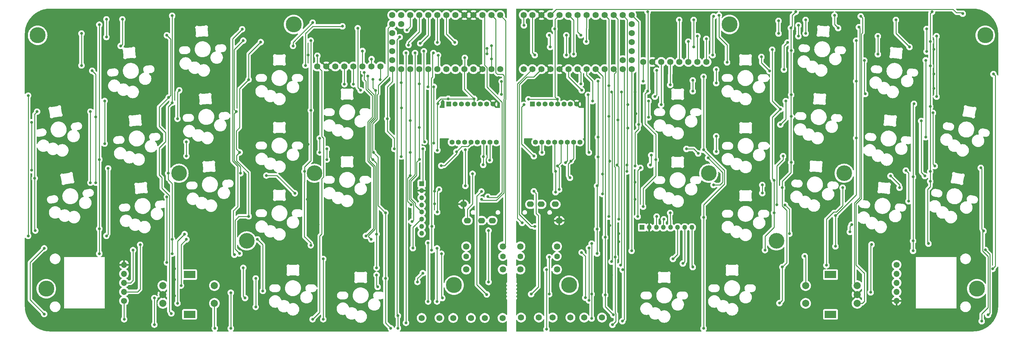
<source format=gbr>
%TF.GenerationSoftware,KiCad,Pcbnew,(7.0.0)*%
%TF.CreationDate,2023-02-20T10:05:00+01:00*%
%TF.ProjectId,wired-split,77697265-642d-4737-906c-69742e6b6963,rev?*%
%TF.SameCoordinates,Original*%
%TF.FileFunction,Copper,L1,Top*%
%TF.FilePolarity,Positive*%
%FSLAX46Y46*%
G04 Gerber Fmt 4.6, Leading zero omitted, Abs format (unit mm)*
G04 Created by KiCad (PCBNEW (7.0.0)) date 2023-02-20 10:05:00*
%MOMM*%
%LPD*%
G01*
G04 APERTURE LIST*
%TA.AperFunction,ComponentPad*%
%ADD10C,4.500000*%
%TD*%
%TA.AperFunction,ComponentPad*%
%ADD11C,4.400000*%
%TD*%
%TA.AperFunction,ComponentPad*%
%ADD12C,2.000000*%
%TD*%
%TA.AperFunction,ComponentPad*%
%ADD13R,3.200000X2.000000*%
%TD*%
%TA.AperFunction,ComponentPad*%
%ADD14R,1.350000X1.350000*%
%TD*%
%TA.AperFunction,ComponentPad*%
%ADD15O,1.350000X1.350000*%
%TD*%
%TA.AperFunction,ComponentPad*%
%ADD16C,1.752600*%
%TD*%
%TA.AperFunction,ComponentPad*%
%ADD17C,1.700000*%
%TD*%
%TA.AperFunction,ComponentPad*%
%ADD18O,1.700000X1.700000*%
%TD*%
%TA.AperFunction,ComponentPad*%
%ADD19C,1.800000*%
%TD*%
%TA.AperFunction,ComponentPad*%
%ADD20C,1.600000*%
%TD*%
%TA.AperFunction,ComponentPad*%
%ADD21O,2.000000X1.600000*%
%TD*%
%TA.AperFunction,ComponentPad*%
%ADD22R,1.400000X1.400000*%
%TD*%
%TA.AperFunction,ComponentPad*%
%ADD23C,1.400000*%
%TD*%
%TA.AperFunction,ViaPad*%
%ADD24C,0.800000*%
%TD*%
%TA.AperFunction,Conductor*%
%ADD25C,0.250000*%
%TD*%
G04 APERTURE END LIST*
D10*
%TO.P,,1*%
%TO.N,N/C*%
X84328000Y-156464000D03*
%TD*%
D11*
%TO.P,REF\u002A\u002A,1*%
%TO.N,N/C*%
X121666000Y-123952000D03*
X140716000Y-143002000D03*
X159766000Y-123952000D03*
%TD*%
D12*
%TO.P,SW39,A,A*%
%TO.N,EncL*%
X312442505Y-160585287D03*
%TO.P,SW39,B,B*%
%TO.N,EncR*%
X312442505Y-155585287D03*
%TO.P,SW39,C,C*%
%TO.N,GND*%
X312442505Y-158085287D03*
D13*
%TO.P,SW39,MP*%
%TO.N,N/C*%
X304942504Y-163685286D03*
X304942504Y-152485286D03*
D12*
%TO.P,SW39,S1,S1*%
%TO.N,row_3*%
X297942505Y-155585287D03*
%TO.P,SW39,S2,S2*%
%TO.N,Net-(D80-K)*%
X297942505Y-160585287D03*
%TD*%
D14*
%TO.P,J9,1,Pin_1*%
%TO.N,VCC_L*%
X189913095Y-126857999D03*
D15*
%TO.P,J9,2,Pin_2*%
%TO.N,GND_L*%
X189913095Y-128857999D03*
%TO.P,J9,3,Pin_3*%
%TO.N,MOSI_L*%
X189913095Y-130857999D03*
%TO.P,J9,4,Pin_4*%
%TO.N,MISO_L*%
X189913095Y-132857999D03*
%TO.P,J9,5,Pin_5*%
%TO.N,SCLK_L*%
X189913095Y-134857999D03*
%TO.P,J9,6,Pin_6*%
%TO.N,SDA_L*%
X189913095Y-136857999D03*
%TO.P,J9,7,Pin_7*%
%TO.N,SCL_L*%
X189913095Y-138857999D03*
%TO.P,J9,8,Pin_8*%
%TO.N,RAW_L*%
X189913095Y-140857999D03*
%TD*%
D16*
%TO.P,SW27,1,1*%
%TO.N,row_3*%
X217902505Y-164581287D03*
%TO.P,SW27,2,2*%
%TO.N,Net-(D60-K)*%
X222902505Y-164581287D03*
%TD*%
%TO.P,U7,1,TX0/PD3*%
%TO.N,TX*%
X221059255Y-94617287D03*
%TO.P,U7,2,RX1/PD2*%
%TO.N,RX*%
X223599255Y-94617287D03*
%TO.P,U7,3,GND*%
%TO.N,GND*%
X226139255Y-94617287D03*
%TO.P,U7,4,GND*%
X228679255Y-94617287D03*
%TO.P,U7,5,2/PD1*%
%TO.N,SDA*%
X231219255Y-94617287D03*
%TO.P,U7,6,3/PD0*%
%TO.N,SCL*%
X233759255Y-94617287D03*
%TO.P,U7,7,4/PD4*%
%TO.N,row_0*%
X236299255Y-94617287D03*
%TO.P,U7,8,5/PC6*%
%TO.N,row_1*%
X238839255Y-94617287D03*
%TO.P,U7,9,6/PD7*%
%TO.N,row_2*%
X241379255Y-94617287D03*
%TO.P,U7,10,7/PE6*%
%TO.N,row_3*%
X243919255Y-94617287D03*
%TO.P,U7,11,8/PB4*%
%TO.N,col0*%
X246459255Y-94617287D03*
%TO.P,U7,12,9/PB5*%
%TO.N,col1*%
X248999255Y-94597287D03*
%TO.P,U7,13,10/PB6*%
%TO.N,NCS*%
X248999255Y-79377287D03*
%TO.P,U7,14,16/PB2*%
%TO.N,MOSI*%
X246459255Y-79377287D03*
%TO.P,U7,15,14/PB3*%
%TO.N,MISO*%
X243919255Y-79377287D03*
%TO.P,U7,16,15/PB1*%
%TO.N,SCLK*%
X241379255Y-79377287D03*
%TO.P,U7,17,A0/PF7*%
%TO.N,TFT_CS*%
X238839255Y-79377287D03*
%TO.P,U7,18,A1/PF6*%
%TO.N,Net-(U7-A1{slash}PF6)*%
X236299255Y-79377287D03*
%TO.P,U7,19,A2/PF5*%
%TO.N,EncR*%
X233759255Y-79377287D03*
%TO.P,U7,20,A3/PF4*%
%TO.N,EncL*%
X231219255Y-79377287D03*
%TO.P,U7,21,VCC*%
%TO.N,VCC*%
X228679255Y-79377287D03*
%TO.P,U7,22,RST*%
%TO.N,RESET*%
X226139255Y-79377287D03*
%TO.P,U7,23,GND*%
%TO.N,GND*%
X223599255Y-79377287D03*
%TO.P,U7,24,B0*%
%TO.N,RAW*%
X221059255Y-79377287D03*
%TO.P,U7,25,B7*%
%TO.N,col4*%
X248999255Y-92077287D03*
%TO.P,U7,26,D5*%
%TO.N,col3*%
X248999255Y-89537287D03*
%TO.P,U7,27,C7*%
%TO.N,col2*%
X248999255Y-86997287D03*
%TO.P,U7,28,F1*%
%TO.N,TFT_DC*%
X248999255Y-84457287D03*
%TO.P,U7,29,F0*%
%TO.N,TFT_RST*%
X248999255Y-81917287D03*
%TO.P,U7,30,RGB*%
%TO.N,LED_5V*%
X246459255Y-92077287D03*
%TO.P,U7,31,GPIO10*%
%TO.N,row_4*%
X218629255Y-94597287D03*
%TO.P,U7,32,GPIO11*%
%TO.N,TFT_BL*%
X218629255Y-79357287D03*
%TD*%
D10*
%TO.P,,1*%
%TO.N,N/C*%
X231394000Y-155448000D03*
%TD*%
%TO.P,,1*%
%TO.N,N/C*%
X348488000Y-85090000D03*
%TD*%
D11*
%TO.P,REF\u002A\u002A,1*%
%TO.N,N/C*%
X270666000Y-123952000D03*
X289716000Y-143002000D03*
X308766000Y-123952000D03*
%TD*%
D10*
%TO.P,,1*%
%TO.N,N/C*%
X81900000Y-85090000D03*
%TD*%
D16*
%TO.P,SW35,1,1*%
%TO.N,row_3*%
X235650505Y-164581287D03*
%TO.P,SW35,2,2*%
%TO.N,Net-(D74-K)*%
X240650505Y-164581287D03*
%TD*%
%TO.P,SW8,1,1*%
%TO.N,row_3_L*%
X207670505Y-164689287D03*
%TO.P,SW8,2,2*%
%TO.N,Net-(D8-K)*%
X212670505Y-164689287D03*
%TD*%
D12*
%TO.P,SW21,A,A*%
%TO.N,EncL_L*%
X117128505Y-155585287D03*
%TO.P,SW21,B,B*%
%TO.N,EncR_L*%
X117128505Y-160585287D03*
%TO.P,SW21,C,C*%
%TO.N,GND_L*%
X117128505Y-158085287D03*
D13*
%TO.P,SW21,MP*%
%TO.N,N/C*%
X124628504Y-152485286D03*
X124628504Y-163685286D03*
D12*
%TO.P,SW21,S1,S1*%
%TO.N,row_3_L*%
X131628505Y-160585287D03*
%TO.P,SW21,S2,S2*%
%TO.N,Net-(D20-K)*%
X131628505Y-155585287D03*
%TD*%
D16*
%TO.P,SW16,1,1*%
%TO.N,row_3_L*%
X189922505Y-164689287D03*
%TO.P,SW16,2,2*%
%TO.N,Net-(D16-K)*%
X194922505Y-164689287D03*
%TD*%
D10*
%TO.P,,1*%
%TO.N,N/C*%
X346116000Y-156464000D03*
%TD*%
D17*
%TO.P,U5,1,VDD*%
%TO.N,VCC_L*%
X106214505Y-159863287D03*
D18*
%TO.P,U5,2,SDA*%
%TO.N,SDA_L*%
X106214504Y-157323286D03*
%TO.P,U5,3,SCL*%
%TO.N,SCL_L*%
X106214504Y-154783286D03*
%TO.P,U5,4,TRIG*%
%TO.N,unconnected-(U5-TRIG-Pad4)*%
X106214504Y-152243286D03*
%TO.P,U5,5,GND*%
%TO.N,GND_L*%
X106214504Y-149703286D03*
%TD*%
D16*
%TO.P,J1,1,Pin_1*%
%TO.N,VCC_L*%
X160584504Y-93857300D03*
%TO.P,J1,2,Pin_2*%
%TO.N,GND_L*%
X163124506Y-93857301D03*
%TO.P,J1,3,Pin_3*%
%TO.N,MOSI_L*%
X165664504Y-93857300D03*
%TO.P,J1,4,Pin_4*%
%TO.N,SCLK_L*%
X168204504Y-93857300D03*
%TO.P,J1,5,Pin_5*%
%TO.N,TFT_CS_L*%
X170744505Y-93857301D03*
%TO.P,J1,6,Pin_6*%
%TO.N,TFT_DC_L*%
X173284505Y-93857302D03*
%TO.P,J1,7,Pin_7*%
%TO.N,TFT_RST_L*%
X175824505Y-93857301D03*
%TO.P,J1,8,Pin_8*%
%TO.N,TFT_BL_L*%
X178364504Y-93857301D03*
%TD*%
D19*
%TO.P,HAT2,1,1*%
%TO.N,Net-(D85-K)*%
X227992505Y-151039287D03*
D20*
%TO.P,HAT2,2,2*%
%TO.N,Net-(D86-K)*%
X227992505Y-147339287D03*
D19*
%TO.P,HAT2,3,3*%
%TO.N,Net-(D89-K)*%
X227992505Y-144539287D03*
%TO.P,HAT2,4,4*%
%TO.N,row_4*%
X217692505Y-144539287D03*
D20*
%TO.P,HAT2,5,5*%
%TO.N,Net-(D90-K)*%
X217692505Y-147339287D03*
D19*
%TO.P,HAT2,6,6*%
%TO.N,Net-(D93-K)*%
X217692505Y-151039287D03*
%TD*%
D16*
%TO.P,SW31,1,1*%
%TO.N,row_3*%
X226776505Y-164581287D03*
%TO.P,SW31,2,2*%
%TO.N,Net-(D67-K)*%
X231776505Y-164581287D03*
%TD*%
D10*
%TO.P,,1*%
%TO.N,N/C*%
X199014000Y-155448000D03*
%TD*%
%TO.P,,1*%
%TO.N,N/C*%
X153924000Y-82042000D03*
%TD*%
D21*
%TO.P,J2,A*%
%TO.N,RX_L*%
X206784504Y-137271286D03*
%TO.P,J2,B*%
%TO.N,TX_L*%
X209784504Y-137271286D03*
%TO.P,J2,C*%
%TO.N,GND_L*%
X201684504Y-132671286D03*
%TO.P,J2,D*%
%TO.N,RAW_L*%
X202784504Y-137271286D03*
%TD*%
D17*
%TO.P,U6,1,VDD*%
%TO.N,VCC*%
X323542505Y-149703287D03*
D18*
%TO.P,U6,2,SDA*%
%TO.N,SDA*%
X323542504Y-152243286D03*
%TO.P,U6,3,SCL*%
%TO.N,SCL*%
X323542504Y-154783286D03*
%TO.P,U6,4,TRIG*%
%TO.N,unconnected-(U6-TRIG-Pad4)*%
X323542504Y-157323286D03*
%TO.P,U6,5,GND*%
%TO.N,GND*%
X323542504Y-159863286D03*
%TD*%
D14*
%TO.P,J10,1,Pin_1*%
%TO.N,VCC*%
X251937999Y-139191999D03*
D15*
%TO.P,J10,2,Pin_2*%
%TO.N,GND*%
X253937999Y-139191999D03*
%TO.P,J10,3,Pin_3*%
%TO.N,MOSI*%
X255937999Y-139191999D03*
%TO.P,J10,4,Pin_4*%
%TO.N,MISO*%
X257937999Y-139191999D03*
%TO.P,J10,5,Pin_5*%
%TO.N,SCLK*%
X259937999Y-139191999D03*
%TO.P,J10,6,Pin_6*%
%TO.N,SDA*%
X261937999Y-139191999D03*
%TO.P,J10,7,Pin_7*%
%TO.N,SCL*%
X263937999Y-139191999D03*
%TO.P,J10,8,Pin_8*%
%TO.N,RAW*%
X265937999Y-139191999D03*
%TD*%
D16*
%TO.P,J7,1,Pin_1*%
%TO.N,VCC*%
X252282504Y-92581286D03*
%TO.P,J7,2,Pin_2*%
%TO.N,GND*%
X254822506Y-92581287D03*
%TO.P,J7,3,Pin_3*%
%TO.N,MOSI*%
X257362504Y-92581286D03*
%TO.P,J7,4,Pin_4*%
%TO.N,SCLK*%
X259902504Y-92581286D03*
%TO.P,J7,5,Pin_5*%
%TO.N,TFT_CS*%
X262442505Y-92581287D03*
%TO.P,J7,6,Pin_6*%
%TO.N,TFT_DC*%
X264982505Y-92581288D03*
%TO.P,J7,7,Pin_7*%
%TO.N,TFT_RST*%
X267522505Y-92581287D03*
%TO.P,J7,8,Pin_8*%
%TO.N,TFT_BL*%
X270062504Y-92581287D03*
%TD*%
D10*
%TO.P,,1*%
%TO.N,N/C*%
X276508000Y-82042000D03*
%TD*%
D21*
%TO.P,J5,A*%
%TO.N,RX*%
X223530004Y-132671286D03*
%TO.P,J5,B*%
%TO.N,TX*%
X220530004Y-132671286D03*
%TO.P,J5,C*%
%TO.N,GND*%
X228630004Y-137271286D03*
%TO.P,J5,D*%
%TO.N,RAW*%
X227530004Y-132671286D03*
%TD*%
D16*
%TO.P,U1,1,TX0/PD3*%
%TO.N,TX_L*%
X209582505Y-79377287D03*
%TO.P,U1,2,RX1/PD2*%
%TO.N,RX_L*%
X207042505Y-79377287D03*
%TO.P,U1,3,GND*%
%TO.N,GND_L*%
X204502505Y-79377287D03*
%TO.P,U1,4,GND*%
X201962505Y-79377287D03*
%TO.P,U1,5,2/PD1*%
%TO.N,SDA_L*%
X199422505Y-79377287D03*
%TO.P,U1,6,3/PD0*%
%TO.N,SCL_L*%
X196882505Y-79377287D03*
%TO.P,U1,7,4/PD4*%
%TO.N,row_0_L*%
X194342505Y-79377287D03*
%TO.P,U1,8,5/PC6*%
%TO.N,row_1_L*%
X191802505Y-79377287D03*
%TO.P,U1,9,6/PD7*%
%TO.N,row_2_L*%
X189262505Y-79377287D03*
%TO.P,U1,10,7/PE6*%
%TO.N,row_3_L*%
X186722505Y-79377287D03*
%TO.P,U1,11,8/PB4*%
%TO.N,col0_L*%
X184182505Y-79377287D03*
%TO.P,U1,12,9/PB5*%
%TO.N,col1_L*%
X181642505Y-79397287D03*
%TO.P,U1,13,10/PB6*%
%TO.N,NCS_L*%
X181642505Y-94617287D03*
%TO.P,U1,14,16/PB2*%
%TO.N,MOSI_L*%
X184182505Y-94617287D03*
%TO.P,U1,15,14/PB3*%
%TO.N,MISO_L*%
X186722505Y-94617287D03*
%TO.P,U1,16,15/PB1*%
%TO.N,SCLK_L*%
X189262505Y-94617287D03*
%TO.P,U1,17,A0/PF7*%
%TO.N,TFT_CS_L*%
X191802505Y-94617287D03*
%TO.P,U1,18,A1/PF6*%
%TO.N,Net-(U1-A1{slash}PF6)*%
X194342505Y-94617287D03*
%TO.P,U1,19,A2/PF5*%
%TO.N,EncR_L*%
X196882505Y-94617287D03*
%TO.P,U1,20,A3/PF4*%
%TO.N,EncL_L*%
X199422505Y-94617287D03*
%TO.P,U1,21,VCC*%
%TO.N,VCC_L*%
X201962505Y-94617287D03*
%TO.P,U1,22,RST*%
%TO.N,RESET_L*%
X204502505Y-94617287D03*
%TO.P,U1,23,GND*%
%TO.N,GND_L*%
X207042505Y-94617287D03*
%TO.P,U1,24,B0*%
%TO.N,RAW_L*%
X209582505Y-94617287D03*
%TO.P,U1,25,B7*%
%TO.N,col4_L*%
X181642505Y-81917287D03*
%TO.P,U1,26,D5*%
%TO.N,col3_L*%
X181642505Y-84457287D03*
%TO.P,U1,27,C7*%
%TO.N,col2_L*%
X181642505Y-86997287D03*
%TO.P,U1,28,F1*%
%TO.N,TFT_DC_L*%
X181642505Y-89537287D03*
%TO.P,U1,29,F0*%
%TO.N,TFT_RST_L*%
X181642505Y-92077287D03*
%TO.P,U1,30,RGB*%
%TO.N,LED_5V_L*%
X184182505Y-81917287D03*
%TO.P,U1,31,GPIO10*%
%TO.N,row_4_L*%
X212012505Y-79397287D03*
%TO.P,U1,32,GPIO11*%
%TO.N,TFT_BL_L*%
X212012505Y-94637287D03*
%TD*%
%TO.P,SW12,1,1*%
%TO.N,row_3_L*%
X198796505Y-164689287D03*
%TO.P,SW12,2,2*%
%TO.N,Net-(D12-K)*%
X203796505Y-164689287D03*
%TD*%
D19*
%TO.P,HAT1,1,1*%
%TO.N,Net-(D42-K)*%
X202467053Y-151039287D03*
D20*
%TO.P,HAT1,2,2*%
%TO.N,Net-(D43-K)*%
X202467053Y-147339287D03*
D19*
%TO.P,HAT1,3,3*%
%TO.N,Net-(D44-K)*%
X202467053Y-144539287D03*
%TO.P,HAT1,4,4*%
%TO.N,row_4_L*%
X212767053Y-144539287D03*
D20*
%TO.P,HAT1,5,5*%
%TO.N,Net-(D45-K)*%
X212767053Y-147339287D03*
D19*
%TO.P,HAT1,6,6*%
%TO.N,Net-(D46-K)*%
X212767053Y-151039287D03*
%TD*%
D22*
%TO.P,U10,1,NC*%
%TO.N,unconnected-(U10-NC-Pad1)*%
X221082504Y-104475286D03*
D23*
%TO.P,U10,2,NC*%
%TO.N,unconnected-(U10-NC-Pad2)*%
X222862505Y-104475287D03*
%TO.P,U10,3,VDDPIX*%
%TO.N,Net-(U10-VDDPIX)*%
X224642505Y-104475287D03*
%TO.P,U10,4,VDD*%
%TO.N,VDD*%
X226422505Y-104475287D03*
%TO.P,U10,5,VDDIO*%
%TO.N,VCC*%
X228202505Y-104475287D03*
%TO.P,U10,6,NC*%
%TO.N,unconnected-(U10-NC-Pad6)*%
X229982505Y-104475287D03*
%TO.P,U10,7,~{NRESET}*%
%TO.N,Net-(U10-~{NRESET})*%
X231762505Y-104475287D03*
%TO.P,U10,8,GND*%
%TO.N,GND*%
X233542505Y-104475287D03*
%TO.P,U10,9,MOTION*%
%TO.N,unconnected-(U10-MOTION-Pad9)*%
X234432505Y-115175287D03*
%TO.P,U10,10,SCLK*%
%TO.N,SCLK*%
X232652505Y-115175287D03*
%TO.P,U10,11,MOSI*%
%TO.N,MOSI*%
X230872505Y-115175287D03*
%TO.P,U10,12,MISO*%
%TO.N,MISO*%
X229092505Y-115175287D03*
%TO.P,U10,13,~{NCS}*%
%TO.N,NCS*%
X227312505Y-115175287D03*
%TO.P,U10,14,NC*%
%TO.N,unconnected-(U10-NC-Pad14)*%
X225532505Y-115175287D03*
%TO.P,U10,15,LED_P*%
%TO.N,Net-(U10-LED_P)*%
X223752505Y-115175287D03*
%TO.P,U10,16,NC*%
%TO.N,unconnected-(U10-NC-Pad16)*%
X221972505Y-115175287D03*
%TD*%
D22*
%TO.P,U4,1,NC*%
%TO.N,unconnected-(U4-NC-Pad1)*%
X197564504Y-104475286D03*
D23*
%TO.P,U4,2,NC*%
%TO.N,unconnected-(U4-NC-Pad2)*%
X199344505Y-104475287D03*
%TO.P,U4,3,VDDPIX*%
%TO.N,Net-(U4-VDDPIX)*%
X201124505Y-104475287D03*
%TO.P,U4,4,VDD*%
%TO.N,VDD_L*%
X202904505Y-104475287D03*
%TO.P,U4,5,VDDIO*%
%TO.N,VCC_L*%
X204684505Y-104475287D03*
%TO.P,U4,6,NC*%
%TO.N,unconnected-(U4-NC-Pad6)*%
X206464505Y-104475287D03*
%TO.P,U4,7,~{NRESET}*%
%TO.N,Net-(U4-~{NRESET})*%
X208244505Y-104475287D03*
%TO.P,U4,8,GND*%
%TO.N,GND_L*%
X210024505Y-104475287D03*
%TO.P,U4,9,MOTION*%
%TO.N,unconnected-(U4-MOTION-Pad9)*%
X210914505Y-115175287D03*
%TO.P,U4,10,SCLK*%
%TO.N,SCLK_L*%
X209134505Y-115175287D03*
%TO.P,U4,11,MOSI*%
%TO.N,MOSI_L*%
X207354505Y-115175287D03*
%TO.P,U4,12,MISO*%
%TO.N,MISO_L*%
X205574505Y-115175287D03*
%TO.P,U4,13,~{NCS}*%
%TO.N,NCS_L*%
X203794505Y-115175287D03*
%TO.P,U4,14,NC*%
%TO.N,unconnected-(U4-NC-Pad14)*%
X202014505Y-115175287D03*
%TO.P,U4,15,LED_P*%
%TO.N,Net-(U4-LED_P)*%
X200234505Y-115175287D03*
%TO.P,U4,16,NC*%
%TO.N,unconnected-(U4-NC-Pad16)*%
X198454505Y-115175287D03*
%TD*%
D24*
%TO.N,VCC*%
X239522000Y-119380000D03*
X239522000Y-113792000D03*
X252222000Y-98044000D03*
X239268000Y-146558000D03*
X221488000Y-119126000D03*
X239268000Y-139700000D03*
X239522000Y-98044000D03*
X218694000Y-104648000D03*
X227330000Y-83312000D03*
X219964000Y-103124000D03*
X239268000Y-127508000D03*
X228092000Y-103124000D03*
%TO.N,GND*%
X309372000Y-84836000D03*
X245364000Y-143256000D03*
X278384000Y-118110000D03*
X234188000Y-161798000D03*
X250190000Y-165354000D03*
X286512000Y-131064000D03*
X288036000Y-150368000D03*
X243332000Y-152654000D03*
X295656000Y-117094000D03*
X294132000Y-165608000D03*
X335788000Y-105918000D03*
X314452000Y-166370000D03*
X271272000Y-116840000D03*
X273812000Y-163830000D03*
X321564000Y-149098000D03*
X277876000Y-107696000D03*
X294894000Y-84074000D03*
X251968000Y-114554000D03*
X229616000Y-122936000D03*
X235966000Y-161036000D03*
X258064000Y-124206000D03*
X254000000Y-150622000D03*
X252476000Y-82550000D03*
X267208000Y-130556000D03*
X315722000Y-89408000D03*
X239522000Y-159512000D03*
X273558000Y-88392000D03*
X328930000Y-90424000D03*
X267462000Y-119888000D03*
X265176000Y-124460000D03*
X334000000Y-89000000D03*
X332000000Y-117000000D03*
X284734000Y-150114000D03*
X281432000Y-166624000D03*
X251460000Y-79502000D03*
X250190000Y-107188000D03*
X295656000Y-149860000D03*
X312928000Y-152908000D03*
X252476000Y-120650000D03*
X285750000Y-107188000D03*
X292100000Y-80518000D03*
X273558000Y-125730000D03*
X268732000Y-89916000D03*
X250952000Y-150876000D03*
X245618000Y-167132000D03*
X240284000Y-152146000D03*
X329184000Y-93472000D03*
X274066000Y-91440000D03*
X246634000Y-84836000D03*
X289750000Y-109500000D03*
X329438000Y-88646000D03*
X334000000Y-100000000D03*
X235712000Y-166878000D03*
X233426000Y-97282000D03*
X254000000Y-166116000D03*
X226060000Y-127254000D03*
X218948000Y-86106000D03*
X276098000Y-105156000D03*
X271272000Y-163830000D03*
X314960000Y-79756000D03*
X290830000Y-97282000D03*
X327914000Y-82042000D03*
X242824000Y-138684000D03*
X274066000Y-166624000D03*
X331750000Y-121250000D03*
X224282000Y-84836000D03*
X309372000Y-79502000D03*
X245364000Y-140970000D03*
X286258000Y-109474000D03*
X262128000Y-117602000D03*
X249936000Y-101092000D03*
X218440000Y-103378000D03*
X279146000Y-88392000D03*
X286258000Y-112014000D03*
X226568000Y-161036000D03*
X280924000Y-83566000D03*
X295910000Y-124206000D03*
X243840000Y-84836000D03*
X238506000Y-112776000D03*
X259080000Y-79502000D03*
X295148000Y-105664000D03*
X249936000Y-131318000D03*
X334000000Y-96000000D03*
X275082000Y-109220000D03*
X226314000Y-166878000D03*
X218186000Y-167386000D03*
X229870000Y-126492000D03*
X290322000Y-92964000D03*
X290068000Y-88900000D03*
X310388000Y-89662000D03*
X321310000Y-151384000D03*
X249936000Y-126492000D03*
X268732000Y-88138000D03*
X301244000Y-167132000D03*
X238506000Y-96774000D03*
X267716000Y-82550000D03*
X246380000Y-88392000D03*
X235204000Y-123952000D03*
X291250000Y-107750000D03*
X276352000Y-132334000D03*
X319532000Y-149606000D03*
X257556000Y-83058000D03*
X257302000Y-117856000D03*
X243840000Y-89916000D03*
X300990000Y-149860000D03*
X319278000Y-79502000D03*
X341122000Y-123190000D03*
X291846000Y-122682000D03*
X239522000Y-155702000D03*
X287020000Y-92202000D03*
X287528000Y-81280000D03*
X338582000Y-105918000D03*
%TO.N,col0*%
X347472000Y-165608000D03*
X347980000Y-140208000D03*
X246459255Y-151130000D03*
X347218000Y-122428000D03*
X246380000Y-165608000D03*
%TO.N,col1*%
X328422000Y-104394000D03*
X328168000Y-145796000D03*
X328168000Y-124968000D03*
X328168000Y-143002000D03*
X235966000Y-159004000D03*
X248999255Y-145796000D03*
X234909896Y-146263896D03*
%TO.N,col2*%
X236982000Y-159766000D03*
X306324000Y-135890000D03*
X312166000Y-98044000D03*
X312166000Y-114046000D03*
X306324000Y-144526000D03*
X236982000Y-145034000D03*
X312166000Y-86614000D03*
%TO.N,col3*%
X286512000Y-145594500D03*
X288544000Y-89154000D03*
X237744000Y-143764000D03*
X225806000Y-157988000D03*
X289052000Y-125984000D03*
X237744000Y-164846000D03*
X237744000Y-157988000D03*
X290830000Y-105918000D03*
X225806000Y-147574000D03*
X289052000Y-135128000D03*
%TO.N,col4*%
X225044000Y-167894000D03*
X225044000Y-151130000D03*
X269240000Y-117348000D03*
X269240000Y-167640000D03*
X269240000Y-136398000D03*
X269240000Y-96774000D03*
%TO.N,RAW*%
X293878000Y-101854000D03*
X332994000Y-93726000D03*
X290576000Y-160528000D03*
X316484000Y-144018000D03*
X230632000Y-85090000D03*
X253492000Y-100838000D03*
X332994000Y-123444000D03*
X252222000Y-133350000D03*
X291396932Y-150368000D03*
X255778000Y-120142000D03*
X293878000Y-120904000D03*
X316230000Y-157480000D03*
X293793945Y-83058000D03*
X333502000Y-78486000D03*
X293878000Y-107950000D03*
X253492000Y-78486000D03*
X230632000Y-90678000D03*
X332994000Y-105156000D03*
X295148000Y-78486000D03*
X332994000Y-126238000D03*
X221742000Y-90678000D03*
X332486000Y-143764000D03*
X266192000Y-150368000D03*
X291338000Y-128016000D03*
X332994000Y-86868000D03*
X293878000Y-89408000D03*
%TO.N,LED_5V*%
X266192000Y-97790000D03*
X266192000Y-100838000D03*
%TO.N,Net-(D23-DOUT)*%
X121242505Y-108581287D03*
X121742505Y-100581287D03*
%TO.N,Net-(D23-DIN)*%
X96742505Y-106581287D03*
X96742505Y-126581287D03*
%TO.N,Net-(D24-DOUT)*%
X118242505Y-149081287D03*
X118242505Y-130581287D03*
%TO.N,Net-(D28-DOUT)*%
X177242505Y-152581287D03*
X177546000Y-155956000D03*
%TO.N,Net-(D30-DOUT)*%
X161242505Y-114081287D03*
X161242505Y-118081287D03*
%TO.N,Net-(D35-DOUT)*%
X80242505Y-109581287D03*
X80242505Y-123081287D03*
%TO.N,MOSI*%
X251460000Y-122428000D03*
X250698000Y-136144000D03*
X247904000Y-104648000D03*
X247650000Y-121666000D03*
X247904000Y-111252000D03*
X230378000Y-120941500D03*
X256032000Y-136144000D03*
X257302000Y-104648000D03*
X247650000Y-123444000D03*
%TO.N,SCLK*%
X259842000Y-99060000D03*
X231648000Y-125222000D03*
X231902000Y-120491500D03*
X242570000Y-107950000D03*
X259842000Y-135128000D03*
X242824000Y-120491500D03*
X242570000Y-99314000D03*
X242570000Y-136144000D03*
%TO.N,TFT_CS*%
X262382000Y-80772000D03*
%TO.N,TFT_DC*%
X264940621Y-86868000D03*
%TO.N,TFT_RST*%
X267522505Y-85344000D03*
%TO.N,TFT_BL*%
X218694000Y-82296000D03*
X270002000Y-86106000D03*
%TO.N,Net-(U4-LED_P)*%
X193350505Y-115413287D03*
X212400505Y-98081287D03*
X193350505Y-99581287D03*
X212400505Y-101697287D03*
%TO.N,MISO*%
X258064000Y-136906000D03*
X245110000Y-108966000D03*
X228600000Y-128524000D03*
X244856000Y-121666000D03*
X245364000Y-136906000D03*
X228087701Y-121915701D03*
%TO.N,row_0*%
X292862000Y-87122000D03*
X237998000Y-103632000D03*
X331724000Y-92132669D03*
X253746000Y-103632000D03*
X314706000Y-101600000D03*
X291846000Y-94742000D03*
X314452000Y-92202000D03*
X331724000Y-113792000D03*
X272796000Y-98552000D03*
X272796000Y-94742000D03*
X253746000Y-108204000D03*
%TO.N,row_1*%
X326136000Y-123190000D03*
X272796000Y-117856000D03*
X240792000Y-124206000D03*
X326898000Y-131826000D03*
X240792000Y-129794000D03*
X272796000Y-113538000D03*
%TO.N,row_2*%
X241554000Y-158242000D03*
X241554000Y-141986000D03*
X292121932Y-132863932D03*
X243840000Y-163830000D03*
X310896000Y-138430000D03*
X310388000Y-140462000D03*
X293370000Y-140970000D03*
%TO.N,row_3*%
X243586000Y-166624000D03*
X244348000Y-147574000D03*
X297688000Y-147320000D03*
%TO.N,RESET*%
X342138000Y-78994000D03*
%TO.N,TX*%
X218186000Y-137922000D03*
%TO.N,RX*%
X221742000Y-138938000D03*
%TO.N,SDA*%
X234950000Y-100584000D03*
X243332000Y-101054500D03*
X243332000Y-148844000D03*
X260604000Y-148082000D03*
%TO.N,SCL*%
X234696000Y-98806000D03*
X263398000Y-149352000D03*
X246126000Y-101092000D03*
X245872000Y-149860000D03*
%TO.N,NCS*%
X249936000Y-121920000D03*
X250952000Y-110236000D03*
X227584000Y-129286000D03*
X227584000Y-123444000D03*
%TO.N,Net-(U1-A1{slash}PF6)*%
X194560505Y-90706787D03*
%TO.N,EncR*%
X312928000Y-82804000D03*
X295910000Y-82296000D03*
X234696000Y-85090000D03*
X295910000Y-85344000D03*
%TO.N,EncL*%
X232664000Y-90424000D03*
X272034000Y-79756000D03*
X271780000Y-90678000D03*
X313436000Y-79756000D03*
%TO.N,Backlight*%
X225806000Y-85090000D03*
X226060000Y-88392000D03*
%TO.N,Net-(D21-DIN)*%
X159258000Y-81534000D03*
X153742505Y-88081287D03*
%TO.N,Net-(D21-DOUT)*%
X101242505Y-85581287D03*
X101242505Y-80581287D03*
%TO.N,Net-(D25-DOUT)*%
X94242505Y-84581287D03*
X94242505Y-93581287D03*
%TO.N,Net-(D34-DOUT)*%
X79242505Y-141581287D03*
X79242505Y-102081287D03*
%TO.N,Net-(D37-DOUT)*%
X83742505Y-145081287D03*
X83742505Y-163581287D03*
%TO.N,Net-(D38-DOUT)*%
X114742505Y-166581287D03*
X114742505Y-159081287D03*
%TO.N,Net-(D49-DIN)*%
X206742505Y-129081287D03*
X208242505Y-158081287D03*
%TO.N,Net-(D50-DIN)*%
X190242505Y-152081287D03*
X188742505Y-154581287D03*
%TO.N,Net-(D51-DIN)*%
X143242505Y-153581287D03*
X143242505Y-161581287D03*
%TO.N,Net-(D54-DOUT)*%
X287782000Y-95169464D03*
X256032000Y-94996000D03*
X285496000Y-91186000D03*
X255524000Y-102362000D03*
%TO.N,Net-(D55-DIN)*%
X331470000Y-124714000D03*
X330454000Y-109220000D03*
%TO.N,Net-(D56-DOUT)*%
X308356000Y-128016000D03*
X303784000Y-149860000D03*
%TO.N,Net-(D56-DIN)*%
X324358000Y-128016000D03*
X321818000Y-124714000D03*
%TO.N,Net-(D61-DOUT)*%
X306070000Y-79502000D03*
X273558000Y-79502000D03*
X275844000Y-92710000D03*
X307086000Y-83058000D03*
%TO.N,Net-(D62-DOUT)*%
X290830000Y-110236000D03*
X292354000Y-103632000D03*
%TO.N,Net-(D68-DOUT)*%
X297942000Y-80772000D03*
X297942000Y-84582000D03*
X327152000Y-88392000D03*
X323342000Y-80772000D03*
%TO.N,Net-(D75-DOUT)*%
X334772000Y-102362000D03*
X334772000Y-85344000D03*
X318262000Y-90424000D03*
X318262000Y-85344000D03*
%TO.N,Net-(D76-DOUT)*%
X267716000Y-118364000D03*
X285750000Y-127254000D03*
X254254000Y-121666000D03*
X272034000Y-127254000D03*
X254508000Y-118872000D03*
X285750000Y-129540000D03*
X264414000Y-117094000D03*
X270510000Y-119634000D03*
%TO.N,Net-(D81-DOUT)*%
X334264000Y-121920000D03*
X333756000Y-106934000D03*
%TO.N,Net-(D82-DOUT)*%
X289814000Y-132842000D03*
X291592000Y-119126000D03*
%TO.N,Net-(D88-DOUT)*%
X266446000Y-80772000D03*
X266446000Y-88392000D03*
%TO.N,Net-(D92-DOUT)*%
X290322000Y-84582000D03*
X290322000Y-81026000D03*
%TO.N,Net-(D94-DOUT)*%
X220726000Y-157988000D03*
X221488000Y-129032000D03*
%TO.N,Net-(D95-DOUT)*%
X331978000Y-89662000D03*
X331978000Y-83312000D03*
%TO.N,Net-(D97-DOUT)*%
X350520000Y-150876000D03*
X350774000Y-96012000D03*
%TO.N,Net-(D100-DIN)*%
X348488000Y-145542000D03*
X349250000Y-163830000D03*
%TO.N,Net-(U10-LED_P)*%
X223774000Y-118110000D03*
X236982000Y-118110000D03*
X236728000Y-101854000D03*
%TO.N,Net-(U7-A1{slash}PF6)*%
X236220000Y-86868000D03*
%TO.N,col0_L*%
X99242505Y-146581287D03*
X99242505Y-82081287D03*
X99242505Y-139581287D03*
X162242505Y-165081287D03*
X99242505Y-120081287D03*
X162242505Y-148081287D03*
%TO.N,RAW_L*%
X98242505Y-126581287D03*
X81242505Y-140081287D03*
X163242505Y-117081287D03*
X209532924Y-91711886D03*
X176242505Y-97456787D03*
X208742505Y-154581287D03*
X139742505Y-86581287D03*
X177242505Y-141081287D03*
X81742505Y-106581287D03*
X163242505Y-120081287D03*
X137742505Y-106581287D03*
X81064935Y-125361145D03*
X97242505Y-95081287D03*
X204242505Y-124081287D03*
X176242505Y-120081287D03*
X177242505Y-150581287D03*
X98242505Y-108081287D03*
X138938000Y-123952000D03*
X139742505Y-150581287D03*
X176970060Y-100668508D03*
X118242505Y-85081287D03*
X118742505Y-102581287D03*
X208742505Y-140081287D03*
X119492203Y-163424603D03*
X157242505Y-93581287D03*
X105742505Y-80581287D03*
X209532924Y-87981287D03*
X105242505Y-88081287D03*
X140242505Y-159081287D03*
X167640000Y-82550000D03*
%TO.N,GND_L*%
X180848000Y-126492000D03*
X156464000Y-112014000D03*
X209804000Y-126746000D03*
X162560000Y-89408000D03*
X157988000Y-90678000D03*
X147066000Y-107950000D03*
X180594000Y-130810000D03*
X169926000Y-85090000D03*
X143764000Y-145034000D03*
X143256000Y-133096000D03*
X128016000Y-117856000D03*
X164846000Y-157734000D03*
X157734000Y-131318000D03*
X84074000Y-128524000D03*
X160782000Y-119888000D03*
X116840000Y-82804000D03*
X143510000Y-93980000D03*
X113792000Y-84074000D03*
X126006953Y-80353713D03*
X143510000Y-126238000D03*
X114808000Y-152146000D03*
X159258000Y-161036000D03*
X197612000Y-139446000D03*
X211582000Y-97028000D03*
X197358000Y-162052000D03*
X169418000Y-95758000D03*
X134874000Y-162814000D03*
X135382000Y-121412000D03*
X132842000Y-145288000D03*
X144018000Y-89662000D03*
X181610000Y-110744000D03*
X193548000Y-129032000D03*
X148844000Y-88646000D03*
X184150000Y-89408000D03*
X181356000Y-144272000D03*
X114035183Y-146498838D03*
X169672000Y-140462000D03*
X146558000Y-85344000D03*
X155448000Y-128524000D03*
X199898000Y-120650000D03*
X196088000Y-115316000D03*
X172974000Y-96520000D03*
X199423393Y-124714000D03*
X142240000Y-85090000D03*
X149860000Y-119380000D03*
X195834000Y-103691787D03*
X184404000Y-140462000D03*
X169164000Y-89662000D03*
X125222000Y-145288000D03*
X124206000Y-101600000D03*
X160528000Y-103632000D03*
X140208000Y-133604000D03*
X120396000Y-158496000D03*
X184150000Y-125730000D03*
X210820000Y-118364000D03*
X184404000Y-144272000D03*
X118110000Y-126492000D03*
X123444000Y-99060000D03*
X178816000Y-104902000D03*
X154432000Y-159766000D03*
X134874000Y-124460000D03*
X153162000Y-94996000D03*
X200152000Y-98806000D03*
X180594000Y-123190000D03*
X95250000Y-98552000D03*
X164846000Y-144272000D03*
X195834000Y-137922000D03*
X166116000Y-89662000D03*
X135128000Y-84074000D03*
X194056000Y-120904000D03*
X208026000Y-135128000D03*
X157480000Y-97282000D03*
X184404000Y-134112000D03*
X210820000Y-121920000D03*
X120396000Y-153924000D03*
X157988000Y-115824000D03*
X163322000Y-115316000D03*
X204216000Y-120650000D03*
X144780000Y-113538000D03*
X166878000Y-151638000D03*
X206560505Y-89431287D03*
X134874000Y-102616000D03*
X163576000Y-100330000D03*
X121920000Y-119888000D03*
X193548000Y-132588000D03*
X147320000Y-144018000D03*
X103632000Y-129794000D03*
X126238000Y-138938000D03*
X132842000Y-141478000D03*
X160782000Y-138430000D03*
X181864000Y-102362000D03*
X192024000Y-87884000D03*
X173228000Y-144272000D03*
X167132000Y-91694000D03*
X178562000Y-144272000D03*
X141224000Y-88138000D03*
X170180000Y-91694000D03*
X154686000Y-166370000D03*
X197866000Y-88900000D03*
X147828000Y-152400000D03*
X189738000Y-145288000D03*
X110490000Y-167132000D03*
X147574000Y-166624000D03*
X186690000Y-135382000D03*
X151384000Y-144780000D03*
X143510000Y-111760000D03*
X211328000Y-99822000D03*
X158242000Y-128524000D03*
X89916000Y-102616000D03*
X157226000Y-145796000D03*
X139954000Y-163830000D03*
X120396000Y-115316000D03*
X187706000Y-87630000D03*
X205994000Y-127000000D03*
X117348000Y-107696000D03*
X159258000Y-151638000D03*
X122682000Y-128524000D03*
X113284000Y-87122000D03*
X165354000Y-138684000D03*
X120396000Y-150876000D03*
%TO.N,Backlight_L*%
X208336505Y-88743287D03*
X208336505Y-90267287D03*
%TO.N,col1_L*%
X195742505Y-159081287D03*
X119742505Y-79575528D03*
X119742505Y-104081287D03*
X118618000Y-123952000D03*
X195492816Y-146590226D03*
X119742505Y-142581287D03*
X119742505Y-146581287D03*
%TO.N,col2_L*%
X194242505Y-160081287D03*
X194242505Y-145081287D03*
X138742505Y-118081287D03*
X141242505Y-136081287D03*
X138684000Y-146556787D03*
X144658505Y-86997287D03*
X141242505Y-97581287D03*
%TO.N,col3_L*%
X191742505Y-143581287D03*
X158742505Y-144231287D03*
X156966497Y-123444000D03*
X158742505Y-106231287D03*
X191742505Y-160081287D03*
X158742505Y-86574087D03*
%TO.N,col4_L*%
X136242505Y-167640000D03*
X179742505Y-135081287D03*
X181242505Y-167581287D03*
X176367005Y-118081287D03*
X179742505Y-153581287D03*
X136242505Y-157581287D03*
%TO.N,LED_5V_L*%
X172742505Y-100581287D03*
X171945805Y-83081287D03*
%TO.N,TX_L*%
X206756000Y-131318000D03*
%TO.N,RX_L*%
X208534000Y-130556000D03*
%TO.N,VCC_L*%
X204684505Y-102967287D03*
X202171511Y-117305787D03*
X194366505Y-117445287D03*
X160584200Y-90842894D03*
X202223944Y-127508000D03*
X197414505Y-102967287D03*
X190246000Y-117094000D03*
X202060505Y-91431287D03*
X159242505Y-165081287D03*
X106242505Y-165081287D03*
X194463422Y-104372570D03*
%TO.N,MOSI_L*%
X207242505Y-121581287D03*
X184206505Y-119223287D03*
X207320505Y-119223287D03*
X184242505Y-105581287D03*
X184182505Y-98406787D03*
%TO.N,SCLK_L*%
X194310000Y-134874000D03*
X189242505Y-111081287D03*
X168204504Y-98856787D03*
X194818000Y-128524000D03*
X189339149Y-119984644D03*
X189262505Y-98749488D03*
X209098505Y-120239287D03*
%TO.N,TFT_CS_L*%
X191742505Y-99581287D03*
X170742505Y-98856787D03*
%TO.N,TFT_DC_L*%
X173284505Y-89505287D03*
%TO.N,TFT_RST_L*%
X175824505Y-91791287D03*
%TO.N,TFT_BL_L*%
X178242505Y-97581287D03*
%TO.N,NCS_L*%
X180242505Y-108581287D03*
X182242505Y-117081287D03*
X195436232Y-121825465D03*
X199742505Y-117861145D03*
%TO.N,MISO_L*%
X186742505Y-124581287D03*
X186742505Y-109081287D03*
X186742505Y-118081287D03*
X186944000Y-132842000D03*
%TO.N,SDA_L*%
X110742505Y-144081287D03*
X137232576Y-146893092D03*
X139433873Y-83372576D03*
X187452000Y-145034000D03*
%TO.N,SCL_L*%
X192786000Y-138938000D03*
X192742505Y-145581287D03*
X108742505Y-145581287D03*
X193242505Y-90081287D03*
X199242505Y-87081287D03*
%TO.N,row_0_L*%
X100742505Y-103581287D03*
X100742505Y-115581287D03*
X190742505Y-115081287D03*
X194342505Y-87081287D03*
X190537165Y-89581287D03*
%TO.N,row_1_L*%
X187198000Y-137581287D03*
X101242505Y-141581287D03*
X146242505Y-124581287D03*
X188061205Y-90081287D03*
X123742505Y-115081287D03*
X123742505Y-119081287D03*
X189522505Y-87361287D03*
X101742505Y-122581287D03*
X154242505Y-129581287D03*
%TO.N,row_2_L*%
X185521205Y-90081287D03*
X143742505Y-142581287D03*
X185516844Y-166081287D03*
X145242505Y-157081287D03*
X186242505Y-87822587D03*
%TO.N,row_3_L*%
X185739316Y-83578098D03*
X183242505Y-164081287D03*
X183242505Y-167581287D03*
X183742505Y-85574909D03*
X131742505Y-167581287D03*
%TO.N,EncL_L*%
X174742505Y-96581287D03*
X123742505Y-142581287D03*
X175742505Y-142581287D03*
X122242505Y-155581287D03*
%TO.N,EncR_L*%
X123242505Y-141081287D03*
X173742505Y-95581287D03*
X174242505Y-141581287D03*
X121242505Y-160581287D03*
%TD*%
D25*
%TO.N,VCC*%
X228202505Y-103234505D02*
X228202505Y-104475287D01*
X218056119Y-115694119D02*
X221488000Y-119126000D01*
X227477955Y-83459955D02*
X227330000Y-83312000D01*
X227477955Y-102509955D02*
X227477955Y-83459955D01*
X228092000Y-103124000D02*
X219964000Y-103124000D01*
X228092000Y-103124000D02*
X227477955Y-102509955D01*
X239268000Y-127508000D02*
X239522000Y-127254000D01*
X252282504Y-97983496D02*
X252282504Y-92581286D01*
X239522000Y-119380000D02*
X239522000Y-113792000D01*
X227477955Y-83164045D02*
X227477955Y-80578587D01*
X227477955Y-80578587D02*
X228679255Y-79377287D01*
X228092000Y-103124000D02*
X228202505Y-103234505D01*
X239522000Y-113792000D02*
X239522000Y-98044000D01*
X218056119Y-105285881D02*
X218056119Y-115694119D01*
X227330000Y-83312000D02*
X227477955Y-83164045D01*
X239268000Y-127508000D02*
X239268000Y-146558000D01*
X252222000Y-98044000D02*
X252282504Y-97983496D01*
X218694000Y-104648000D02*
X218056119Y-105285881D01*
X239522000Y-127254000D02*
X239522000Y-119380000D01*
%TO.N,col0*%
X347472000Y-122682000D02*
X347218000Y-122428000D01*
X347472000Y-165608000D02*
X347472000Y-163576000D01*
X347763000Y-145842305D02*
X347763000Y-140425000D01*
X349308000Y-147387305D02*
X347763000Y-145842305D01*
X349308000Y-161740000D02*
X349308000Y-147387305D01*
X347472000Y-163576000D02*
X349308000Y-161740000D01*
X246888000Y-165100000D02*
X246380000Y-165608000D01*
X246459255Y-94617287D02*
X246888000Y-95046032D01*
X347980000Y-140208000D02*
X347472000Y-139700000D01*
X246888000Y-95046032D02*
X246888000Y-165100000D01*
X347472000Y-139700000D02*
X347472000Y-122682000D01*
X347763000Y-140425000D02*
X347980000Y-140208000D01*
%TO.N,col1*%
X328168000Y-124968000D02*
X328168000Y-104648000D01*
X328168000Y-104648000D02*
X328422000Y-104394000D01*
X248999255Y-145796000D02*
X248999255Y-94597287D01*
X328168000Y-145796000D02*
X328168000Y-143002000D01*
X328168000Y-143002000D02*
X328168000Y-124968000D01*
X234909896Y-146263896D02*
X235966000Y-147320000D01*
X235966000Y-147320000D02*
X235966000Y-159004000D01*
%TO.N,col2*%
X306324000Y-135890000D02*
X306324000Y-144526000D01*
X236982000Y-159766000D02*
X236982000Y-145034000D01*
X312166000Y-98044000D02*
X312166000Y-114046000D01*
X312166000Y-114046000D02*
X312166000Y-130048000D01*
X312166000Y-86614000D02*
X312166000Y-98044000D01*
X312166000Y-130048000D02*
X306324000Y-135890000D01*
%TO.N,col3*%
X225806000Y-147574000D02*
X225806000Y-157988000D01*
X288544000Y-103632000D02*
X290830000Y-105918000D01*
X237744000Y-157988000D02*
X237744000Y-143764000D01*
X288544000Y-125476000D02*
X289052000Y-125984000D01*
X290830000Y-105918000D02*
X288544000Y-108204000D01*
X286512000Y-141732000D02*
X289052000Y-139192000D01*
X237744000Y-157988000D02*
X237744000Y-164846000D01*
X286512000Y-145594500D02*
X286512000Y-141732000D01*
X289052000Y-139192000D02*
X289052000Y-125984000D01*
X288544000Y-108204000D02*
X288544000Y-125476000D01*
X288544000Y-89154000D02*
X288544000Y-103632000D01*
%TO.N,col4*%
X269240000Y-132832272D02*
X269240000Y-136398000D01*
X270801000Y-118909000D02*
X270810305Y-118909000D01*
X225044000Y-151130000D02*
X225044000Y-167894000D01*
X269240000Y-117348000D02*
X270801000Y-118909000D01*
X269240000Y-136398000D02*
X269240000Y-167640000D01*
X269240000Y-96774000D02*
X269240000Y-117348000D01*
X270810305Y-118909000D02*
X275082000Y-123180695D01*
X275082000Y-126990272D02*
X269240000Y-132832272D01*
X275082000Y-123180695D02*
X275082000Y-126990272D01*
%TO.N,RAW*%
X221742000Y-90678000D02*
X221059255Y-89995255D01*
X333031000Y-105193000D02*
X333031000Y-123407000D01*
X292608000Y-149156932D02*
X292608000Y-134375305D01*
X253566263Y-78560263D02*
X253566263Y-100763737D01*
X332994000Y-105156000D02*
X333031000Y-105193000D01*
X294132000Y-82550000D02*
X294132000Y-79502000D01*
X252767000Y-101563000D02*
X252767000Y-110019000D01*
X291396932Y-126179068D02*
X293793945Y-123782055D01*
X332486000Y-143764000D02*
X332232000Y-143510000D01*
X333031000Y-123407000D02*
X332994000Y-123444000D01*
X253492000Y-78486000D02*
X253566263Y-78560263D01*
X333031000Y-93763000D02*
X333031000Y-105119000D01*
X333031000Y-123481000D02*
X332994000Y-123444000D01*
X291396932Y-159707068D02*
X290576000Y-160528000D01*
X294132000Y-79502000D02*
X295148000Y-78486000D01*
X255778000Y-113030000D02*
X255778000Y-120142000D01*
X333502000Y-78486000D02*
X333031000Y-78957000D01*
X255778000Y-120142000D02*
X255778000Y-124714000D01*
X333031000Y-78957000D02*
X333031000Y-93689000D01*
X316230000Y-157480000D02*
X316230000Y-144272000D01*
X316230000Y-144272000D02*
X316484000Y-144018000D01*
X221059255Y-89995255D02*
X221059255Y-79377287D01*
X291396932Y-150368000D02*
X291396932Y-159707068D01*
X230632000Y-85090000D02*
X230632000Y-90678000D01*
X252222000Y-128270000D02*
X252222000Y-133350000D01*
X255778000Y-124714000D02*
X252222000Y-128270000D01*
X293793945Y-82888055D02*
X294132000Y-82550000D01*
X333031000Y-105119000D02*
X332994000Y-105156000D01*
X253492000Y-100838000D02*
X252767000Y-101563000D01*
X332232000Y-128524000D02*
X333031000Y-127725000D01*
X265938000Y-139192000D02*
X265938000Y-150114000D01*
X291396932Y-133164237D02*
X291396932Y-126179068D01*
X332232000Y-143510000D02*
X332232000Y-128524000D01*
X293793945Y-123782055D02*
X293793945Y-82888055D01*
X333031000Y-93689000D02*
X332994000Y-93726000D01*
X265938000Y-150114000D02*
X266192000Y-150368000D01*
X291396932Y-150368000D02*
X292608000Y-149156932D01*
X253566263Y-100763737D02*
X253492000Y-100838000D01*
X332994000Y-93726000D02*
X333031000Y-93763000D01*
X292608000Y-134375305D02*
X291396932Y-133164237D01*
X333031000Y-127725000D02*
X333031000Y-123481000D01*
X252767000Y-110019000D02*
X255778000Y-113030000D01*
%TO.N,LED_5V*%
X266192000Y-97790000D02*
X266192000Y-100838000D01*
%TO.N,Net-(D23-DOUT)*%
X121242505Y-108581287D02*
X121242505Y-101081287D01*
X121242505Y-101081287D02*
X121742505Y-100581287D01*
%TO.N,Net-(D23-DIN)*%
X96742505Y-106581287D02*
X96742505Y-126581287D01*
%TO.N,Net-(D24-DOUT)*%
X118242505Y-149081287D02*
X118242505Y-130581287D01*
%TO.N,Net-(D28-DOUT)*%
X177242505Y-155652505D02*
X177242505Y-152581287D01*
X177546000Y-155956000D02*
X177242505Y-155652505D01*
%TO.N,Net-(D30-DOUT)*%
X161242505Y-118081287D02*
X161242505Y-114081287D01*
%TO.N,Net-(D35-DOUT)*%
X80242505Y-109581287D02*
X80242505Y-123081287D01*
%TO.N,MOSI*%
X250698000Y-136144000D02*
X250698000Y-123190000D01*
X230378000Y-120941500D02*
X230378000Y-120877010D01*
X230872505Y-120446995D02*
X230378000Y-120941500D01*
X247797955Y-80715987D02*
X246459255Y-79377287D01*
X247904000Y-111252000D02*
X247797955Y-111145955D01*
X247650000Y-121666000D02*
X247797955Y-121518045D01*
X257362504Y-104587496D02*
X257302000Y-104648000D01*
X247797955Y-111145955D02*
X247797955Y-80715987D01*
X247797955Y-121518045D02*
X247797955Y-111358045D01*
X230378000Y-120877010D02*
X230872505Y-120382505D01*
X230872505Y-115175287D02*
X230872505Y-120446995D01*
X255938000Y-139192000D02*
X255938000Y-136238000D01*
X257362504Y-92581286D02*
X257362504Y-104587496D01*
X250698000Y-123190000D02*
X251460000Y-122428000D01*
X247650000Y-123444000D02*
X247650000Y-121666000D01*
X255938000Y-136238000D02*
X256032000Y-136144000D01*
X247797955Y-111358045D02*
X247904000Y-111252000D01*
%TO.N,SCLK*%
X231902000Y-120491500D02*
X232652505Y-119740995D01*
X242824000Y-120491500D02*
X242580555Y-120248055D01*
X231140000Y-124714000D02*
X231140000Y-121253500D01*
X242570000Y-120745500D02*
X242824000Y-120491500D01*
X231648000Y-125222000D02*
X231140000Y-124714000D01*
X242570000Y-136144000D02*
X242570000Y-120745500D01*
X259902504Y-92581286D02*
X259842000Y-99060000D01*
X242580555Y-80578587D02*
X241379255Y-79377287D01*
X231140000Y-121253500D02*
X231902000Y-120491500D01*
X232652505Y-119740995D02*
X232652505Y-115175287D01*
X242580555Y-120248055D02*
X242580555Y-80578587D01*
X259938000Y-139192000D02*
X259842000Y-135128000D01*
%TO.N,TFT_CS*%
X262442505Y-80832505D02*
X262442505Y-92581287D01*
X262382000Y-80772000D02*
X262442505Y-80832505D01*
%TO.N,TFT_DC*%
X264982505Y-92581288D02*
X264982505Y-86909884D01*
X264982505Y-86909884D02*
X264940621Y-86868000D01*
%TO.N,TFT_RST*%
X267522505Y-85344000D02*
X267522505Y-92581287D01*
%TO.N,TFT_BL*%
X218694000Y-82296000D02*
X218629255Y-82231255D01*
X270002000Y-86106000D02*
X270062504Y-86166504D01*
X218629255Y-82231255D02*
X218629255Y-79357287D01*
X270062504Y-86166504D02*
X270062504Y-92581287D01*
%TO.N,Net-(U4-LED_P)*%
X193350505Y-99581287D02*
X193350505Y-115413287D01*
X212400505Y-101697287D02*
X212400505Y-98081287D01*
%TO.N,MISO*%
X228600000Y-128524000D02*
X228600000Y-122428000D01*
X245364000Y-122174000D02*
X244856000Y-121666000D01*
X245120555Y-121401445D02*
X244856000Y-121666000D01*
X243919255Y-79377287D02*
X245120555Y-80578587D01*
X245120555Y-80578587D02*
X245120555Y-121401445D01*
X245364000Y-136906000D02*
X245364000Y-122174000D01*
X257938000Y-139192000D02*
X257938000Y-137032000D01*
X229092505Y-120910897D02*
X229092505Y-115175287D01*
X228087701Y-121915701D02*
X229092505Y-120910897D01*
X228600000Y-122428000D02*
X228087701Y-121915701D01*
X257938000Y-137032000D02*
X258064000Y-136906000D01*
%TO.N,row_0*%
X314452000Y-101346000D02*
X314452000Y-92202000D01*
X291846000Y-88138000D02*
X292862000Y-87122000D01*
X237998000Y-98044000D02*
X236299255Y-96345255D01*
X331724000Y-92132669D02*
X331724000Y-113792000D01*
X237998000Y-103632000D02*
X237998000Y-98044000D01*
X236299255Y-96345255D02*
X236299255Y-94617287D01*
X291846000Y-94742000D02*
X291846000Y-88138000D01*
X272796000Y-94742000D02*
X272796000Y-98552000D01*
X253746000Y-108204000D02*
X253746000Y-103632000D01*
X314706000Y-101600000D02*
X314452000Y-101346000D01*
%TO.N,row_1*%
X240881660Y-129704340D02*
X240792000Y-129794000D01*
X240792000Y-124206000D02*
X240881660Y-124295660D01*
X326898000Y-131826000D02*
X326898000Y-123952000D01*
X240881660Y-124295660D02*
X240881660Y-129704340D01*
X326898000Y-123952000D02*
X326136000Y-123190000D01*
X238839255Y-94617287D02*
X240881660Y-96659692D01*
X240881660Y-124116340D02*
X240792000Y-124206000D01*
X272796000Y-117856000D02*
X272796000Y-113538000D01*
X240881660Y-96659692D02*
X240881660Y-124116340D01*
%TO.N,row_2*%
X241554000Y-141986000D02*
X241554000Y-94792032D01*
X292121932Y-132863932D02*
X293370000Y-134112000D01*
X243840000Y-163830000D02*
X241554000Y-161544000D01*
X310388000Y-140462000D02*
X310388000Y-138938000D01*
X241554000Y-94792032D02*
X241379255Y-94617287D01*
X293370000Y-134112000D02*
X293370000Y-140970000D01*
X310388000Y-138938000D02*
X310896000Y-138430000D01*
X241554000Y-161544000D02*
X241554000Y-141986000D01*
%TO.N,row_3*%
X244565000Y-163529695D02*
X244565000Y-165645000D01*
X244670555Y-95368587D02*
X244131000Y-95908142D01*
X244348000Y-122183305D02*
X244348000Y-163312695D01*
X297942505Y-147574505D02*
X297688000Y-147320000D01*
X297942505Y-155585287D02*
X297942505Y-147574505D01*
X244131000Y-121966305D02*
X244348000Y-122183305D01*
X244131000Y-95908142D02*
X244131000Y-121966305D01*
X244565000Y-165645000D02*
X243586000Y-166624000D01*
X243919255Y-94617287D02*
X244670555Y-95368587D01*
X244348000Y-163312695D02*
X244565000Y-163529695D01*
%TO.N,RESET*%
X341884000Y-78740000D02*
X340360000Y-78740000D01*
X342138000Y-78994000D02*
X341884000Y-78740000D01*
X227755542Y-77761000D02*
X226139255Y-79377287D01*
X340360000Y-78740000D02*
X339381000Y-77761000D01*
X339381000Y-77761000D02*
X227755542Y-77761000D01*
%TO.N,TX*%
X216883505Y-98793037D02*
X221059255Y-94617287D01*
X218186000Y-137922000D02*
X216883505Y-136619505D01*
X216883505Y-136619505D02*
X216883505Y-98793037D01*
%TO.N,RX*%
X219497469Y-96815469D02*
X217333505Y-98979433D01*
X223599255Y-94617287D02*
X221401073Y-96815469D01*
X217333505Y-135545505D02*
X220726000Y-138938000D01*
X217333505Y-98979433D02*
X217333505Y-135545505D01*
X220726000Y-138938000D02*
X221742000Y-138938000D01*
X221401073Y-96815469D02*
X219497469Y-96815469D01*
%TO.N,SDA*%
X231219255Y-94617287D02*
X231219255Y-96853255D01*
X243549000Y-148627000D02*
X243332000Y-148844000D01*
X243332000Y-101054500D02*
X243549000Y-101271500D01*
X261938000Y-146748000D02*
X260604000Y-148082000D01*
X231219255Y-96853255D02*
X234950000Y-100584000D01*
X261938000Y-139192000D02*
X261938000Y-146748000D01*
X243549000Y-101271500D02*
X243549000Y-148627000D01*
%TO.N,SCL*%
X246126000Y-101092000D02*
X246126000Y-149606000D01*
X233759255Y-94617287D02*
X234696000Y-95554032D01*
X246126000Y-149606000D02*
X245872000Y-149860000D01*
X234696000Y-95554032D02*
X234696000Y-98806000D01*
X263938000Y-148812000D02*
X263398000Y-149352000D01*
X263938000Y-139192000D02*
X263938000Y-148812000D01*
%TO.N,NCS*%
X249936000Y-112522000D02*
X250952000Y-111506000D01*
X227584000Y-123444000D02*
X227312505Y-123172505D01*
X249936000Y-121920000D02*
X249936000Y-112522000D01*
X250952000Y-81330032D02*
X250952000Y-110236000D01*
X250952000Y-111506000D02*
X250952000Y-110236000D01*
X227312505Y-123172505D02*
X227312505Y-115175287D01*
X248999255Y-79377287D02*
X250952000Y-81330032D01*
X227584000Y-129286000D02*
X227584000Y-123444000D01*
%TO.N,Net-(U1-A1{slash}PF6)*%
X194560505Y-94399287D02*
X194342505Y-94617287D01*
X194560505Y-90706787D02*
X194560505Y-94399287D01*
%TO.N,EncR*%
X311658000Y-132334000D02*
X313182000Y-130810000D01*
X233759255Y-84153255D02*
X234696000Y-85090000D01*
X295910000Y-85344000D02*
X295910000Y-82296000D01*
X313182000Y-130810000D02*
X313182000Y-83058000D01*
X313182000Y-83058000D02*
X312928000Y-82804000D01*
X311658000Y-154800782D02*
X311658000Y-132334000D01*
X233759255Y-79377287D02*
X233759255Y-84153255D01*
X312442505Y-155585287D02*
X311658000Y-154800782D01*
%TO.N,EncL*%
X232664000Y-80822032D02*
X232664000Y-90424000D01*
X313886713Y-160585287D02*
X314452000Y-160020000D01*
X313632000Y-130996396D02*
X313632000Y-84649604D01*
X314452000Y-152146000D02*
X312108000Y-149802000D01*
X313632000Y-84649604D02*
X313944000Y-84337604D01*
X314452000Y-160020000D02*
X314452000Y-152146000D01*
X313944000Y-84337604D02*
X313944000Y-80264000D01*
X312108000Y-149802000D02*
X312108000Y-132520396D01*
X272034000Y-79756000D02*
X271780000Y-80010000D01*
X271780000Y-80010000D02*
X271780000Y-90678000D01*
X231219255Y-79377287D02*
X232664000Y-80822032D01*
X313944000Y-80264000D02*
X313436000Y-79756000D01*
X312108000Y-132520396D02*
X313632000Y-130996396D01*
X312442505Y-160585287D02*
X313886713Y-160585287D01*
%TO.N,Backlight*%
X226060000Y-88392000D02*
X226060000Y-85344000D01*
X226060000Y-85344000D02*
X225806000Y-85090000D01*
%TO.N,Net-(D21-DIN)*%
X153742505Y-88081287D02*
X153742505Y-87049495D01*
X153742505Y-87049495D02*
X159258000Y-81534000D01*
%TO.N,Net-(D21-DOUT)*%
X101242505Y-85581287D02*
X101242505Y-80581287D01*
%TO.N,Net-(D25-DOUT)*%
X94242505Y-84581287D02*
X94242505Y-93581287D01*
%TO.N,Net-(D34-DOUT)*%
X79242505Y-102081287D02*
X79242505Y-141581287D01*
%TO.N,Net-(D37-DOUT)*%
X79756000Y-159594782D02*
X83742505Y-163581287D01*
X79756000Y-149067792D02*
X79756000Y-159594782D01*
X83742505Y-145081287D02*
X79756000Y-149067792D01*
%TO.N,Net-(D38-DOUT)*%
X114742505Y-159081287D02*
X114742505Y-166581287D01*
%TO.N,Net-(D49-DIN)*%
X205459505Y-155298287D02*
X205459505Y-130364287D01*
X208242505Y-158081287D02*
X205459505Y-155298287D01*
X205459505Y-130364287D02*
X206742505Y-129081287D01*
%TO.N,Net-(D50-DIN)*%
X188742505Y-153581287D02*
X190242505Y-152081287D01*
X188742505Y-154581287D02*
X188742505Y-153581287D01*
%TO.N,Net-(D51-DIN)*%
X143242505Y-161581287D02*
X143242505Y-153581287D01*
%TO.N,Net-(D54-DOUT)*%
X287782000Y-95169464D02*
X285496000Y-92883464D01*
X256023806Y-101862194D02*
X256032000Y-94996000D01*
X255524000Y-102362000D02*
X256023806Y-101862194D01*
X285496000Y-92883464D02*
X285496000Y-91186000D01*
%TO.N,Net-(D55-DIN)*%
X330454000Y-123698000D02*
X330454000Y-109220000D01*
X331470000Y-124714000D02*
X330454000Y-123698000D01*
%TO.N,Net-(D56-DOUT)*%
X306578000Y-134874000D02*
X305816000Y-134874000D01*
X305816000Y-134874000D02*
X303784000Y-136906000D01*
X308356000Y-128016000D02*
X308356000Y-133096000D01*
X303784000Y-136906000D02*
X303784000Y-149860000D01*
X308356000Y-133096000D02*
X306578000Y-134874000D01*
%TO.N,Net-(D56-DIN)*%
X321818000Y-124714000D02*
X324358000Y-127254000D01*
X324358000Y-127254000D02*
X324358000Y-128016000D01*
%TO.N,Net-(D61-DOUT)*%
X306070000Y-82042000D02*
X307086000Y-83058000D01*
X273558000Y-79502000D02*
X273558000Y-85598000D01*
X275844000Y-87884000D02*
X275844000Y-92710000D01*
X306070000Y-79502000D02*
X306070000Y-82042000D01*
X273558000Y-85598000D02*
X275844000Y-87884000D01*
%TO.N,Net-(D62-DOUT)*%
X290830000Y-110236000D02*
X292354000Y-108712000D01*
X292354000Y-108712000D02*
X292354000Y-103632000D01*
%TO.N,Net-(D68-DOUT)*%
X327152000Y-88392000D02*
X323342000Y-84582000D01*
X323342000Y-84582000D02*
X323342000Y-80772000D01*
X297942000Y-84582000D02*
X297942000Y-80772000D01*
%TO.N,Net-(D75-DOUT)*%
X334772000Y-85344000D02*
X334772000Y-102362000D01*
X318262000Y-90424000D02*
X318262000Y-85344000D01*
%TO.N,Net-(D76-DOUT)*%
X264414000Y-117094000D02*
X266446000Y-117094000D01*
X254508000Y-121412000D02*
X254508000Y-118872000D01*
X254254000Y-121666000D02*
X254508000Y-121412000D01*
X266446000Y-117094000D02*
X267716000Y-118364000D01*
X285750000Y-127254000D02*
X285750000Y-129540000D01*
X270510000Y-119634000D02*
X274632000Y-123756000D01*
X274632000Y-126434000D02*
X273812000Y-127254000D01*
X274632000Y-123756000D02*
X274632000Y-126434000D01*
X273812000Y-127254000D02*
X272034000Y-127254000D01*
%TO.N,Net-(D81-DOUT)*%
X333756000Y-106934000D02*
X333756000Y-121412000D01*
X333756000Y-121412000D02*
X334264000Y-121920000D01*
%TO.N,Net-(D82-DOUT)*%
X291592000Y-120142000D02*
X289814000Y-121920000D01*
X289814000Y-121920000D02*
X289814000Y-132842000D01*
X291592000Y-119126000D02*
X291592000Y-120142000D01*
%TO.N,Net-(D88-DOUT)*%
X266446000Y-88392000D02*
X266446000Y-80772000D01*
%TO.N,Net-(D92-DOUT)*%
X290322000Y-84582000D02*
X290322000Y-81026000D01*
%TO.N,Net-(D94-DOUT)*%
X222109581Y-135241581D02*
X222109581Y-129653581D01*
X222758000Y-155956000D02*
X222758000Y-135890000D01*
X220726000Y-157988000D02*
X222758000Y-155956000D01*
X222109581Y-129653581D02*
X221488000Y-129032000D01*
X222758000Y-135890000D02*
X222109581Y-135241581D01*
%TO.N,Net-(D95-DOUT)*%
X331978000Y-89662000D02*
X331978000Y-83312000D01*
%TO.N,Net-(D97-DOUT)*%
X350774000Y-96012000D02*
X351282000Y-96520000D01*
X351282000Y-150114000D02*
X350520000Y-150876000D01*
X351282000Y-96520000D02*
X351282000Y-150114000D01*
%TO.N,Net-(D100-DIN)*%
X348488000Y-145542000D02*
X349758000Y-146812000D01*
X349758000Y-163322000D02*
X349250000Y-163830000D01*
X349758000Y-146812000D02*
X349758000Y-163322000D01*
%TO.N,Net-(U10-LED_P)*%
X223752505Y-118088505D02*
X223752505Y-115175287D01*
X236728000Y-101854000D02*
X236728000Y-117856000D01*
X236728000Y-117856000D02*
X236982000Y-118110000D01*
X223774000Y-118110000D02*
X223752505Y-118088505D01*
%TO.N,Net-(U7-A1{slash}PF6)*%
X236299255Y-79377287D02*
X236220000Y-86868000D01*
%TO.N,col0_L*%
X99242505Y-120081287D02*
X99242505Y-139581287D01*
X99242505Y-139581287D02*
X99242505Y-146581287D01*
X162242505Y-148081287D02*
X162242505Y-165081287D01*
X99242505Y-82081287D02*
X99242505Y-120081287D01*
%TO.N,RAW_L*%
X137192505Y-107131287D02*
X137742505Y-106581287D01*
X176970060Y-101667336D02*
X176967505Y-101669891D01*
X208742505Y-154581287D02*
X208742505Y-140081287D01*
X137192505Y-106031287D02*
X137742505Y-106581287D01*
X209532924Y-87981287D02*
X209532924Y-91711886D01*
X157242505Y-93581287D02*
X157242505Y-84581287D01*
X177242505Y-121081287D02*
X177242505Y-150581287D01*
X176242505Y-120081287D02*
X177242505Y-121081287D01*
X116078000Y-124460000D02*
X116078000Y-116840000D01*
X176967505Y-108454079D02*
X175642505Y-109779079D01*
X176242505Y-99940953D02*
X176242505Y-97456787D01*
X98242505Y-108081287D02*
X98242505Y-126581287D01*
X176970060Y-100668508D02*
X176970060Y-101667336D01*
X119292505Y-102031287D02*
X119242505Y-102081287D01*
X105742505Y-80581287D02*
X105742505Y-87581287D01*
X209582505Y-91761467D02*
X209582505Y-94617287D01*
X116840000Y-128153477D02*
X118967505Y-130280982D01*
X97242505Y-95081287D02*
X98242505Y-96081287D01*
X175642505Y-109779079D02*
X175642505Y-119481287D01*
X81742505Y-106581287D02*
X81019826Y-107303966D01*
X98242505Y-96081287D02*
X98242505Y-108081287D01*
X117856000Y-112522000D02*
X116078000Y-110744000D01*
X176967505Y-101669891D02*
X176967505Y-108454079D01*
X116078000Y-116840000D02*
X117856000Y-115062000D01*
X116078000Y-110744000D02*
X116078000Y-105245792D01*
X116078000Y-105245792D02*
X118742505Y-102581287D01*
X116078000Y-124460000D02*
X116840000Y-125222000D01*
X81019826Y-125316036D02*
X81064935Y-125361145D01*
X138938000Y-122115081D02*
X137192505Y-120369586D01*
X139742505Y-86581287D02*
X137192505Y-89131287D01*
X118967505Y-130280982D02*
X118967505Y-162899905D01*
X139742505Y-158581287D02*
X140242505Y-159081287D01*
X117856000Y-115062000D02*
X117856000Y-112522000D01*
X209532924Y-91711886D02*
X209582505Y-91761467D01*
X204242505Y-124081287D02*
X204242505Y-132581287D01*
X81019826Y-107303966D02*
X81019826Y-125316036D01*
X105742505Y-87581287D02*
X105242505Y-88081287D01*
X139742505Y-150581287D02*
X139742505Y-158581287D01*
X118967505Y-162899905D02*
X119492203Y-163424603D01*
X81019826Y-139858608D02*
X81242505Y-140081287D01*
X137192505Y-89131287D02*
X137192505Y-106031287D01*
X137192505Y-120369586D02*
X137192505Y-107131287D01*
X157242505Y-84581287D02*
X159242505Y-82581287D01*
X119292505Y-86131287D02*
X119292505Y-102031287D01*
X159242505Y-82581287D02*
X167608713Y-82581287D01*
X175642505Y-119481287D02*
X176242505Y-120081287D01*
X202784505Y-134039287D02*
X202784505Y-137271287D01*
X119242505Y-102081287D02*
X118742505Y-102581287D01*
X118242505Y-85081287D02*
X119292505Y-86131287D01*
X81019826Y-125406254D02*
X81019826Y-139858608D01*
X176970060Y-100668508D02*
X176242505Y-99940953D01*
X116840000Y-125222000D02*
X116840000Y-128153477D01*
X81064935Y-125361145D02*
X81019826Y-125406254D01*
X167608713Y-82581287D02*
X167640000Y-82550000D01*
X138938000Y-123952000D02*
X138938000Y-122115081D01*
X204242505Y-132581287D02*
X202784505Y-134039287D01*
X163242505Y-120081287D02*
X163242505Y-117081287D01*
%TO.N,Backlight_L*%
X208336505Y-90267287D02*
X208336505Y-88743287D01*
%TO.N,col1_L*%
X119742505Y-142581287D02*
X119742505Y-146581287D01*
X118618000Y-123952000D02*
X118618000Y-125730000D01*
X118618000Y-105205792D02*
X119742505Y-104081287D01*
X195492816Y-158831598D02*
X195492816Y-146590226D01*
X118618000Y-123952000D02*
X118618000Y-105205792D01*
X119742505Y-79575528D02*
X119742505Y-104081287D01*
X195742505Y-159081287D02*
X195492816Y-158831598D01*
X118618000Y-125730000D02*
X119742505Y-126854505D01*
X119742505Y-126854505D02*
X119742505Y-142581287D01*
%TO.N,col2_L*%
X137742505Y-112081287D02*
X138742505Y-111081287D01*
X144658505Y-86997287D02*
X141242505Y-90413287D01*
X137408076Y-145280863D02*
X138684000Y-146556787D01*
X138742505Y-111081287D02*
X138742505Y-100081287D01*
X141242505Y-136081287D02*
X138492713Y-136081287D01*
X137408076Y-137165924D02*
X137408076Y-145280863D01*
X138742505Y-118081287D02*
X137742505Y-117081287D01*
X138492713Y-136081287D02*
X137408076Y-137165924D01*
X138742505Y-100081287D02*
X141242505Y-97581287D01*
X141242505Y-136081287D02*
X141242505Y-123783191D01*
X141242505Y-90413287D02*
X141242505Y-97581287D01*
X141242505Y-123783191D02*
X137891553Y-120432239D01*
X137891553Y-120432239D02*
X137891553Y-118932239D01*
X137891553Y-118932239D02*
X138742505Y-118081287D01*
X137742505Y-117081287D02*
X137742505Y-112081287D01*
X194242505Y-145081287D02*
X194242505Y-160081287D01*
%TO.N,col3_L*%
X158488555Y-120650000D02*
X158496000Y-120650000D01*
X158742505Y-120403495D02*
X158742505Y-106231287D01*
X158496000Y-120650000D02*
X158742505Y-120403495D01*
X156944889Y-141783671D02*
X158742505Y-143581287D01*
X158742505Y-106231287D02*
X158742505Y-86574087D01*
X156966497Y-122172058D02*
X158488555Y-120650000D01*
X158742505Y-143581287D02*
X158742505Y-144231287D01*
X156966497Y-126357295D02*
X156944889Y-126378903D01*
X191742505Y-143581287D02*
X191742505Y-160081287D01*
X156944889Y-126378903D02*
X156944889Y-141783671D01*
X156966497Y-123444000D02*
X156966497Y-126357295D01*
X156966497Y-123444000D02*
X156966497Y-122172058D01*
%TO.N,col4_L*%
X179742505Y-166081287D02*
X179742505Y-153581287D01*
X179742505Y-135081287D02*
X179742505Y-153581287D01*
X176367005Y-118081287D02*
X176092505Y-117806787D01*
X136242505Y-157581287D02*
X136242505Y-167640000D01*
X176092505Y-117806787D02*
X176092505Y-109965475D01*
X176092505Y-109965475D02*
X177417505Y-108640475D01*
X177417505Y-101856287D02*
X177695060Y-101578732D01*
X177692505Y-119406787D02*
X177692505Y-133031287D01*
X177695060Y-101578732D02*
X177695060Y-99164940D01*
X177417505Y-108640475D02*
X177417505Y-101856287D01*
X180406505Y-96453495D02*
X180406505Y-83153287D01*
X176367005Y-118081287D02*
X177692505Y-119406787D01*
X177692505Y-133031287D02*
X179742505Y-135081287D01*
X180406505Y-83153287D02*
X181642505Y-81917287D01*
X177695060Y-99164940D02*
X180406505Y-96453495D01*
X181242505Y-167581287D02*
X179742505Y-166081287D01*
%TO.N,LED_5V_L*%
X171945805Y-83081287D02*
X171945805Y-99784587D01*
X171945805Y-99784587D02*
X172742505Y-100581287D01*
%TO.N,TX_L*%
X213021938Y-103065458D02*
X213021938Y-129498458D01*
X213125505Y-96464287D02*
X213125505Y-102961891D01*
X207010000Y-131572000D02*
X206756000Y-131318000D01*
X213125505Y-102961891D02*
X213021938Y-103065458D01*
X210797847Y-95636629D02*
X211242505Y-96081287D01*
X212742505Y-96081287D02*
X213125505Y-96464287D01*
X213021938Y-129498458D02*
X210948396Y-131572000D01*
X210797847Y-80592629D02*
X210797847Y-95636629D01*
X210948396Y-131572000D02*
X207010000Y-131572000D01*
X209582505Y-79377287D02*
X210797847Y-80592629D01*
X211242505Y-96081287D02*
X212742505Y-96081287D01*
%TO.N,RX_L*%
X208317729Y-94156511D02*
X208317729Y-99656511D01*
X212571938Y-103910720D02*
X212571938Y-129312062D01*
X207611505Y-93450287D02*
X208317729Y-94156511D01*
X212571938Y-129312062D02*
X211074000Y-130810000D01*
X207611505Y-79946287D02*
X207611505Y-93450287D01*
X211074000Y-130810000D02*
X208788000Y-130810000D01*
X208317729Y-99656511D02*
X212571938Y-103910720D01*
X207042505Y-79377287D02*
X207611505Y-79946287D01*
X208788000Y-130810000D02*
X208534000Y-130556000D01*
%TO.N,row_4_L*%
X213575505Y-80960287D02*
X213575505Y-103148287D01*
X213471938Y-143834402D02*
X212767053Y-144539287D01*
X213471938Y-103251854D02*
X213471938Y-143834402D01*
X212012505Y-79397287D02*
X213575505Y-80960287D01*
X213575505Y-103148287D02*
X213471938Y-103251854D01*
%TO.N,VCC_L*%
X161242505Y-163081287D02*
X159242505Y-165081287D01*
X160584504Y-90843198D02*
X160584504Y-93857300D01*
X204684505Y-102967287D02*
X204684505Y-104475287D01*
X106242505Y-165081287D02*
X106214505Y-165053287D01*
X160584200Y-90842894D02*
X160584504Y-90843198D01*
X189913096Y-126858000D02*
X190246000Y-126525096D01*
X161242505Y-141581287D02*
X161242505Y-163081287D01*
X194463422Y-104372570D02*
X194366505Y-104275653D01*
X161798000Y-95070796D02*
X161798000Y-113611477D01*
X201962505Y-100245287D02*
X201962505Y-94617287D01*
X194366505Y-117445287D02*
X194366505Y-104469487D01*
X162291000Y-124983000D02*
X161798000Y-125476000D01*
X160584504Y-93857300D02*
X161798000Y-95070796D01*
X106214505Y-165053287D02*
X106214505Y-159863287D01*
X161798000Y-113611477D02*
X162291000Y-114104477D01*
X161798000Y-141025792D02*
X161242505Y-141581287D01*
X202223944Y-127508000D02*
X202223944Y-117358220D01*
X194366505Y-104469487D02*
X194463422Y-104372570D01*
X201962505Y-94617287D02*
X202060505Y-94519287D01*
X204684505Y-102967287D02*
X201962505Y-100245287D01*
X204684505Y-102967287D02*
X197414505Y-102967287D01*
X202060505Y-94519287D02*
X202060505Y-91431287D01*
X195382505Y-102967287D02*
X197414505Y-102967287D01*
X190246000Y-126525096D02*
X190246000Y-117094000D01*
X194366505Y-103983287D02*
X195382505Y-102967287D01*
X162291000Y-114104477D02*
X162291000Y-124983000D01*
X202223944Y-117358220D02*
X202171511Y-117305787D01*
X194366505Y-104275653D02*
X194366505Y-103983287D01*
X161798000Y-125476000D02*
X161798000Y-141025792D01*
%TO.N,MOSI_L*%
X207354505Y-119189287D02*
X207354505Y-115175287D01*
X207320505Y-119223287D02*
X207354505Y-119189287D01*
X184206505Y-119223287D02*
X184182505Y-119199287D01*
X184182505Y-119199287D02*
X184182505Y-94617287D01*
X207320505Y-119223287D02*
X207320505Y-121503287D01*
X207320505Y-121503287D02*
X207242505Y-121581287D01*
%TO.N,SCLK_L*%
X189262505Y-111061287D02*
X189242505Y-111081287D01*
X188511205Y-124474288D02*
X188511205Y-120812588D01*
X189339149Y-119984644D02*
X189262505Y-119908000D01*
X189262505Y-111101287D02*
X189242505Y-111081287D01*
X188119000Y-132355299D02*
X186871205Y-131107504D01*
X168204504Y-98856787D02*
X168204504Y-93857300D01*
X186871205Y-126114288D02*
X188511205Y-124474288D01*
X189262505Y-119908000D02*
X189262505Y-111101287D01*
X189262505Y-98749488D02*
X189262505Y-94617287D01*
X194818000Y-128524000D02*
X194310000Y-129032000D01*
X194310000Y-129032000D02*
X194310000Y-134874000D01*
X188511205Y-120812588D02*
X189339149Y-119984644D01*
X209134505Y-120203287D02*
X209134505Y-115175287D01*
X209098505Y-120239287D02*
X209134505Y-120203287D01*
X188119000Y-133063904D02*
X188119000Y-132355299D01*
X189262505Y-98749488D02*
X189262505Y-111061287D01*
X189913096Y-134858000D02*
X188119000Y-133063904D01*
X186871205Y-131107504D02*
X186871205Y-126114288D01*
%TO.N,TFT_CS_L*%
X170744505Y-93857301D02*
X170744505Y-98854787D01*
X170744505Y-98854787D02*
X170742505Y-98856787D01*
X191742505Y-99581287D02*
X191802505Y-99521287D01*
X191802505Y-99521287D02*
X191802505Y-94617287D01*
%TO.N,TFT_DC_L*%
X173284505Y-93857302D02*
X173284505Y-89505287D01*
%TO.N,TFT_RST_L*%
X175824505Y-93857301D02*
X175824505Y-91791287D01*
%TO.N,TFT_BL_L*%
X178364504Y-97459288D02*
X178364504Y-93857301D01*
X178242505Y-97581287D02*
X178364504Y-97459288D01*
%TO.N,NCS_L*%
X202930261Y-116393531D02*
X203794505Y-115529287D01*
X182242505Y-114081287D02*
X182242505Y-117081287D01*
X201210119Y-116393531D02*
X202930261Y-116393531D01*
X180242505Y-99581287D02*
X180242505Y-112081287D01*
X180242505Y-112081287D02*
X182242505Y-114081287D01*
X199742505Y-117861145D02*
X201210119Y-116393531D01*
X181742505Y-94717287D02*
X181742505Y-98081287D01*
X203794505Y-115529287D02*
X203794505Y-115175287D01*
X199742505Y-118413863D02*
X199742505Y-117861145D01*
X181642505Y-94617287D02*
X181742505Y-94717287D01*
X181742505Y-98081287D02*
X180242505Y-99581287D01*
X196330903Y-121825465D02*
X199742505Y-118413863D01*
X195436232Y-121825465D02*
X196330903Y-121825465D01*
%TO.N,MISO_L*%
X186722505Y-118061287D02*
X186742505Y-118081287D01*
X186722505Y-94617287D02*
X186722505Y-118061287D01*
X186944000Y-132842000D02*
X185971205Y-131869205D01*
X185971205Y-131869205D02*
X185971205Y-125352587D01*
X185971205Y-125352587D02*
X186742505Y-124581287D01*
X186742505Y-118081287D02*
X186742505Y-124581287D01*
%TO.N,SDA_L*%
X136958076Y-134497977D02*
X138176000Y-133280053D01*
X136742505Y-120555982D02*
X136742505Y-86055982D01*
X136742505Y-86055982D02*
X137942200Y-84856287D01*
X136958076Y-146618592D02*
X136958076Y-134497977D01*
X110000505Y-157323287D02*
X106214505Y-157323287D01*
X187452000Y-139192000D02*
X189786000Y-136858000D01*
X137950162Y-84856287D02*
X139433873Y-83372576D01*
X110742505Y-144081287D02*
X110742505Y-156581287D01*
X137942200Y-84856287D02*
X137950162Y-84856287D01*
X138176000Y-133280053D02*
X138176000Y-121989477D01*
X187452000Y-145034000D02*
X187452000Y-139192000D01*
X137232576Y-146893092D02*
X136958076Y-146618592D01*
X110742505Y-156581287D02*
X110000505Y-157323287D01*
X138176000Y-121989477D02*
X136742505Y-120555982D01*
X189786000Y-136858000D02*
X189913096Y-136858000D01*
%TO.N,SCL_L*%
X192742505Y-115830592D02*
X192742505Y-138894505D01*
X193003805Y-96819987D02*
X192625505Y-97198287D01*
X199242505Y-87081287D02*
X196882505Y-84721287D01*
X193242505Y-90081287D02*
X193003805Y-90319987D01*
X196882505Y-84721287D02*
X196882505Y-79377287D01*
X192742505Y-138981495D02*
X192742505Y-145581287D01*
X193003805Y-90319987D02*
X193003805Y-96819987D01*
X108040505Y-154783287D02*
X106214505Y-154783287D01*
X192786000Y-138938000D02*
X192742505Y-138981495D01*
X192625505Y-115713592D02*
X192742505Y-115830592D01*
X108742505Y-145581287D02*
X108742505Y-154081287D01*
X108742505Y-154081287D02*
X108040505Y-154783287D01*
X192625505Y-97198287D02*
X192625505Y-115713592D01*
X192742505Y-138894505D02*
X192786000Y-138938000D01*
%TO.N,row_0_L*%
X190537165Y-114875947D02*
X190742505Y-115081287D01*
X194342505Y-87081287D02*
X194342505Y-79377287D01*
X100742505Y-115581287D02*
X100742505Y-103581287D01*
X190537165Y-89581287D02*
X190537165Y-114875947D01*
%TO.N,row_1_L*%
X149242505Y-124581287D02*
X154242505Y-129581287D01*
X186421205Y-125927892D02*
X188061205Y-124287892D01*
X189522505Y-87361287D02*
X191802505Y-85081287D01*
X191802505Y-85081287D02*
X191802505Y-79377287D01*
X186421205Y-131293900D02*
X186421205Y-125927892D01*
X123742505Y-119081287D02*
X123742505Y-115081287D01*
X188061205Y-124287892D02*
X188061205Y-90081287D01*
X101742505Y-141081287D02*
X101742505Y-122581287D01*
X187198000Y-137581287D02*
X187669000Y-137110287D01*
X146242505Y-124581287D02*
X149242505Y-124581287D01*
X187669000Y-137110287D02*
X187669000Y-132541695D01*
X101242505Y-141581287D02*
X101742505Y-141081287D01*
X187669000Y-132541695D02*
X186421205Y-131293900D01*
%TO.N,row_2_L*%
X189262505Y-84081287D02*
X189262505Y-79377287D01*
X145242505Y-144081287D02*
X143742505Y-142581287D01*
X185521205Y-90081287D02*
X185521205Y-166076926D01*
X145242505Y-157081287D02*
X145242505Y-144081287D01*
X186242505Y-87101287D02*
X189262505Y-84081287D01*
X186242505Y-87822587D02*
X186242505Y-87101287D01*
X185521205Y-166076926D02*
X185516844Y-166081287D01*
%TO.N,row_3_L*%
X183742505Y-85574909D02*
X182981205Y-86336209D01*
X131628505Y-167467287D02*
X131628505Y-160585287D01*
X182981205Y-86336209D02*
X182981205Y-163819987D01*
X182981205Y-163819987D02*
X183242505Y-164081287D01*
X185739316Y-83578098D02*
X186722505Y-82594909D01*
X131742505Y-167581287D02*
X131628505Y-167467287D01*
X186722505Y-82594909D02*
X186722505Y-79377287D01*
X183242505Y-164081287D02*
X183242505Y-167581287D01*
%TO.N,EncL_L*%
X174742505Y-100081287D02*
X176517505Y-101856287D01*
X175192505Y-120328505D02*
X176792505Y-121928505D01*
X176792505Y-139667683D02*
X174967505Y-141492683D01*
X174967505Y-141492683D02*
X174967505Y-141806287D01*
X123742505Y-142581287D02*
X122242505Y-144081287D01*
X174742505Y-96581287D02*
X174742505Y-100081287D01*
X175192505Y-109592683D02*
X175192505Y-120328505D01*
X176517505Y-108267683D02*
X175192505Y-109592683D01*
X176792505Y-121928505D02*
X176792505Y-139667683D01*
X122242505Y-144081287D02*
X122242505Y-155581287D01*
X176517505Y-101856287D02*
X176517505Y-108267683D01*
X174967505Y-141806287D02*
X175742505Y-142581287D01*
%TO.N,EncR_L*%
X123242505Y-141081287D02*
X121242505Y-143081287D01*
X176067505Y-102042683D02*
X176067505Y-108081287D01*
X121242505Y-143081287D02*
X121242505Y-160581287D01*
X176067505Y-108081287D02*
X174742505Y-109406287D01*
X176342505Y-122114901D02*
X176342505Y-139481287D01*
X174742505Y-109406287D02*
X174742505Y-120514901D01*
X174292505Y-98081287D02*
X174292505Y-100267683D01*
X174292505Y-100267683D02*
X176067505Y-102042683D01*
X173742505Y-97531287D02*
X174292505Y-98081287D01*
X176342505Y-139481287D02*
X174242505Y-141581287D01*
X173742505Y-95581287D02*
X173742505Y-97531287D01*
X174742505Y-120514901D02*
X176342505Y-122114901D01*
%TD*%
%TA.AperFunction,Conductor*%
%TO.N,GND*%
G36*
X312445818Y-151043521D02*
G01*
X312495181Y-151073771D01*
X313790181Y-152368771D01*
X313817061Y-152408999D01*
X313826500Y-152456452D01*
X313826500Y-154555446D01*
X313812516Y-154612652D01*
X313773717Y-154656955D01*
X313718855Y-154678363D01*
X313660304Y-154672046D01*
X313611270Y-154639429D01*
X313465720Y-154481319D01*
X313465716Y-154481316D01*
X313462249Y-154477549D01*
X313266014Y-154324813D01*
X313247353Y-154314714D01*
X313051821Y-154208897D01*
X313051815Y-154208894D01*
X313047315Y-154206459D01*
X313042474Y-154204797D01*
X313042467Y-154204794D01*
X312816970Y-154127381D01*
X312816966Y-154127380D01*
X312812119Y-154125716D01*
X312803273Y-154124239D01*
X312571903Y-154085631D01*
X312571892Y-154085630D01*
X312566840Y-154084787D01*
X312407500Y-154084787D01*
X312345500Y-154068174D01*
X312300113Y-154022787D01*
X312283500Y-153960787D01*
X312283500Y-151161452D01*
X312297015Y-151105157D01*
X312334615Y-151061134D01*
X312388102Y-151038979D01*
X312445818Y-151043521D01*
G37*
%TD.AperFunction*%
%TA.AperFunction,Conductor*%
G36*
X345014716Y-77567865D02*
G01*
X345306341Y-77578281D01*
X345306340Y-77578338D01*
X345306546Y-77578289D01*
X345306630Y-77578292D01*
X345520717Y-77586303D01*
X345529274Y-77586921D01*
X345801529Y-77616192D01*
X346037522Y-77642782D01*
X346045581Y-77643961D01*
X346310394Y-77691739D01*
X346311213Y-77691891D01*
X346548773Y-77736840D01*
X346556321Y-77738516D01*
X346815289Y-77804613D01*
X346816264Y-77804868D01*
X347051746Y-77867965D01*
X347058776Y-77870076D01*
X347311197Y-77954089D01*
X347312904Y-77954672D01*
X347543773Y-78035457D01*
X347550270Y-78037937D01*
X347554543Y-78039707D01*
X347795464Y-78139499D01*
X347797403Y-78140323D01*
X348022257Y-78238426D01*
X348028135Y-78241177D01*
X348265065Y-78359776D01*
X348267485Y-78361022D01*
X348484571Y-78475755D01*
X348489887Y-78478733D01*
X348608008Y-78548818D01*
X348717512Y-78613790D01*
X348720210Y-78615438D01*
X348764872Y-78643501D01*
X348925304Y-78744307D01*
X348928327Y-78746206D01*
X348933069Y-78749340D01*
X349150329Y-78900186D01*
X349153175Y-78902223D01*
X349324007Y-79028303D01*
X349351122Y-79048315D01*
X349355294Y-79051534D01*
X349561107Y-79217389D01*
X349564184Y-79219951D01*
X349750700Y-79380460D01*
X349754313Y-79383694D01*
X349947762Y-79563801D01*
X349950947Y-79566875D01*
X350124921Y-79740849D01*
X350127995Y-79744034D01*
X350296417Y-79924932D01*
X350308106Y-79937486D01*
X350311307Y-79941062D01*
X350471854Y-80127620D01*
X350474388Y-80130663D01*
X350640269Y-80336509D01*
X350643487Y-80340681D01*
X350789542Y-80538579D01*
X350791628Y-80541493D01*
X350942445Y-80758709D01*
X350945583Y-80763457D01*
X351076373Y-80971607D01*
X351078021Y-80974306D01*
X351213048Y-81201882D01*
X351216036Y-81207214D01*
X351330765Y-81424292D01*
X351332019Y-81426728D01*
X351450612Y-81663645D01*
X351453382Y-81669563D01*
X351551416Y-81894259D01*
X351552323Y-81896393D01*
X351653862Y-82141528D01*
X351656343Y-82148027D01*
X351737123Y-82378886D01*
X351737735Y-82380681D01*
X351821711Y-82632987D01*
X351823832Y-82640052D01*
X351886871Y-82875310D01*
X351887244Y-82876738D01*
X351953277Y-83135452D01*
X351954967Y-83143065D01*
X351999863Y-83380346D01*
X352000055Y-83381382D01*
X352047831Y-83646186D01*
X352049021Y-83654319D01*
X352075558Y-83889833D01*
X352075628Y-83890462D01*
X352104872Y-84162469D01*
X352105495Y-84171089D01*
X352113596Y-84387657D01*
X352113599Y-84387867D01*
X352113604Y-84387867D01*
X352123926Y-84676854D01*
X352124005Y-84681280D01*
X352124005Y-96297478D01*
X352105529Y-96362599D01*
X352055605Y-96408314D01*
X351989113Y-96420999D01*
X351925866Y-96396873D01*
X351884714Y-96343127D01*
X351876584Y-96322594D01*
X351872799Y-96311540D01*
X351869381Y-96299775D01*
X351860617Y-96269610D01*
X351851722Y-96254569D01*
X351850422Y-96252370D01*
X351841860Y-96234892D01*
X351837360Y-96223527D01*
X351837359Y-96223526D01*
X351834486Y-96216268D01*
X351808812Y-96180931D01*
X351802409Y-96171184D01*
X351780170Y-96133579D01*
X351766006Y-96119414D01*
X351753368Y-96104618D01*
X351746184Y-96094729D01*
X351746178Y-96094723D01*
X351741594Y-96088413D01*
X351735577Y-96083435D01*
X351721329Y-96071648D01*
X351691088Y-96034701D01*
X351677049Y-95989068D01*
X351659674Y-95823744D01*
X351601179Y-95643716D01*
X351506533Y-95479784D01*
X351497371Y-95469609D01*
X351384220Y-95343942D01*
X351384219Y-95343941D01*
X351379871Y-95339112D01*
X351374613Y-95335292D01*
X351374611Y-95335290D01*
X351231988Y-95231669D01*
X351231987Y-95231668D01*
X351226730Y-95227849D01*
X351220792Y-95225205D01*
X351059745Y-95153501D01*
X351059740Y-95153499D01*
X351053803Y-95150856D01*
X351047444Y-95149504D01*
X351047440Y-95149503D01*
X350875008Y-95112852D01*
X350875005Y-95112851D01*
X350868646Y-95111500D01*
X350679354Y-95111500D01*
X350672995Y-95112851D01*
X350672991Y-95112852D01*
X350500559Y-95149503D01*
X350500552Y-95149505D01*
X350494197Y-95150856D01*
X350488262Y-95153498D01*
X350488254Y-95153501D01*
X350327207Y-95225205D01*
X350327202Y-95225207D01*
X350321270Y-95227849D01*
X350316016Y-95231665D01*
X350316011Y-95231669D01*
X350173388Y-95335290D01*
X350173381Y-95335295D01*
X350168129Y-95339112D01*
X350163784Y-95343937D01*
X350163779Y-95343942D01*
X350045813Y-95474956D01*
X350045808Y-95474962D01*
X350041467Y-95479784D01*
X350038222Y-95485404D01*
X350038218Y-95485410D01*
X349950069Y-95638089D01*
X349950066Y-95638094D01*
X349946821Y-95643716D01*
X349944815Y-95649888D01*
X349944813Y-95649894D01*
X349890333Y-95817564D01*
X349890331Y-95817573D01*
X349888326Y-95823744D01*
X349887648Y-95830194D01*
X349887646Y-95830204D01*
X349871800Y-95980979D01*
X349868540Y-96012000D01*
X349869219Y-96018460D01*
X349887646Y-96193795D01*
X349887647Y-96193803D01*
X349888326Y-96200256D01*
X349890331Y-96206428D01*
X349890333Y-96206435D01*
X349944813Y-96374105D01*
X349946821Y-96380284D01*
X349950068Y-96385908D01*
X349950069Y-96385910D01*
X350021829Y-96510203D01*
X350041467Y-96544216D01*
X350045811Y-96549041D01*
X350045813Y-96549043D01*
X350159520Y-96675327D01*
X350168129Y-96684888D01*
X350173387Y-96688708D01*
X350173388Y-96688709D01*
X350203188Y-96710360D01*
X350321270Y-96796151D01*
X350494197Y-96873144D01*
X350558280Y-96886765D01*
X350608842Y-96910341D01*
X350643950Y-96953697D01*
X350656500Y-97008055D01*
X350656500Y-149803548D01*
X350647061Y-149851001D01*
X350620181Y-149891229D01*
X350595181Y-149916229D01*
X350545818Y-149946479D01*
X350488102Y-149951021D01*
X350434615Y-149928866D01*
X350397015Y-149884843D01*
X350383500Y-149828548D01*
X350383500Y-146889771D01*
X350384020Y-146878718D01*
X350385672Y-146871332D01*
X350383561Y-146804144D01*
X350383500Y-146800250D01*
X350383500Y-146776545D01*
X350383500Y-146772650D01*
X350382998Y-146768681D01*
X350382080Y-146757024D01*
X350380954Y-146721173D01*
X350380709Y-146713373D01*
X350375120Y-146694140D01*
X350371174Y-146675083D01*
X350369641Y-146662944D01*
X350368664Y-146655208D01*
X350352582Y-146614591D01*
X350348803Y-146603551D01*
X350338795Y-146569102D01*
X350338793Y-146569099D01*
X350336618Y-146561610D01*
X350332647Y-146554896D01*
X350332645Y-146554891D01*
X350326421Y-146544368D01*
X350317858Y-146526890D01*
X350310486Y-146508268D01*
X350305902Y-146501959D01*
X350305899Y-146501953D01*
X350284817Y-146472937D01*
X350278401Y-146463170D01*
X350260143Y-146432296D01*
X350260140Y-146432292D01*
X350256170Y-146425579D01*
X350242005Y-146411414D01*
X350229368Y-146396618D01*
X350222184Y-146386729D01*
X350222178Y-146386723D01*
X350217594Y-146380413D01*
X350204697Y-146369744D01*
X350183946Y-146352577D01*
X350175305Y-146344714D01*
X349426961Y-145596370D01*
X349402721Y-145562072D01*
X349391321Y-145521650D01*
X349374353Y-145360204D01*
X349374352Y-145360203D01*
X349373674Y-145353744D01*
X349315179Y-145173716D01*
X349220533Y-145009784D01*
X349093871Y-144869112D01*
X349088613Y-144865292D01*
X349088611Y-144865290D01*
X348945988Y-144761669D01*
X348945987Y-144761668D01*
X348940730Y-144757849D01*
X348908417Y-144743462D01*
X348773745Y-144683501D01*
X348773740Y-144683499D01*
X348767803Y-144680856D01*
X348761444Y-144679504D01*
X348761440Y-144679503D01*
X348589008Y-144642852D01*
X348589005Y-144642851D01*
X348582646Y-144641500D01*
X348512500Y-144641500D01*
X348450500Y-144624887D01*
X348405113Y-144579500D01*
X348388500Y-144517500D01*
X348388500Y-141087467D01*
X348402015Y-141031172D01*
X348439615Y-140987149D01*
X348550338Y-140906704D01*
X348585871Y-140880888D01*
X348712533Y-140740216D01*
X348807179Y-140576284D01*
X348865674Y-140396256D01*
X348885460Y-140208000D01*
X348865674Y-140019744D01*
X348807179Y-139839716D01*
X348712533Y-139675784D01*
X348680913Y-139640667D01*
X348590220Y-139539942D01*
X348590219Y-139539941D01*
X348585871Y-139535112D01*
X348580613Y-139531292D01*
X348580611Y-139531290D01*
X348437988Y-139427669D01*
X348437987Y-139427668D01*
X348432730Y-139423849D01*
X348411591Y-139414437D01*
X348265745Y-139349501D01*
X348265740Y-139349499D01*
X348259803Y-139346856D01*
X348253441Y-139345503D01*
X348253439Y-139345503D01*
X348195720Y-139333235D01*
X348145158Y-139309659D01*
X348110050Y-139266303D01*
X348097500Y-139211945D01*
X348097500Y-122759771D01*
X348098020Y-122748718D01*
X348099672Y-122741332D01*
X348097561Y-122674144D01*
X348097500Y-122670250D01*
X348097500Y-122654897D01*
X348101592Y-122629064D01*
X348100314Y-122628793D01*
X348101663Y-122622441D01*
X348103674Y-122616256D01*
X348123460Y-122428000D01*
X348103674Y-122239744D01*
X348045179Y-122059716D01*
X347950533Y-121895784D01*
X347936163Y-121879825D01*
X347828220Y-121759942D01*
X347828219Y-121759941D01*
X347823871Y-121755112D01*
X347818613Y-121751292D01*
X347818611Y-121751290D01*
X347675988Y-121647669D01*
X347675987Y-121647668D01*
X347670730Y-121643849D01*
X347657391Y-121637910D01*
X347503745Y-121569501D01*
X347503740Y-121569499D01*
X347497803Y-121566856D01*
X347491444Y-121565504D01*
X347491440Y-121565503D01*
X347319008Y-121528852D01*
X347319005Y-121528851D01*
X347312646Y-121527500D01*
X347123354Y-121527500D01*
X347116995Y-121528851D01*
X347116991Y-121528852D01*
X346944559Y-121565503D01*
X346944552Y-121565505D01*
X346938197Y-121566856D01*
X346932262Y-121569498D01*
X346932254Y-121569501D01*
X346771207Y-121641205D01*
X346771202Y-121641207D01*
X346765270Y-121643849D01*
X346760016Y-121647665D01*
X346760011Y-121647669D01*
X346617388Y-121751290D01*
X346617381Y-121751295D01*
X346612129Y-121755112D01*
X346607784Y-121759937D01*
X346607779Y-121759942D01*
X346489813Y-121890956D01*
X346489808Y-121890962D01*
X346485467Y-121895784D01*
X346482222Y-121901404D01*
X346482218Y-121901410D01*
X346394069Y-122054089D01*
X346394066Y-122054094D01*
X346390821Y-122059716D01*
X346388815Y-122065888D01*
X346388813Y-122065894D01*
X346334333Y-122233564D01*
X346334331Y-122233573D01*
X346332326Y-122239744D01*
X346331648Y-122246194D01*
X346331646Y-122246204D01*
X346317602Y-122379836D01*
X346312540Y-122428000D01*
X346313219Y-122434460D01*
X346331646Y-122609795D01*
X346331647Y-122609803D01*
X346332326Y-122616256D01*
X346334331Y-122622428D01*
X346334333Y-122622435D01*
X346386341Y-122782496D01*
X346390821Y-122796284D01*
X346394068Y-122801908D01*
X346394069Y-122801910D01*
X346449075Y-122897184D01*
X346485467Y-122960216D01*
X346489811Y-122965041D01*
X346489813Y-122965043D01*
X346605563Y-123093596D01*
X346612129Y-123100888D01*
X346617387Y-123104708D01*
X346617388Y-123104709D01*
X346673169Y-123145236D01*
X346765270Y-123212151D01*
X346771203Y-123214792D01*
X346771209Y-123214796D01*
X346772939Y-123215566D01*
X346774797Y-123216867D01*
X346776837Y-123218045D01*
X346776733Y-123218223D01*
X346811700Y-123242708D01*
X346837471Y-123282394D01*
X346846500Y-123328844D01*
X346846500Y-139622225D01*
X346845978Y-139633280D01*
X346844327Y-139640667D01*
X346844571Y-139648453D01*
X346844571Y-139648461D01*
X346846439Y-139707873D01*
X346846500Y-139711768D01*
X346846500Y-139739350D01*
X346846988Y-139743219D01*
X346846989Y-139743225D01*
X346847001Y-139743319D01*
X346847918Y-139754962D01*
X346849045Y-139790830D01*
X346849046Y-139790837D01*
X346849291Y-139798627D01*
X346851467Y-139806119D01*
X346851468Y-139806121D01*
X346854879Y-139817862D01*
X346858825Y-139836915D01*
X346860090Y-139846933D01*
X346861336Y-139856792D01*
X346864206Y-139864042D01*
X346864208Y-139864048D01*
X346877414Y-139897404D01*
X346881197Y-139908451D01*
X346893382Y-139950390D01*
X346897353Y-139957105D01*
X346897354Y-139957107D01*
X346903581Y-139967637D01*
X346912136Y-139985099D01*
X346916642Y-139996480D01*
X346916643Y-139996483D01*
X346919514Y-140003732D01*
X346935841Y-140026204D01*
X346945181Y-140039060D01*
X346951593Y-140048822D01*
X346969856Y-140079702D01*
X346969859Y-140079707D01*
X346973830Y-140086420D01*
X346979345Y-140091935D01*
X346987990Y-140100580D01*
X347000626Y-140115374D01*
X347007819Y-140125275D01*
X347007823Y-140125279D01*
X347012406Y-140131587D01*
X347032671Y-140148351D01*
X347062911Y-140185298D01*
X347076950Y-140230933D01*
X347093646Y-140389795D01*
X347093647Y-140389803D01*
X347094326Y-140396256D01*
X347096331Y-140402428D01*
X347096333Y-140402435D01*
X347131431Y-140510453D01*
X347137500Y-140548771D01*
X347137500Y-145764530D01*
X347136978Y-145775585D01*
X347135327Y-145782972D01*
X347135571Y-145790758D01*
X347135571Y-145790766D01*
X347137439Y-145850178D01*
X347137500Y-145854073D01*
X347137500Y-145881655D01*
X347137988Y-145885524D01*
X347137989Y-145885530D01*
X347138004Y-145885648D01*
X347138918Y-145897271D01*
X347140045Y-145933135D01*
X347140046Y-145933142D01*
X347140291Y-145940932D01*
X347142467Y-145948424D01*
X347142468Y-145948426D01*
X347145879Y-145960167D01*
X347149825Y-145979220D01*
X347152336Y-145999097D01*
X347155206Y-146006347D01*
X347155208Y-146006353D01*
X347168414Y-146039709D01*
X347172197Y-146050756D01*
X347184382Y-146092695D01*
X347188353Y-146099410D01*
X347188354Y-146099412D01*
X347194581Y-146109942D01*
X347203136Y-146127404D01*
X347207642Y-146138785D01*
X347207643Y-146138788D01*
X347210514Y-146146037D01*
X347219282Y-146158105D01*
X347236181Y-146181365D01*
X347242593Y-146191127D01*
X347260856Y-146222007D01*
X347260859Y-146222012D01*
X347264830Y-146228725D01*
X347270344Y-146234239D01*
X347270345Y-146234240D01*
X347278990Y-146242885D01*
X347291626Y-146257679D01*
X347298819Y-146267580D01*
X347298823Y-146267584D01*
X347303406Y-146273892D01*
X347309415Y-146278863D01*
X347309416Y-146278864D01*
X347337058Y-146301731D01*
X347345699Y-146309594D01*
X348646181Y-147610077D01*
X348673061Y-147650305D01*
X348682500Y-147697758D01*
X348682500Y-154948058D01*
X348666136Y-155009625D01*
X348621363Y-155054942D01*
X348559998Y-155072049D01*
X348498238Y-155056430D01*
X348452383Y-155012208D01*
X348428750Y-154973115D01*
X348383754Y-154898682D01*
X348178542Y-154636748D01*
X347943252Y-154401458D01*
X347681318Y-154196246D01*
X347504348Y-154089264D01*
X347399762Y-154026039D01*
X347399755Y-154026035D01*
X347396557Y-154024102D01*
X347093123Y-153887537D01*
X346926887Y-153835736D01*
X346779017Y-153789658D01*
X346779012Y-153789656D01*
X346775441Y-153788544D01*
X346771770Y-153787871D01*
X346771761Y-153787869D01*
X346451826Y-153729239D01*
X346451824Y-153729238D01*
X346448142Y-153728564D01*
X346444416Y-153728338D01*
X346444403Y-153728337D01*
X346119736Y-153708699D01*
X346116000Y-153708473D01*
X346112264Y-153708699D01*
X345787596Y-153728337D01*
X345787581Y-153728338D01*
X345783858Y-153728564D01*
X345780177Y-153729238D01*
X345780173Y-153729239D01*
X345460238Y-153787869D01*
X345460225Y-153787872D01*
X345456559Y-153788544D01*
X345452991Y-153789655D01*
X345452982Y-153789658D01*
X345142454Y-153886422D01*
X345142448Y-153886424D01*
X345138877Y-153887537D01*
X345135468Y-153889071D01*
X345135466Y-153889072D01*
X344958221Y-153968844D01*
X344835443Y-154024102D01*
X344832250Y-154026031D01*
X344832237Y-154026039D01*
X344567308Y-154186195D01*
X344550682Y-154196246D01*
X344547740Y-154198550D01*
X344547734Y-154198555D01*
X344320076Y-154376914D01*
X344288748Y-154401458D01*
X344286102Y-154404103D01*
X344286094Y-154404111D01*
X344056111Y-154634094D01*
X344056103Y-154634102D01*
X344053458Y-154636748D01*
X344051146Y-154639698D01*
X344051146Y-154639699D01*
X343850555Y-154895734D01*
X343850550Y-154895740D01*
X343848246Y-154898682D01*
X343846309Y-154901884D01*
X343846309Y-154901886D01*
X343678039Y-155180237D01*
X343678031Y-155180250D01*
X343676102Y-155183443D01*
X343674565Y-155186857D01*
X343674565Y-155186858D01*
X343545034Y-155474664D01*
X343539537Y-155486877D01*
X343538424Y-155490448D01*
X343538422Y-155490454D01*
X343441658Y-155800982D01*
X343441655Y-155800991D01*
X343440544Y-155804559D01*
X343439872Y-155808225D01*
X343439869Y-155808238D01*
X343381239Y-156128173D01*
X343380564Y-156131858D01*
X343380338Y-156135581D01*
X343380337Y-156135596D01*
X343365206Y-156385759D01*
X343360473Y-156464000D01*
X343360699Y-156467736D01*
X343380337Y-156792403D01*
X343380338Y-156792416D01*
X343380564Y-156796142D01*
X343381238Y-156799824D01*
X343381239Y-156799826D01*
X343439869Y-157119761D01*
X343439871Y-157119770D01*
X343440544Y-157123441D01*
X343441656Y-157127012D01*
X343441658Y-157127017D01*
X343529081Y-157407569D01*
X343539537Y-157441123D01*
X343676102Y-157744557D01*
X343678035Y-157747755D01*
X343678039Y-157747762D01*
X343729310Y-157832574D01*
X343848246Y-158029318D01*
X344053458Y-158291252D01*
X344288748Y-158526542D01*
X344550682Y-158731754D01*
X344835443Y-158903898D01*
X345138877Y-159040463D01*
X345456559Y-159139456D01*
X345783858Y-159199436D01*
X346116000Y-159219527D01*
X346448142Y-159199436D01*
X346775441Y-159139456D01*
X347093123Y-159040463D01*
X347396557Y-158903898D01*
X347681318Y-158731754D01*
X347943252Y-158526542D01*
X348178542Y-158291252D01*
X348383754Y-158029318D01*
X348452382Y-157915792D01*
X348498238Y-157871570D01*
X348559998Y-157855951D01*
X348621363Y-157873058D01*
X348666136Y-157918375D01*
X348682500Y-157979942D01*
X348682500Y-161429548D01*
X348673061Y-161477001D01*
X348646181Y-161517229D01*
X347084696Y-163078711D01*
X347076511Y-163086159D01*
X347070123Y-163090214D01*
X347064788Y-163095894D01*
X347064783Y-163095899D01*
X347024096Y-163139225D01*
X347021392Y-163142016D01*
X347004628Y-163158780D01*
X347004621Y-163158787D01*
X347001880Y-163161529D01*
X346999500Y-163164596D01*
X346999489Y-163164609D01*
X346999400Y-163164725D01*
X346991842Y-163173570D01*
X346967280Y-163199727D01*
X346967273Y-163199736D01*
X346961938Y-163205418D01*
X346958182Y-163212249D01*
X346958179Y-163212254D01*
X346952285Y-163222975D01*
X346941609Y-163239227D01*
X346934109Y-163248896D01*
X346934101Y-163248907D01*
X346929327Y-163255064D01*
X346926234Y-163262208D01*
X346926229Y-163262219D01*
X346911974Y-163295160D01*
X346906838Y-163305643D01*
X346892190Y-163332289D01*
X346885803Y-163343908D01*
X346883864Y-163351456D01*
X346883863Y-163351461D01*
X346880822Y-163363307D01*
X346874521Y-163381711D01*
X346869658Y-163392948D01*
X346869656Y-163392952D01*
X346866562Y-163400104D01*
X346865342Y-163407803D01*
X346865342Y-163407805D01*
X346859729Y-163443241D01*
X346857361Y-163454676D01*
X346848438Y-163489428D01*
X346848436Y-163489436D01*
X346846500Y-163496981D01*
X346846500Y-163504777D01*
X346846500Y-163517017D01*
X346844974Y-163536402D01*
X346841840Y-163556196D01*
X346842574Y-163563961D01*
X346842574Y-163563964D01*
X346845950Y-163599676D01*
X346846500Y-163611345D01*
X346846500Y-164909313D01*
X346838264Y-164953751D01*
X346814650Y-164992285D01*
X346743813Y-165070956D01*
X346743808Y-165070962D01*
X346739467Y-165075784D01*
X346736222Y-165081404D01*
X346736218Y-165081410D01*
X346648069Y-165234089D01*
X346648066Y-165234094D01*
X346644821Y-165239716D01*
X346642815Y-165245888D01*
X346642813Y-165245894D01*
X346588333Y-165413564D01*
X346588331Y-165413573D01*
X346586326Y-165419744D01*
X346585648Y-165426194D01*
X346585646Y-165426204D01*
X346574174Y-165535364D01*
X346566540Y-165608000D01*
X346567219Y-165614460D01*
X346585646Y-165789795D01*
X346585647Y-165789803D01*
X346586326Y-165796256D01*
X346588331Y-165802428D01*
X346588333Y-165802435D01*
X346642813Y-165970105D01*
X346644821Y-165976284D01*
X346648068Y-165981908D01*
X346648069Y-165981910D01*
X346734022Y-166130786D01*
X346739467Y-166140216D01*
X346866129Y-166280888D01*
X347019270Y-166392151D01*
X347192197Y-166469144D01*
X347377354Y-166508500D01*
X347560143Y-166508500D01*
X347566646Y-166508500D01*
X347751803Y-166469144D01*
X347924730Y-166392151D01*
X348077871Y-166280888D01*
X348204533Y-166140216D01*
X348299179Y-165976284D01*
X348357674Y-165796256D01*
X348377460Y-165608000D01*
X348359131Y-165433609D01*
X348358353Y-165426204D01*
X348358352Y-165426203D01*
X348357674Y-165419744D01*
X348299179Y-165239716D01*
X348204533Y-165075784D01*
X348129349Y-164992284D01*
X348105736Y-164953751D01*
X348097500Y-164909313D01*
X348097500Y-163886452D01*
X348106933Y-163839014D01*
X348133794Y-163798795D01*
X348137683Y-163794906D01*
X348197991Y-163761632D01*
X348266758Y-163765676D01*
X348322755Y-163805795D01*
X348348702Y-163869607D01*
X348356001Y-163939047D01*
X348364326Y-164018256D01*
X348366331Y-164024428D01*
X348366333Y-164024435D01*
X348420698Y-164191751D01*
X348422821Y-164198284D01*
X348517467Y-164362216D01*
X348521811Y-164367041D01*
X348521813Y-164367043D01*
X348616397Y-164472089D01*
X348644129Y-164502888D01*
X348649387Y-164506708D01*
X348649388Y-164506709D01*
X348672883Y-164523779D01*
X348797270Y-164614151D01*
X348970197Y-164691144D01*
X349155354Y-164730500D01*
X349338143Y-164730500D01*
X349344646Y-164730500D01*
X349529803Y-164691144D01*
X349702730Y-164614151D01*
X349855871Y-164502888D01*
X349982533Y-164362216D01*
X350077179Y-164198284D01*
X350135674Y-164018256D01*
X350153170Y-163851779D01*
X350163745Y-163813126D01*
X350186093Y-163779867D01*
X350205947Y-163758725D01*
X350208534Y-163756055D01*
X350228120Y-163736471D01*
X350230585Y-163733292D01*
X350238167Y-163724416D01*
X350268062Y-163692582D01*
X350277713Y-163675023D01*
X350288390Y-163658770D01*
X350300673Y-163642936D01*
X350318018Y-163602852D01*
X350323151Y-163592371D01*
X350344197Y-163554092D01*
X350349179Y-163534684D01*
X350355482Y-163516276D01*
X350363437Y-163497896D01*
X350370271Y-163454744D01*
X350372633Y-163443338D01*
X350383500Y-163401019D01*
X350383500Y-163380983D01*
X350385027Y-163361585D01*
X350386939Y-163349512D01*
X350388160Y-163341804D01*
X350384049Y-163298328D01*
X350383500Y-163286658D01*
X350383500Y-151900500D01*
X350400113Y-151838500D01*
X350445500Y-151793113D01*
X350507500Y-151776500D01*
X350608143Y-151776500D01*
X350614646Y-151776500D01*
X350799803Y-151737144D01*
X350972730Y-151660151D01*
X351125871Y-151548888D01*
X351252533Y-151408216D01*
X351347179Y-151244284D01*
X351405674Y-151064256D01*
X351423321Y-150896344D01*
X351434721Y-150855925D01*
X351458958Y-150821630D01*
X351669306Y-150611282D01*
X351677482Y-150603843D01*
X351683877Y-150599786D01*
X351729933Y-150550740D01*
X351732550Y-150548038D01*
X351752120Y-150528470D01*
X351754565Y-150525316D01*
X351762155Y-150516428D01*
X351792062Y-150484582D01*
X351801709Y-150467032D01*
X351812393Y-150450766D01*
X351824674Y-150434936D01*
X351842018Y-150394851D01*
X351847160Y-150384356D01*
X351852231Y-150375132D01*
X351868197Y-150346092D01*
X351873179Y-150326689D01*
X351879481Y-150308280D01*
X351886205Y-150292743D01*
X351928388Y-150240766D01*
X351991444Y-150218290D01*
X352056994Y-150231866D01*
X352105936Y-150277537D01*
X352124005Y-150341994D01*
X352124005Y-161385073D01*
X352123926Y-161389499D01*
X352113531Y-161680560D01*
X352113523Y-161680770D01*
X352105490Y-161895481D01*
X352104866Y-161904100D01*
X352075623Y-162176093D01*
X352075554Y-162176721D01*
X352049017Y-162412257D01*
X352047827Y-162420391D01*
X352000056Y-162685167D01*
X351999864Y-162686203D01*
X351954963Y-162923511D01*
X351953273Y-162931124D01*
X351887237Y-163189854D01*
X351886864Y-163191282D01*
X351823837Y-163426499D01*
X351821717Y-163433564D01*
X351737714Y-163685956D01*
X351737101Y-163687751D01*
X351656341Y-163918556D01*
X351653860Y-163925055D01*
X351552326Y-164170180D01*
X351551419Y-164172314D01*
X351453380Y-164397021D01*
X351450610Y-164402938D01*
X351332020Y-164639853D01*
X351330766Y-164642290D01*
X351216050Y-164859343D01*
X351213062Y-164864676D01*
X351077999Y-165092311D01*
X351076351Y-165095008D01*
X350945594Y-165303109D01*
X350942456Y-165307858D01*
X350791616Y-165525109D01*
X350789530Y-165528023D01*
X350643495Y-165725894D01*
X350640277Y-165730066D01*
X350474393Y-165935917D01*
X350471830Y-165938995D01*
X350311345Y-166125482D01*
X350308111Y-166129094D01*
X350128002Y-166322546D01*
X350124928Y-166325731D01*
X349950944Y-166499715D01*
X349947759Y-166502789D01*
X349754320Y-166682888D01*
X349750707Y-166686122D01*
X349564173Y-166846647D01*
X349561096Y-166849209D01*
X349355307Y-167015045D01*
X349351135Y-167018264D01*
X349153221Y-167164332D01*
X349150307Y-167166418D01*
X348933076Y-167317245D01*
X348928328Y-167320383D01*
X348720218Y-167451146D01*
X348717520Y-167452794D01*
X348489894Y-167587852D01*
X348484561Y-167590840D01*
X348267527Y-167705546D01*
X348265090Y-167706800D01*
X348028141Y-167825408D01*
X348022224Y-167828178D01*
X347797547Y-167926204D01*
X347795413Y-167927111D01*
X347550264Y-168028656D01*
X347543765Y-168031137D01*
X347312958Y-168111899D01*
X347311164Y-168112511D01*
X347058789Y-168196511D01*
X347051723Y-168198632D01*
X346816481Y-168261665D01*
X346815053Y-168262038D01*
X346556354Y-168328067D01*
X346548741Y-168329757D01*
X346311357Y-168374673D01*
X346310320Y-168374865D01*
X346045608Y-168422623D01*
X346037476Y-168423813D01*
X345802043Y-168450341D01*
X345801414Y-168450411D01*
X345529312Y-168479665D01*
X345520690Y-168480288D01*
X345301807Y-168488471D01*
X345301600Y-168488479D01*
X345015212Y-168498708D01*
X345010786Y-168498787D01*
X269956995Y-168498787D01*
X269901860Y-168485855D01*
X269858225Y-168449757D01*
X269835191Y-168398022D01*
X269837563Y-168341441D01*
X269864845Y-168291815D01*
X269972533Y-168172216D01*
X270067179Y-168008284D01*
X270125674Y-167828256D01*
X270145460Y-167640000D01*
X270131592Y-167508052D01*
X270126353Y-167458204D01*
X270126352Y-167458203D01*
X270125674Y-167451744D01*
X270067179Y-167271716D01*
X269972533Y-167107784D01*
X269947829Y-167080348D01*
X269897350Y-167024285D01*
X269873736Y-166985751D01*
X269865500Y-166941313D01*
X269865500Y-164729865D01*
X302842005Y-164729865D01*
X302842006Y-164733159D01*
X302842358Y-164736437D01*
X302842359Y-164736448D01*
X302847584Y-164785055D01*
X302847585Y-164785060D01*
X302848414Y-164792770D01*
X302851124Y-164800036D01*
X302851125Y-164800040D01*
X302880429Y-164878608D01*
X302898709Y-164927618D01*
X302904023Y-164934717D01*
X302904024Y-164934718D01*
X302978763Y-165034557D01*
X302984959Y-165042833D01*
X303100174Y-165129083D01*
X303235022Y-165179378D01*
X303294632Y-165185787D01*
X306590377Y-165185786D01*
X306649988Y-165179378D01*
X306784836Y-165129083D01*
X306900051Y-165042833D01*
X306986301Y-164927618D01*
X307036596Y-164792770D01*
X307043005Y-164733160D01*
X307043004Y-162637415D01*
X307036596Y-162577804D01*
X306986301Y-162442956D01*
X306900051Y-162327741D01*
X306784836Y-162241491D01*
X306649988Y-162191196D01*
X306642275Y-162190366D01*
X306642272Y-162190366D01*
X306593685Y-162185142D01*
X306593674Y-162185141D01*
X306590378Y-162184787D01*
X306587055Y-162184787D01*
X303297944Y-162184787D01*
X303297925Y-162184787D01*
X303294633Y-162184788D01*
X303291355Y-162185140D01*
X303291343Y-162185141D01*
X303242736Y-162190366D01*
X303242730Y-162190367D01*
X303235022Y-162191196D01*
X303227757Y-162193905D01*
X303227751Y-162193907D01*
X303108485Y-162238391D01*
X303108483Y-162238391D01*
X303100174Y-162241491D01*
X303093077Y-162246803D01*
X303093073Y-162246806D01*
X302992055Y-162322428D01*
X302992051Y-162322431D01*
X302984959Y-162327741D01*
X302979649Y-162334833D01*
X302979646Y-162334837D01*
X302904024Y-162435855D01*
X302904021Y-162435859D01*
X302898709Y-162442956D01*
X302895609Y-162451265D01*
X302895609Y-162451267D01*
X302851125Y-162570534D01*
X302851124Y-162570537D01*
X302848414Y-162577804D01*
X302847584Y-162585514D01*
X302847584Y-162585519D01*
X302842360Y-162634106D01*
X302842359Y-162634118D01*
X302842005Y-162637414D01*
X302842005Y-162640735D01*
X302842005Y-162640736D01*
X302842005Y-164729847D01*
X302842005Y-164729865D01*
X269865500Y-164729865D01*
X269865500Y-160188469D01*
X270512005Y-160188469D01*
X270512694Y-160193041D01*
X270512695Y-160193052D01*
X270550417Y-160443315D01*
X270550418Y-160443322D01*
X270551109Y-160447902D01*
X270552474Y-160452330D01*
X270552476Y-160452335D01*
X270627074Y-160694178D01*
X270627078Y-160694188D01*
X270628442Y-160698610D01*
X270630451Y-160702783D01*
X270630454Y-160702789D01*
X270726346Y-160901910D01*
X270742277Y-160934991D01*
X270890072Y-161151766D01*
X271068524Y-161344092D01*
X271273648Y-161507673D01*
X271500862Y-161638855D01*
X271745089Y-161734707D01*
X272000875Y-161793089D01*
X272197011Y-161807787D01*
X272325682Y-161807787D01*
X272327999Y-161807787D01*
X272524135Y-161793089D01*
X272779921Y-161734707D01*
X272849857Y-161707258D01*
X272916689Y-161700571D01*
X272977207Y-161729714D01*
X273013649Y-161786137D01*
X273087074Y-162024178D01*
X273087078Y-162024188D01*
X273088442Y-162028610D01*
X273090451Y-162032783D01*
X273090454Y-162032789D01*
X273193590Y-162246953D01*
X273202277Y-162264991D01*
X273350072Y-162481766D01*
X273528524Y-162674092D01*
X273733648Y-162837673D01*
X273960862Y-162968855D01*
X274205089Y-163064707D01*
X274460875Y-163123089D01*
X274657011Y-163137787D01*
X274785682Y-163137787D01*
X274787999Y-163137787D01*
X274984135Y-163123089D01*
X275239921Y-163064707D01*
X275484148Y-162968855D01*
X275504647Y-162957019D01*
X275569738Y-162940443D01*
X275633923Y-162960241D01*
X275678369Y-163010603D01*
X275728314Y-163114313D01*
X275739865Y-163138299D01*
X275887660Y-163355074D01*
X276066112Y-163547400D01*
X276271236Y-163710981D01*
X276498450Y-163842163D01*
X276742677Y-163938015D01*
X276998463Y-163996397D01*
X277194599Y-164011095D01*
X277323270Y-164011095D01*
X277325587Y-164011095D01*
X277521723Y-163996397D01*
X277777509Y-163938015D01*
X278021736Y-163842163D01*
X278248950Y-163710981D01*
X278454074Y-163547400D01*
X278632526Y-163355074D01*
X278780321Y-163138299D01*
X278894156Y-162901918D01*
X278971489Y-162651210D01*
X279010593Y-162391777D01*
X279010593Y-162129413D01*
X278971489Y-161869980D01*
X278913061Y-161680560D01*
X278895523Y-161623703D01*
X278895521Y-161623700D01*
X278894156Y-161619272D01*
X278780321Y-161382891D01*
X278632526Y-161166116D01*
X278454074Y-160973790D01*
X278248950Y-160810209D01*
X278070944Y-160707437D01*
X278025757Y-160681348D01*
X278025751Y-160681345D01*
X278021736Y-160679027D01*
X278017417Y-160677332D01*
X278017411Y-160677329D01*
X277781831Y-160584871D01*
X277781827Y-160584870D01*
X277777509Y-160583175D01*
X277772986Y-160582142D01*
X277772984Y-160582142D01*
X277526242Y-160525824D01*
X277526236Y-160525823D01*
X277521723Y-160524793D01*
X277517101Y-160524446D01*
X277517097Y-160524446D01*
X277327901Y-160510268D01*
X277327890Y-160510267D01*
X277325587Y-160510095D01*
X277194599Y-160510095D01*
X277192296Y-160510267D01*
X277192284Y-160510268D01*
X277003088Y-160524446D01*
X277003082Y-160524446D01*
X276998463Y-160524793D01*
X276993951Y-160525822D01*
X276993943Y-160525824D01*
X276747201Y-160582142D01*
X276747195Y-160582143D01*
X276742677Y-160583175D01*
X276738361Y-160584868D01*
X276738354Y-160584871D01*
X276502774Y-160677329D01*
X276502763Y-160677334D01*
X276498450Y-160679027D01*
X276494437Y-160681343D01*
X276494420Y-160681352D01*
X276477941Y-160690866D01*
X276412851Y-160707437D01*
X276348669Y-160687638D01*
X276304227Y-160637277D01*
X276244751Y-160513773D01*
X276244749Y-160513770D01*
X276242733Y-160509583D01*
X276094938Y-160292808D01*
X275916486Y-160100482D01*
X275711362Y-159936901D01*
X275604600Y-159875262D01*
X275488169Y-159808040D01*
X275488163Y-159808037D01*
X275484148Y-159805719D01*
X275479829Y-159804024D01*
X275479823Y-159804021D01*
X275244243Y-159711563D01*
X275244237Y-159711561D01*
X275239921Y-159709867D01*
X275235398Y-159708834D01*
X275235396Y-159708834D01*
X274988654Y-159652516D01*
X274988648Y-159652515D01*
X274984135Y-159651485D01*
X274979513Y-159651138D01*
X274979509Y-159651138D01*
X274790313Y-159636960D01*
X274790302Y-159636959D01*
X274787999Y-159636787D01*
X274657011Y-159636787D01*
X274654708Y-159636959D01*
X274654696Y-159636960D01*
X274465500Y-159651138D01*
X274465494Y-159651138D01*
X274460875Y-159651485D01*
X274456363Y-159652514D01*
X274456355Y-159652516D01*
X274209613Y-159708834D01*
X274209607Y-159708835D01*
X274205089Y-159709867D01*
X274200775Y-159711559D01*
X274200772Y-159711561D01*
X274135152Y-159737315D01*
X274068318Y-159744002D01*
X274007801Y-159714858D01*
X273971360Y-159658435D01*
X273970903Y-159656955D01*
X273896568Y-159415964D01*
X273782733Y-159179583D01*
X273645616Y-158978469D01*
X279322005Y-158978469D01*
X279322694Y-158983041D01*
X279322695Y-158983052D01*
X279360417Y-159233315D01*
X279360418Y-159233322D01*
X279361109Y-159237902D01*
X279362474Y-159242330D01*
X279362476Y-159242335D01*
X279437074Y-159484178D01*
X279437078Y-159484188D01*
X279438442Y-159488610D01*
X279440451Y-159492783D01*
X279440454Y-159492789D01*
X279529822Y-159678363D01*
X279552277Y-159724991D01*
X279700072Y-159941766D01*
X279878524Y-160134092D01*
X280083648Y-160297673D01*
X280310862Y-160428855D01*
X280555089Y-160524707D01*
X280810875Y-160583089D01*
X281007011Y-160597787D01*
X281135682Y-160597787D01*
X281137999Y-160597787D01*
X281334135Y-160583089D01*
X281589921Y-160524707D01*
X281834148Y-160428855D01*
X282061362Y-160297673D01*
X282266486Y-160134092D01*
X282444938Y-159941766D01*
X282592733Y-159724991D01*
X282706568Y-159488610D01*
X282783901Y-159237902D01*
X282823005Y-158978469D01*
X282823005Y-158716105D01*
X282783901Y-158456672D01*
X282718918Y-158246002D01*
X282707935Y-158210395D01*
X282707933Y-158210392D01*
X282706568Y-158205964D01*
X282592733Y-157969583D01*
X282444938Y-157752808D01*
X282441785Y-157749410D01*
X282441779Y-157749402D01*
X282322629Y-157620989D01*
X282294502Y-157571421D01*
X282291520Y-157514507D01*
X282314310Y-157462270D01*
X282358060Y-157425745D01*
X282413527Y-157412648D01*
X282892019Y-157412648D01*
X282894973Y-157412648D01*
X283051894Y-157397664D01*
X283253716Y-157338404D01*
X283440675Y-157242019D01*
X283606015Y-157111995D01*
X283743760Y-156953029D01*
X283848931Y-156770867D01*
X283917727Y-156572094D01*
X283947662Y-156363893D01*
X283937653Y-156153789D01*
X283888063Y-155949377D01*
X283885607Y-155943999D01*
X283803141Y-155763423D01*
X283803140Y-155763422D01*
X283800684Y-155758043D01*
X283678674Y-155586704D01*
X283526442Y-155441551D01*
X283349491Y-155327832D01*
X283240235Y-155284092D01*
X283159705Y-155251852D01*
X283159704Y-155251851D01*
X283154217Y-155249655D01*
X283148413Y-155248536D01*
X283148412Y-155248536D01*
X282953473Y-155210965D01*
X282953470Y-155210964D01*
X282947676Y-155209848D01*
X281790037Y-155209848D01*
X281787108Y-155210127D01*
X281787101Y-155210128D01*
X281638996Y-155224270D01*
X281638990Y-155224271D01*
X281633116Y-155224832D01*
X281627448Y-155226496D01*
X281627444Y-155226497D01*
X281436959Y-155282428D01*
X281436953Y-155282430D01*
X281431294Y-155284092D01*
X281426049Y-155286795D01*
X281426044Y-155286798D01*
X281249584Y-155377770D01*
X281249576Y-155377774D01*
X281244335Y-155380477D01*
X281239693Y-155384126D01*
X281239692Y-155384128D01*
X281083640Y-155506847D01*
X281083633Y-155506853D01*
X281078995Y-155510501D01*
X281075131Y-155514959D01*
X281075126Y-155514965D01*
X280945116Y-155665004D01*
X280945110Y-155665011D01*
X280941250Y-155669467D01*
X280938299Y-155674577D01*
X280938297Y-155674581D01*
X280839035Y-155846508D01*
X280839032Y-155846512D01*
X280836079Y-155851629D01*
X280834148Y-155857208D01*
X280834144Y-155857217D01*
X280769214Y-156044820D01*
X280769211Y-156044829D01*
X280767283Y-156050402D01*
X280766443Y-156056238D01*
X280766442Y-156056246D01*
X280738187Y-156252763D01*
X280738186Y-156252769D01*
X280737348Y-156258603D01*
X280737628Y-156264487D01*
X280737628Y-156264494D01*
X280746767Y-156456321D01*
X280747357Y-156468707D01*
X280757392Y-156510072D01*
X280791427Y-156650368D01*
X280796947Y-156673119D01*
X280799400Y-156678490D01*
X280799402Y-156678496D01*
X280881868Y-156859072D01*
X280881870Y-156859076D01*
X280884326Y-156864453D01*
X280887755Y-156869268D01*
X280887756Y-156869270D01*
X280920035Y-156914599D01*
X280942525Y-156975367D01*
X280931292Y-157039183D01*
X280889404Y-157088620D01*
X280828299Y-157110179D01*
X280815497Y-157111138D01*
X280815488Y-157111139D01*
X280810875Y-157111485D01*
X280806363Y-157112514D01*
X280806355Y-157112516D01*
X280559613Y-157168834D01*
X280559607Y-157168835D01*
X280555089Y-157169867D01*
X280550773Y-157171560D01*
X280550766Y-157171563D01*
X280315186Y-157264021D01*
X280315175Y-157264026D01*
X280310862Y-157265719D01*
X280306851Y-157268034D01*
X280306840Y-157268040D01*
X280089187Y-157393703D01*
X280083648Y-157396901D01*
X280080024Y-157399790D01*
X280080021Y-157399793D01*
X279882151Y-157557589D01*
X279882146Y-157557593D01*
X279878524Y-157560482D01*
X279875370Y-157563880D01*
X279875368Y-157563883D01*
X279703224Y-157749410D01*
X279703218Y-157749416D01*
X279700072Y-157752808D01*
X279697462Y-157756635D01*
X279697462Y-157756636D01*
X279576791Y-157933628D01*
X279552277Y-157969583D01*
X279550264Y-157973761D01*
X279550261Y-157973768D01*
X279440454Y-158201784D01*
X279440449Y-158201795D01*
X279438442Y-158205964D01*
X279437079Y-158210380D01*
X279437074Y-158210395D01*
X279362476Y-158452238D01*
X279362473Y-158452246D01*
X279361109Y-158456672D01*
X279360419Y-158461248D01*
X279360417Y-158461258D01*
X279322695Y-158711521D01*
X279322694Y-158711533D01*
X279322005Y-158716105D01*
X279322005Y-158978469D01*
X273645616Y-158978469D01*
X273634938Y-158962808D01*
X273456486Y-158770482D01*
X273251362Y-158606901D01*
X273109580Y-158525043D01*
X273028169Y-158478040D01*
X273028163Y-158478037D01*
X273024148Y-158475719D01*
X273019829Y-158474024D01*
X273019823Y-158474021D01*
X272784243Y-158381563D01*
X272784239Y-158381562D01*
X272779921Y-158379867D01*
X272775398Y-158378834D01*
X272775396Y-158378834D01*
X272528654Y-158322516D01*
X272528648Y-158322515D01*
X272524135Y-158321485D01*
X272519513Y-158321138D01*
X272519509Y-158321138D01*
X272330313Y-158306960D01*
X272330302Y-158306959D01*
X272327999Y-158306787D01*
X272197011Y-158306787D01*
X272194708Y-158306959D01*
X272194696Y-158306960D01*
X272005500Y-158321138D01*
X272005494Y-158321138D01*
X272000875Y-158321485D01*
X271996363Y-158322514D01*
X271996355Y-158322516D01*
X271749613Y-158378834D01*
X271749607Y-158378835D01*
X271745089Y-158379867D01*
X271740773Y-158381560D01*
X271740766Y-158381563D01*
X271505186Y-158474021D01*
X271505175Y-158474026D01*
X271500862Y-158475719D01*
X271496851Y-158478034D01*
X271496840Y-158478040D01*
X271277666Y-158604581D01*
X271273648Y-158606901D01*
X271270024Y-158609790D01*
X271270021Y-158609793D01*
X271072151Y-158767589D01*
X271072146Y-158767593D01*
X271068524Y-158770482D01*
X271065370Y-158773880D01*
X271065368Y-158773883D01*
X270893224Y-158959410D01*
X270893218Y-158959416D01*
X270890072Y-158962808D01*
X270887462Y-158966635D01*
X270887462Y-158966636D01*
X270761675Y-159151132D01*
X270742277Y-159179583D01*
X270740264Y-159183761D01*
X270740261Y-159183768D01*
X270630454Y-159411784D01*
X270630449Y-159411795D01*
X270628442Y-159415964D01*
X270627079Y-159420380D01*
X270627074Y-159420395D01*
X270552476Y-159662238D01*
X270552473Y-159662246D01*
X270551109Y-159666672D01*
X270550419Y-159671248D01*
X270550417Y-159671258D01*
X270512695Y-159921521D01*
X270512694Y-159921533D01*
X270512005Y-159926105D01*
X270512005Y-160188469D01*
X269865500Y-160188469D01*
X269865500Y-156254642D01*
X270577348Y-156254642D01*
X270577628Y-156260526D01*
X270577628Y-156260533D01*
X270586517Y-156447121D01*
X270587357Y-156464746D01*
X270597310Y-156505774D01*
X270632388Y-156650368D01*
X270636947Y-156669158D01*
X270639400Y-156674529D01*
X270639402Y-156674535D01*
X270721868Y-156855111D01*
X270721870Y-156855115D01*
X270724326Y-156860492D01*
X270727755Y-156865307D01*
X270727756Y-156865309D01*
X270804445Y-156973004D01*
X270846336Y-157031831D01*
X270998568Y-157176984D01*
X271175519Y-157290703D01*
X271370793Y-157368880D01*
X271577334Y-157408687D01*
X272732019Y-157408687D01*
X272734973Y-157408687D01*
X272891894Y-157393703D01*
X273093716Y-157334443D01*
X273280675Y-157238058D01*
X273446015Y-157108034D01*
X273583760Y-156949068D01*
X273688931Y-156766906D01*
X273757727Y-156568133D01*
X273783949Y-156385759D01*
X275011926Y-156385759D01*
X275012340Y-156389880D01*
X275012341Y-156389891D01*
X275039859Y-156663417D01*
X275042004Y-156684740D01*
X275042964Y-156688768D01*
X275042966Y-156688780D01*
X275108582Y-156964115D01*
X275111663Y-156977044D01*
X275113153Y-156980913D01*
X275113155Y-156980919D01*
X275185530Y-157168834D01*
X275219662Y-157257455D01*
X275221646Y-157261076D01*
X275221652Y-157261088D01*
X275332446Y-157463260D01*
X275364072Y-157520970D01*
X275366528Y-157524303D01*
X275366531Y-157524308D01*
X275534891Y-157752808D01*
X275542316Y-157762885D01*
X275751214Y-157978884D01*
X275871337Y-158073744D01*
X275983784Y-158162543D01*
X275983788Y-158162545D01*
X275987039Y-158165113D01*
X275990603Y-158167224D01*
X275990606Y-158167226D01*
X276056009Y-158205964D01*
X276245580Y-158318247D01*
X276249384Y-158319860D01*
X276249388Y-158319862D01*
X276302766Y-158342496D01*
X276522226Y-158435555D01*
X276812039Y-158514943D01*
X277109848Y-158554995D01*
X277333044Y-158554995D01*
X277335126Y-158554995D01*
X277559912Y-158539947D01*
X277854380Y-158480094D01*
X278138244Y-158381526D01*
X278406436Y-158246002D01*
X278654173Y-158075941D01*
X278877032Y-157874377D01*
X279071036Y-157644907D01*
X279232724Y-157391627D01*
X279359211Y-157119055D01*
X279448239Y-156832057D01*
X279498219Y-156535753D01*
X279508260Y-156235431D01*
X279478182Y-155936450D01*
X279408523Y-155644146D01*
X279300524Y-155363735D01*
X279288933Y-155342585D01*
X279185837Y-155154458D01*
X279156114Y-155100220D01*
X279149850Y-155091719D01*
X279008178Y-154899439D01*
X278977870Y-154858305D01*
X278768972Y-154642306D01*
X278639057Y-154539713D01*
X278536401Y-154458646D01*
X278536394Y-154458641D01*
X278533147Y-154456077D01*
X278529586Y-154453967D01*
X278529579Y-154453963D01*
X278278167Y-154305052D01*
X278278164Y-154305050D01*
X278274606Y-154302943D01*
X278270807Y-154301332D01*
X278270797Y-154301327D01*
X278001769Y-154187250D01*
X278001766Y-154187249D01*
X277997960Y-154185635D01*
X277993973Y-154184543D01*
X277993965Y-154184540D01*
X277712142Y-154107341D01*
X277712137Y-154107340D01*
X277708147Y-154106247D01*
X277704052Y-154105696D01*
X277704046Y-154105695D01*
X277414437Y-154066746D01*
X277414433Y-154066745D01*
X277410338Y-154066195D01*
X277185060Y-154066195D01*
X277182986Y-154066333D01*
X277182981Y-154066334D01*
X276964406Y-154080966D01*
X276964400Y-154080966D01*
X276960274Y-154081243D01*
X276956217Y-154082067D01*
X276956214Y-154082068D01*
X276669874Y-154140269D01*
X276669871Y-154140269D01*
X276665806Y-154141096D01*
X276661892Y-154142455D01*
X276661885Y-154142457D01*
X276385854Y-154238305D01*
X276385846Y-154238308D01*
X276381942Y-154239664D01*
X276378245Y-154241531D01*
X276378243Y-154241533D01*
X276117451Y-154373317D01*
X276117441Y-154373322D01*
X276113750Y-154375188D01*
X276110339Y-154377529D01*
X276110333Y-154377533D01*
X275869430Y-154542902D01*
X275869416Y-154542912D01*
X275866013Y-154545249D01*
X275862948Y-154548020D01*
X275862938Y-154548029D01*
X275646228Y-154744032D01*
X275646222Y-154744037D01*
X275643154Y-154746813D01*
X275640485Y-154749968D01*
X275640479Y-154749976D01*
X275455465Y-154968813D01*
X275449150Y-154976283D01*
X275446927Y-154979764D01*
X275446919Y-154979776D01*
X275289688Y-155226075D01*
X275289684Y-155226082D01*
X275287462Y-155229563D01*
X275285722Y-155233312D01*
X275285719Y-155233318D01*
X275162720Y-155498373D01*
X275162716Y-155498382D01*
X275160975Y-155502135D01*
X275159749Y-155506085D01*
X275159747Y-155506092D01*
X275083086Y-155753225D01*
X275071947Y-155789133D01*
X275071258Y-155793211D01*
X275071258Y-155793216D01*
X275023076Y-156078864D01*
X275021967Y-156085437D01*
X275021829Y-156089560D01*
X275021828Y-156089572D01*
X275012064Y-156381611D01*
X275012064Y-156381621D01*
X275011926Y-156385759D01*
X273783949Y-156385759D01*
X273787662Y-156359932D01*
X273777653Y-156149828D01*
X273728063Y-155945416D01*
X273682893Y-155846508D01*
X273643141Y-155759462D01*
X273643140Y-155759461D01*
X273640684Y-155754082D01*
X273518674Y-155582743D01*
X273366442Y-155437590D01*
X273189491Y-155323871D01*
X273009599Y-155251852D01*
X272999705Y-155247891D01*
X272999704Y-155247890D01*
X272994217Y-155245694D01*
X272988413Y-155244575D01*
X272988412Y-155244575D01*
X272793473Y-155207004D01*
X272793470Y-155207003D01*
X272787676Y-155205887D01*
X271630037Y-155205887D01*
X271627108Y-155206166D01*
X271627101Y-155206167D01*
X271478996Y-155220309D01*
X271478990Y-155220310D01*
X271473116Y-155220871D01*
X271467448Y-155222535D01*
X271467444Y-155222536D01*
X271276959Y-155278467D01*
X271276953Y-155278469D01*
X271271294Y-155280131D01*
X271266049Y-155282834D01*
X271266044Y-155282837D01*
X271089584Y-155373809D01*
X271089576Y-155373813D01*
X271084335Y-155376516D01*
X271079693Y-155380165D01*
X271079692Y-155380167D01*
X270923640Y-155502886D01*
X270923633Y-155502892D01*
X270918995Y-155506540D01*
X270915131Y-155510998D01*
X270915126Y-155511004D01*
X270785116Y-155661043D01*
X270785110Y-155661050D01*
X270781250Y-155665506D01*
X270778299Y-155670616D01*
X270778297Y-155670620D01*
X270679035Y-155842547D01*
X270679032Y-155842551D01*
X270676079Y-155847668D01*
X270674148Y-155853247D01*
X270674144Y-155853256D01*
X270609214Y-156040859D01*
X270609211Y-156040868D01*
X270607283Y-156046441D01*
X270606443Y-156052277D01*
X270606442Y-156052285D01*
X270578187Y-156248802D01*
X270578186Y-156248808D01*
X270577348Y-156254642D01*
X269865500Y-156254642D01*
X269865500Y-152330400D01*
X275460133Y-152330400D01*
X275460614Y-152338285D01*
X275460614Y-152338291D01*
X275466984Y-152442638D01*
X275467945Y-152458377D01*
X275470400Y-152465891D01*
X275470401Y-152465895D01*
X275505309Y-152572733D01*
X275505310Y-152572736D01*
X275507766Y-152580251D01*
X275577025Y-152688150D01*
X275628348Y-152735514D01*
X275653248Y-152758494D01*
X275671248Y-152775105D01*
X275784348Y-152835499D01*
X275909020Y-152865431D01*
X276037212Y-152862967D01*
X276160642Y-152828266D01*
X276211371Y-152798735D01*
X276220804Y-152793774D01*
X276223804Y-152792359D01*
X276228673Y-152790192D01*
X276312824Y-152754949D01*
X276328284Y-152749645D01*
X276338488Y-152746881D01*
X276347714Y-152744383D01*
X276363770Y-152741154D01*
X276454684Y-152729064D01*
X276460043Y-152728473D01*
X276461681Y-152728328D01*
X276462405Y-152728265D01*
X276473278Y-152727787D01*
X278051495Y-152727787D01*
X278062393Y-152728267D01*
X278064511Y-152728453D01*
X278065410Y-152728533D01*
X278070841Y-152729133D01*
X278161240Y-152741154D01*
X278177273Y-152744375D01*
X278196680Y-152749628D01*
X278212173Y-152754943D01*
X278261239Y-152775493D01*
X278296738Y-152790360D01*
X278301721Y-152792577D01*
X278304056Y-152793678D01*
X278313541Y-152798662D01*
X278364374Y-152828252D01*
X278371939Y-152830378D01*
X278371940Y-152830379D01*
X278440319Y-152849601D01*
X278487799Y-152862948D01*
X278615984Y-152865410D01*
X278740650Y-152835479D01*
X278853744Y-152775087D01*
X278947961Y-152688136D01*
X279017216Y-152580241D01*
X279057036Y-152458373D01*
X279064848Y-152330403D01*
X279040147Y-152204596D01*
X279014389Y-152150858D01*
X279010794Y-152142595D01*
X279008420Y-152136546D01*
X279006818Y-152132225D01*
X278982906Y-152063866D01*
X278979064Y-152050527D01*
X278978344Y-152047373D01*
X278974690Y-152031361D01*
X278972363Y-152017664D01*
X278964218Y-151945352D01*
X278963789Y-151940762D01*
X278963351Y-151934916D01*
X278963004Y-151925652D01*
X278963004Y-150529078D01*
X278963348Y-150519846D01*
X278963359Y-150519702D01*
X278963823Y-150513492D01*
X278964245Y-150508980D01*
X278972369Y-150436861D01*
X278974686Y-150423212D01*
X278979047Y-150404092D01*
X278982877Y-150390790D01*
X279007023Y-150321762D01*
X279008564Y-150317607D01*
X279010432Y-150312846D01*
X279014016Y-150304607D01*
X279040190Y-150249994D01*
X279064887Y-150124181D01*
X279057070Y-149996205D01*
X279020476Y-149884216D01*
X279019703Y-149881851D01*
X279019702Y-149881850D01*
X279017246Y-149874332D01*
X278947985Y-149766434D01*
X278942174Y-149761071D01*
X278859575Y-149684844D01*
X278859572Y-149684842D01*
X278853762Y-149679480D01*
X278846784Y-149675754D01*
X278846783Y-149675753D01*
X278747642Y-149622812D01*
X278747637Y-149622810D01*
X278740663Y-149619086D01*
X278732970Y-149617239D01*
X278732968Y-149617238D01*
X278623688Y-149591000D01*
X278623687Y-149590999D01*
X278615991Y-149589152D01*
X278608083Y-149589303D01*
X278608076Y-149589303D01*
X278495714Y-149591461D01*
X278495713Y-149591461D01*
X278487800Y-149591613D01*
X278480181Y-149593754D01*
X278480178Y-149593755D01*
X278371931Y-149624183D01*
X278371926Y-149624184D01*
X278364370Y-149626309D01*
X278357588Y-149630255D01*
X278357579Y-149630260D01*
X278313601Y-149655857D01*
X278304113Y-149660844D01*
X278301250Y-149662194D01*
X278296264Y-149664412D01*
X278212315Y-149699570D01*
X278196815Y-149704887D01*
X278177132Y-149710215D01*
X278161077Y-149713441D01*
X278071307Y-149725378D01*
X278065906Y-149725976D01*
X278062204Y-149726304D01*
X278051260Y-149726788D01*
X276473539Y-149726788D01*
X276462585Y-149726303D01*
X276459518Y-149726031D01*
X276454126Y-149725434D01*
X276363947Y-149713442D01*
X276347875Y-149710211D01*
X276328130Y-149704863D01*
X276312646Y-149699550D01*
X276229249Y-149664622D01*
X276224245Y-149662395D01*
X276219944Y-149660366D01*
X276210478Y-149655390D01*
X276160614Y-149626366D01*
X276153049Y-149624239D01*
X276153048Y-149624239D01*
X276044810Y-149593813D01*
X276044809Y-149593812D01*
X276037197Y-149591673D01*
X276029290Y-149591521D01*
X275916929Y-149589362D01*
X275916921Y-149589362D01*
X275909020Y-149589211D01*
X275901332Y-149591056D01*
X275901329Y-149591057D01*
X275792053Y-149617293D01*
X275792049Y-149617294D01*
X275784362Y-149619140D01*
X275777389Y-149622863D01*
X275777382Y-149622866D01*
X275678256Y-149675798D01*
X275678251Y-149675800D01*
X275671274Y-149679527D01*
X275665457Y-149684894D01*
X275665457Y-149684895D01*
X275582877Y-149761102D01*
X275582870Y-149761109D01*
X275577061Y-149766471D01*
X275572791Y-149773122D01*
X275572785Y-149773130D01*
X275513194Y-149865966D01*
X275507808Y-149874357D01*
X275505352Y-149881869D01*
X275505351Y-149881874D01*
X275470443Y-149988699D01*
X275470442Y-149988704D01*
X275467987Y-149996217D01*
X275467505Y-150004108D01*
X275467504Y-150004114D01*
X275460654Y-150116279D01*
X275460172Y-150124179D01*
X275461694Y-150131935D01*
X275461695Y-150131942D01*
X275482593Y-150238396D01*
X275484867Y-150249979D01*
X275488260Y-150257059D01*
X275488261Y-150257061D01*
X275510611Y-150303694D01*
X275514216Y-150311978D01*
X275516555Y-150317937D01*
X275518174Y-150322304D01*
X275542136Y-150390825D01*
X275545979Y-150404170D01*
X275550296Y-150423088D01*
X275552624Y-150436785D01*
X275560783Y-150509163D01*
X275561216Y-150513789D01*
X275561659Y-150519702D01*
X275562006Y-150528966D01*
X275562006Y-151925483D01*
X275561658Y-151934767D01*
X275561181Y-151941120D01*
X275560750Y-151945714D01*
X275552660Y-152017543D01*
X275550331Y-152031252D01*
X275545909Y-152050630D01*
X275542062Y-152063986D01*
X275518295Y-152131929D01*
X275516678Y-152136289D01*
X275514300Y-152142348D01*
X275510692Y-152150639D01*
X275488230Y-152197502D01*
X275488227Y-152197508D01*
X275484835Y-152204587D01*
X275483322Y-152212290D01*
X275483321Y-152212295D01*
X275461656Y-152322640D01*
X275461656Y-152322643D01*
X275460133Y-152330400D01*
X269865500Y-152330400D01*
X269865500Y-139225193D01*
X274313009Y-139225193D01*
X274313698Y-139229765D01*
X274313699Y-139229776D01*
X274351421Y-139480039D01*
X274351422Y-139480046D01*
X274352113Y-139484626D01*
X274353478Y-139489054D01*
X274353480Y-139489059D01*
X274428078Y-139730902D01*
X274428082Y-139730912D01*
X274429446Y-139735334D01*
X274431455Y-139739507D01*
X274431458Y-139739513D01*
X274532346Y-139949009D01*
X274543281Y-139971715D01*
X274691076Y-140188490D01*
X274869528Y-140380816D01*
X275074652Y-140544397D01*
X275301866Y-140675579D01*
X275546093Y-140771431D01*
X275801879Y-140829813D01*
X275998015Y-140844511D01*
X276126686Y-140844511D01*
X276129003Y-140844511D01*
X276325139Y-140829813D01*
X276580925Y-140771431D01*
X276650861Y-140743982D01*
X276717693Y-140737295D01*
X276778211Y-140766438D01*
X276814653Y-140822861D01*
X276888078Y-141060902D01*
X276888082Y-141060912D01*
X276889446Y-141065334D01*
X276891455Y-141069507D01*
X276891458Y-141069513D01*
X277001265Y-141297529D01*
X277003281Y-141301715D01*
X277151076Y-141518490D01*
X277329528Y-141710816D01*
X277534652Y-141874397D01*
X277761866Y-142005579D01*
X278006093Y-142101431D01*
X278261879Y-142159813D01*
X278458015Y-142174511D01*
X278586686Y-142174511D01*
X278589003Y-142174511D01*
X278785139Y-142159813D01*
X279040925Y-142101431D01*
X279285152Y-142005579D01*
X279305651Y-141993743D01*
X279370742Y-141977167D01*
X279434927Y-141996965D01*
X279479373Y-142047327D01*
X279533047Y-142158781D01*
X279540869Y-142175023D01*
X279688664Y-142391798D01*
X279867116Y-142584124D01*
X280072240Y-142747705D01*
X280299454Y-142878887D01*
X280543681Y-142974739D01*
X280799467Y-143033121D01*
X280995603Y-143047819D01*
X281124274Y-143047819D01*
X281126591Y-143047819D01*
X281322727Y-143033121D01*
X281578513Y-142974739D01*
X281822740Y-142878887D01*
X282049954Y-142747705D01*
X282255078Y-142584124D01*
X282433530Y-142391798D01*
X282581325Y-142175023D01*
X282695160Y-141938642D01*
X282772493Y-141687934D01*
X282811597Y-141428501D01*
X282811597Y-141166137D01*
X282772493Y-140906704D01*
X282695160Y-140655996D01*
X282581325Y-140419615D01*
X282433530Y-140202840D01*
X282255078Y-140010514D01*
X282049954Y-139846933D01*
X281905120Y-139763313D01*
X281826761Y-139718072D01*
X281826755Y-139718069D01*
X281822740Y-139715751D01*
X281818421Y-139714056D01*
X281818415Y-139714053D01*
X281582835Y-139621595D01*
X281582831Y-139621594D01*
X281578513Y-139619899D01*
X281573990Y-139618866D01*
X281573988Y-139618866D01*
X281327246Y-139562548D01*
X281327240Y-139562547D01*
X281322727Y-139561517D01*
X281318105Y-139561170D01*
X281318101Y-139561170D01*
X281128905Y-139546992D01*
X281128894Y-139546991D01*
X281126591Y-139546819D01*
X280995603Y-139546819D01*
X280993300Y-139546991D01*
X280993288Y-139546992D01*
X280804092Y-139561170D01*
X280804086Y-139561170D01*
X280799467Y-139561517D01*
X280794955Y-139562546D01*
X280794947Y-139562548D01*
X280548205Y-139618866D01*
X280548199Y-139618867D01*
X280543681Y-139619899D01*
X280539365Y-139621592D01*
X280539358Y-139621595D01*
X280303778Y-139714053D01*
X280303767Y-139714058D01*
X280299454Y-139715751D01*
X280295441Y-139718067D01*
X280295424Y-139718076D01*
X280278945Y-139727590D01*
X280213855Y-139744161D01*
X280149673Y-139724362D01*
X280105231Y-139674001D01*
X280096973Y-139656854D01*
X280068996Y-139598758D01*
X280045755Y-139550497D01*
X280045753Y-139550494D01*
X280043737Y-139546307D01*
X279895942Y-139329532D01*
X279717490Y-139137206D01*
X279512366Y-138973625D01*
X279365398Y-138888773D01*
X279289173Y-138844764D01*
X279289167Y-138844761D01*
X279285152Y-138842443D01*
X279280833Y-138840748D01*
X279280827Y-138840745D01*
X279045247Y-138748287D01*
X279045241Y-138748285D01*
X279040925Y-138746591D01*
X279036402Y-138745558D01*
X279036400Y-138745558D01*
X278789658Y-138689240D01*
X278789652Y-138689239D01*
X278785139Y-138688209D01*
X278780517Y-138687862D01*
X278780513Y-138687862D01*
X278591317Y-138673684D01*
X278591306Y-138673683D01*
X278589003Y-138673511D01*
X278458015Y-138673511D01*
X278455712Y-138673683D01*
X278455700Y-138673684D01*
X278266504Y-138687862D01*
X278266498Y-138687862D01*
X278261879Y-138688209D01*
X278257367Y-138689238D01*
X278257359Y-138689240D01*
X278010617Y-138745558D01*
X278010611Y-138745559D01*
X278006093Y-138746591D01*
X278001779Y-138748283D01*
X278001776Y-138748285D01*
X277936156Y-138774039D01*
X277869322Y-138780726D01*
X277808805Y-138751582D01*
X277772364Y-138695159D01*
X277763876Y-138667643D01*
X277697572Y-138452688D01*
X277583737Y-138216307D01*
X277446620Y-138015193D01*
X283123009Y-138015193D01*
X283123698Y-138019765D01*
X283123699Y-138019776D01*
X283161421Y-138270039D01*
X283161422Y-138270046D01*
X283162113Y-138274626D01*
X283163478Y-138279054D01*
X283163480Y-138279059D01*
X283238078Y-138520902D01*
X283238082Y-138520912D01*
X283239446Y-138525334D01*
X283241455Y-138529507D01*
X283241458Y-138529513D01*
X283330043Y-138713461D01*
X283353281Y-138761715D01*
X283501076Y-138978490D01*
X283679528Y-139170816D01*
X283884652Y-139334397D01*
X284111866Y-139465579D01*
X284356093Y-139561431D01*
X284611879Y-139619813D01*
X284808015Y-139634511D01*
X284936686Y-139634511D01*
X284939003Y-139634511D01*
X285135139Y-139619813D01*
X285390925Y-139561431D01*
X285635152Y-139465579D01*
X285862366Y-139334397D01*
X286067490Y-139170816D01*
X286245942Y-138978490D01*
X286393737Y-138761715D01*
X286507572Y-138525334D01*
X286584905Y-138274626D01*
X286624009Y-138015193D01*
X286624009Y-137752829D01*
X286584905Y-137493396D01*
X286519922Y-137282726D01*
X286508939Y-137247119D01*
X286508937Y-137247116D01*
X286507572Y-137242688D01*
X286393737Y-137006307D01*
X286245942Y-136789532D01*
X286242789Y-136786134D01*
X286242783Y-136786126D01*
X286123633Y-136657713D01*
X286095506Y-136608145D01*
X286092524Y-136551231D01*
X286115314Y-136498994D01*
X286159064Y-136462469D01*
X286214531Y-136449372D01*
X286693023Y-136449372D01*
X286695977Y-136449372D01*
X286852898Y-136434388D01*
X287054720Y-136375128D01*
X287241679Y-136278743D01*
X287407019Y-136148719D01*
X287544764Y-135989753D01*
X287649935Y-135807591D01*
X287718731Y-135608818D01*
X287748666Y-135400617D01*
X287738657Y-135190513D01*
X287689067Y-134986101D01*
X287685633Y-134978581D01*
X287604145Y-134800147D01*
X287604144Y-134800146D01*
X287601688Y-134794767D01*
X287479678Y-134623428D01*
X287327446Y-134478275D01*
X287150495Y-134364556D01*
X287041167Y-134320787D01*
X286960709Y-134288576D01*
X286960708Y-134288575D01*
X286955221Y-134286379D01*
X286949417Y-134285260D01*
X286949416Y-134285260D01*
X286754477Y-134247689D01*
X286754474Y-134247688D01*
X286748680Y-134246572D01*
X285591041Y-134246572D01*
X285588112Y-134246851D01*
X285588105Y-134246852D01*
X285440000Y-134260994D01*
X285439994Y-134260995D01*
X285434120Y-134261556D01*
X285428452Y-134263220D01*
X285428448Y-134263221D01*
X285237963Y-134319152D01*
X285237957Y-134319154D01*
X285232298Y-134320816D01*
X285227053Y-134323519D01*
X285227048Y-134323522D01*
X285050588Y-134414494D01*
X285050580Y-134414498D01*
X285045339Y-134417201D01*
X285040697Y-134420850D01*
X285040696Y-134420852D01*
X284884644Y-134543571D01*
X284884637Y-134543577D01*
X284879999Y-134547225D01*
X284876135Y-134551683D01*
X284876130Y-134551689D01*
X284746120Y-134701728D01*
X284746114Y-134701735D01*
X284742254Y-134706191D01*
X284739303Y-134711301D01*
X284739301Y-134711305D01*
X284640039Y-134883232D01*
X284640036Y-134883236D01*
X284637083Y-134888353D01*
X284635152Y-134893932D01*
X284635148Y-134893941D01*
X284570218Y-135081544D01*
X284570215Y-135081553D01*
X284568287Y-135087126D01*
X284567447Y-135092962D01*
X284567446Y-135092970D01*
X284539191Y-135289487D01*
X284539190Y-135289493D01*
X284538352Y-135295327D01*
X284538632Y-135301211D01*
X284538632Y-135301218D01*
X284545722Y-135450032D01*
X284548361Y-135505431D01*
X284559567Y-135551623D01*
X284593769Y-135692607D01*
X284597951Y-135709843D01*
X284600404Y-135715214D01*
X284600406Y-135715220D01*
X284682872Y-135895796D01*
X284682874Y-135895800D01*
X284685330Y-135901177D01*
X284688759Y-135905992D01*
X284688760Y-135905994D01*
X284721039Y-135951323D01*
X284743529Y-136012091D01*
X284732296Y-136075907D01*
X284690408Y-136125344D01*
X284629303Y-136146903D01*
X284616501Y-136147862D01*
X284616492Y-136147863D01*
X284611879Y-136148209D01*
X284607367Y-136149238D01*
X284607359Y-136149240D01*
X284360617Y-136205558D01*
X284360611Y-136205559D01*
X284356093Y-136206591D01*
X284351777Y-136208284D01*
X284351770Y-136208287D01*
X284116190Y-136300745D01*
X284116179Y-136300750D01*
X284111866Y-136302443D01*
X284107855Y-136304758D01*
X284107844Y-136304764D01*
X283891062Y-136429924D01*
X283884652Y-136433625D01*
X283881028Y-136436514D01*
X283881025Y-136436517D01*
X283683155Y-136594313D01*
X283683150Y-136594317D01*
X283679528Y-136597206D01*
X283676374Y-136600604D01*
X283676372Y-136600607D01*
X283504228Y-136786134D01*
X283504222Y-136786140D01*
X283501076Y-136789532D01*
X283498466Y-136793359D01*
X283498466Y-136793360D01*
X283376445Y-136972332D01*
X283353281Y-137006307D01*
X283351268Y-137010485D01*
X283351265Y-137010492D01*
X283241458Y-137238508D01*
X283241453Y-137238519D01*
X283239446Y-137242688D01*
X283238083Y-137247104D01*
X283238078Y-137247119D01*
X283163480Y-137488962D01*
X283163477Y-137488970D01*
X283162113Y-137493396D01*
X283161423Y-137497972D01*
X283161421Y-137497982D01*
X283123699Y-137748245D01*
X283123698Y-137748257D01*
X283123009Y-137752829D01*
X283123009Y-138015193D01*
X277446620Y-138015193D01*
X277435942Y-137999532D01*
X277257490Y-137807206D01*
X277052366Y-137643625D01*
X276945282Y-137581800D01*
X276829173Y-137514764D01*
X276829167Y-137514761D01*
X276825152Y-137512443D01*
X276820833Y-137510748D01*
X276820827Y-137510745D01*
X276585247Y-137418287D01*
X276585243Y-137418286D01*
X276580925Y-137416591D01*
X276576402Y-137415558D01*
X276576400Y-137415558D01*
X276329658Y-137359240D01*
X276329652Y-137359239D01*
X276325139Y-137358209D01*
X276320517Y-137357862D01*
X276320513Y-137357862D01*
X276131317Y-137343684D01*
X276131306Y-137343683D01*
X276129003Y-137343511D01*
X275998015Y-137343511D01*
X275995712Y-137343683D01*
X275995700Y-137343684D01*
X275806504Y-137357862D01*
X275806498Y-137357862D01*
X275801879Y-137358209D01*
X275797367Y-137359238D01*
X275797359Y-137359240D01*
X275550617Y-137415558D01*
X275550611Y-137415559D01*
X275546093Y-137416591D01*
X275541777Y-137418284D01*
X275541770Y-137418287D01*
X275306190Y-137510745D01*
X275306179Y-137510750D01*
X275301866Y-137512443D01*
X275297855Y-137514758D01*
X275297844Y-137514764D01*
X275112005Y-137622059D01*
X275074652Y-137643625D01*
X275071028Y-137646514D01*
X275071025Y-137646517D01*
X274873155Y-137804313D01*
X274873150Y-137804317D01*
X274869528Y-137807206D01*
X274866374Y-137810604D01*
X274866372Y-137810607D01*
X274694228Y-137996134D01*
X274694222Y-137996140D01*
X274691076Y-137999532D01*
X274688466Y-138003359D01*
X274688466Y-138003360D01*
X274552936Y-138202146D01*
X274543281Y-138216307D01*
X274541268Y-138220485D01*
X274541265Y-138220492D01*
X274431458Y-138448508D01*
X274431453Y-138448519D01*
X274429446Y-138452688D01*
X274428083Y-138457104D01*
X274428078Y-138457119D01*
X274353480Y-138698962D01*
X274353477Y-138698970D01*
X274352113Y-138703396D01*
X274351423Y-138707972D01*
X274351421Y-138707982D01*
X274313699Y-138958245D01*
X274313698Y-138958257D01*
X274313009Y-138962829D01*
X274313009Y-139225193D01*
X269865500Y-139225193D01*
X269865500Y-137096687D01*
X269873736Y-137052249D01*
X269897350Y-137013715D01*
X269907474Y-137002471D01*
X269972533Y-136930216D01*
X270067179Y-136766284D01*
X270125674Y-136586256D01*
X270145460Y-136398000D01*
X270125674Y-136209744D01*
X270067179Y-136029716D01*
X269972533Y-135865784D01*
X269955432Y-135846792D01*
X269897350Y-135782285D01*
X269873736Y-135743751D01*
X269865500Y-135699313D01*
X269865500Y-135291366D01*
X274378352Y-135291366D01*
X274378632Y-135297250D01*
X274378632Y-135297257D01*
X274386073Y-135453438D01*
X274388361Y-135501470D01*
X274400361Y-135550936D01*
X274434730Y-135692607D01*
X274437951Y-135705882D01*
X274440404Y-135711253D01*
X274440406Y-135711259D01*
X274522872Y-135891835D01*
X274522874Y-135891839D01*
X274525330Y-135897216D01*
X274528759Y-135902031D01*
X274528760Y-135902033D01*
X274633020Y-136048445D01*
X274647340Y-136068555D01*
X274799572Y-136213708D01*
X274976523Y-136327427D01*
X275171797Y-136405604D01*
X275378338Y-136445411D01*
X276533023Y-136445411D01*
X276535977Y-136445411D01*
X276692898Y-136430427D01*
X276894720Y-136371167D01*
X277081679Y-136274782D01*
X277247019Y-136144758D01*
X277384764Y-135985792D01*
X277489935Y-135803630D01*
X277558731Y-135604857D01*
X277584953Y-135422483D01*
X278812930Y-135422483D01*
X278813344Y-135426604D01*
X278813345Y-135426615D01*
X278840863Y-135700141D01*
X278843008Y-135721464D01*
X278843968Y-135725492D01*
X278843970Y-135725504D01*
X278911019Y-136006852D01*
X278912667Y-136013768D01*
X278914157Y-136017637D01*
X278914159Y-136017643D01*
X278984568Y-136200453D01*
X279020666Y-136294179D01*
X279022650Y-136297800D01*
X279022656Y-136297812D01*
X279133086Y-136499319D01*
X279165076Y-136557694D01*
X279167532Y-136561027D01*
X279167535Y-136561032D01*
X279335895Y-136789532D01*
X279343320Y-136799609D01*
X279552218Y-137015608D01*
X279675123Y-137112665D01*
X279784788Y-137199267D01*
X279784792Y-137199269D01*
X279788043Y-137201837D01*
X280046584Y-137354971D01*
X280050388Y-137356584D01*
X280050392Y-137356586D01*
X280134223Y-137392133D01*
X280323230Y-137472279D01*
X280613043Y-137551667D01*
X280910852Y-137591719D01*
X281134048Y-137591719D01*
X281136130Y-137591719D01*
X281360916Y-137576671D01*
X281655384Y-137516818D01*
X281939248Y-137418250D01*
X282207440Y-137282726D01*
X282455177Y-137112665D01*
X282678036Y-136911101D01*
X282872040Y-136681631D01*
X283033728Y-136428351D01*
X283160215Y-136155779D01*
X283249243Y-135868781D01*
X283299223Y-135572477D01*
X283309264Y-135272155D01*
X283279186Y-134973174D01*
X283209527Y-134680870D01*
X283101528Y-134400459D01*
X283099478Y-134396719D01*
X283028000Y-134266287D01*
X282957118Y-134136944D01*
X282933380Y-134104727D01*
X282829304Y-133963473D01*
X282778874Y-133895029D01*
X282569976Y-133679030D01*
X282398908Y-133543939D01*
X282337405Y-133495370D01*
X282337398Y-133495365D01*
X282334151Y-133492801D01*
X282330590Y-133490691D01*
X282330583Y-133490687D01*
X282079171Y-133341776D01*
X282079168Y-133341774D01*
X282075610Y-133339667D01*
X282071811Y-133338056D01*
X282071801Y-133338051D01*
X281802773Y-133223974D01*
X281802770Y-133223973D01*
X281798964Y-133222359D01*
X281794977Y-133221267D01*
X281794969Y-133221264D01*
X281513146Y-133144065D01*
X281513141Y-133144064D01*
X281509151Y-133142971D01*
X281505056Y-133142420D01*
X281505050Y-133142419D01*
X281215441Y-133103470D01*
X281215437Y-133103469D01*
X281211342Y-133102919D01*
X280986064Y-133102919D01*
X280983990Y-133103057D01*
X280983985Y-133103058D01*
X280765410Y-133117690D01*
X280765404Y-133117690D01*
X280761278Y-133117967D01*
X280757221Y-133118791D01*
X280757218Y-133118792D01*
X280470878Y-133176993D01*
X280470875Y-133176993D01*
X280466810Y-133177820D01*
X280462896Y-133179179D01*
X280462889Y-133179181D01*
X280186858Y-133275029D01*
X280186850Y-133275032D01*
X280182946Y-133276388D01*
X280179249Y-133278255D01*
X280179247Y-133278257D01*
X279918455Y-133410041D01*
X279918445Y-133410046D01*
X279914754Y-133411912D01*
X279911343Y-133414253D01*
X279911337Y-133414257D01*
X279670434Y-133579626D01*
X279670420Y-133579636D01*
X279667017Y-133581973D01*
X279663952Y-133584744D01*
X279663942Y-133584753D01*
X279447232Y-133780756D01*
X279447226Y-133780761D01*
X279444158Y-133783537D01*
X279441489Y-133786692D01*
X279441483Y-133786700D01*
X279252829Y-134009842D01*
X279252823Y-134009849D01*
X279250154Y-134013007D01*
X279247931Y-134016488D01*
X279247923Y-134016500D01*
X279090692Y-134262799D01*
X279090688Y-134262806D01*
X279088466Y-134266287D01*
X279086726Y-134270036D01*
X279086723Y-134270042D01*
X278963724Y-134535097D01*
X278963720Y-134535106D01*
X278961979Y-134538859D01*
X278960753Y-134542809D01*
X278960751Y-134542816D01*
X278885091Y-134786722D01*
X278872951Y-134825857D01*
X278872262Y-134829935D01*
X278872262Y-134829940D01*
X278824413Y-135113613D01*
X278822971Y-135122161D01*
X278822833Y-135126284D01*
X278822832Y-135126296D01*
X278813068Y-135418335D01*
X278813068Y-135418345D01*
X278812930Y-135422483D01*
X277584953Y-135422483D01*
X277588666Y-135396656D01*
X277578657Y-135186552D01*
X277529067Y-134982140D01*
X277509952Y-134940284D01*
X277444145Y-134796186D01*
X277444144Y-134796185D01*
X277441688Y-134790806D01*
X277319678Y-134619467D01*
X277167446Y-134474314D01*
X276990495Y-134360595D01*
X276827603Y-134295382D01*
X276800709Y-134284615D01*
X276800708Y-134284614D01*
X276795221Y-134282418D01*
X276789417Y-134281299D01*
X276789416Y-134281299D01*
X276594477Y-134243728D01*
X276594474Y-134243727D01*
X276588680Y-134242611D01*
X275431041Y-134242611D01*
X275428112Y-134242890D01*
X275428105Y-134242891D01*
X275280000Y-134257033D01*
X275279994Y-134257034D01*
X275274120Y-134257595D01*
X275268452Y-134259259D01*
X275268448Y-134259260D01*
X275077963Y-134315191D01*
X275077957Y-134315193D01*
X275072298Y-134316855D01*
X275067053Y-134319558D01*
X275067048Y-134319561D01*
X274890588Y-134410533D01*
X274890580Y-134410537D01*
X274885339Y-134413240D01*
X274880697Y-134416889D01*
X274880696Y-134416891D01*
X274724644Y-134539610D01*
X274724637Y-134539616D01*
X274719999Y-134543264D01*
X274716135Y-134547722D01*
X274716130Y-134547728D01*
X274586120Y-134697767D01*
X274586114Y-134697774D01*
X274582254Y-134702230D01*
X274579303Y-134707340D01*
X274579301Y-134707344D01*
X274480039Y-134879271D01*
X274480036Y-134879275D01*
X274477083Y-134884392D01*
X274475152Y-134889971D01*
X274475148Y-134889980D01*
X274410218Y-135077583D01*
X274410215Y-135077592D01*
X274408287Y-135083165D01*
X274407447Y-135089001D01*
X274407446Y-135089009D01*
X274379191Y-135285526D01*
X274379190Y-135285532D01*
X274378352Y-135291366D01*
X269865500Y-135291366D01*
X269865500Y-133142724D01*
X269874939Y-133095271D01*
X269901819Y-133055043D01*
X271292968Y-131663894D01*
X271589748Y-131367114D01*
X279261109Y-131367114D01*
X279261591Y-131375010D01*
X279261591Y-131375014D01*
X279268441Y-131487197D01*
X279268442Y-131487202D01*
X279268924Y-131495094D01*
X279271379Y-131502609D01*
X279271380Y-131502610D01*
X279292761Y-131568042D01*
X279308750Y-131616970D01*
X279313020Y-131623622D01*
X279313022Y-131623626D01*
X279373736Y-131718210D01*
X279378012Y-131724871D01*
X279472238Y-131811826D01*
X279479211Y-131815549D01*
X279479212Y-131815550D01*
X279578269Y-131868445D01*
X279585341Y-131872221D01*
X279710016Y-131902153D01*
X279838211Y-131899690D01*
X279961644Y-131864991D01*
X280012411Y-131835439D01*
X280021834Y-131830485D01*
X280024812Y-131829080D01*
X280029726Y-131826893D01*
X280113838Y-131791668D01*
X280129289Y-131786366D01*
X280148711Y-131781106D01*
X280164759Y-131777880D01*
X280255700Y-131765787D01*
X280261026Y-131765198D01*
X280263380Y-131764989D01*
X280274258Y-131764511D01*
X281852503Y-131764511D01*
X281863368Y-131764988D01*
X281866444Y-131765260D01*
X281871805Y-131765852D01*
X281962229Y-131777876D01*
X281978269Y-131781100D01*
X281997696Y-131786358D01*
X282013191Y-131791673D01*
X282097659Y-131827049D01*
X282102583Y-131829239D01*
X282105403Y-131830569D01*
X282114862Y-131835541D01*
X282165390Y-131864951D01*
X282177820Y-131868445D01*
X282281196Y-131897503D01*
X282281197Y-131897503D01*
X282288810Y-131899643D01*
X282416989Y-131902103D01*
X282541649Y-131872171D01*
X282654738Y-131811782D01*
X282748952Y-131724836D01*
X282818206Y-131616947D01*
X282858026Y-131495085D01*
X282865842Y-131367121D01*
X282841147Y-131241319D01*
X282815400Y-131187597D01*
X282811792Y-131179303D01*
X282811561Y-131178713D01*
X282809415Y-131173242D01*
X282807825Y-131168956D01*
X282783950Y-131100706D01*
X282780104Y-131087343D01*
X282775675Y-131067924D01*
X282773351Y-131054243D01*
X282765312Y-130982870D01*
X282764886Y-130978321D01*
X282764352Y-130971189D01*
X282764008Y-130961959D01*
X282764008Y-129565806D01*
X282764355Y-129556542D01*
X282764542Y-129554033D01*
X282764830Y-129550202D01*
X282765257Y-129545632D01*
X282765891Y-129540000D01*
X284844540Y-129540000D01*
X284845219Y-129546460D01*
X284863646Y-129721795D01*
X284863647Y-129721803D01*
X284864326Y-129728256D01*
X284866331Y-129734428D01*
X284866333Y-129734435D01*
X284920813Y-129902105D01*
X284922821Y-129908284D01*
X284926068Y-129913908D01*
X284926069Y-129913910D01*
X285014068Y-130066330D01*
X285017467Y-130072216D01*
X285021811Y-130077041D01*
X285021813Y-130077043D01*
X285139779Y-130208057D01*
X285144129Y-130212888D01*
X285297270Y-130324151D01*
X285470197Y-130401144D01*
X285655354Y-130440500D01*
X285838143Y-130440500D01*
X285844646Y-130440500D01*
X286029803Y-130401144D01*
X286202730Y-130324151D01*
X286355871Y-130212888D01*
X286482533Y-130072216D01*
X286577179Y-129908284D01*
X286635674Y-129728256D01*
X286655460Y-129540000D01*
X286639362Y-129386837D01*
X286636353Y-129358204D01*
X286636352Y-129358203D01*
X286635674Y-129351744D01*
X286633324Y-129344513D01*
X286604301Y-129255188D01*
X286577179Y-129171716D01*
X286482533Y-129007784D01*
X286407349Y-128924284D01*
X286383736Y-128885751D01*
X286375500Y-128841313D01*
X286375500Y-127952687D01*
X286383736Y-127908249D01*
X286407350Y-127869715D01*
X286424348Y-127850837D01*
X286482533Y-127786216D01*
X286577179Y-127622284D01*
X286635674Y-127442256D01*
X286655460Y-127254000D01*
X286643681Y-127141923D01*
X286636353Y-127072204D01*
X286636352Y-127072203D01*
X286635674Y-127065744D01*
X286577179Y-126885716D01*
X286482533Y-126721784D01*
X286466065Y-126703495D01*
X286360220Y-126585942D01*
X286360219Y-126585941D01*
X286355871Y-126581112D01*
X286350613Y-126577292D01*
X286350611Y-126577290D01*
X286207988Y-126473669D01*
X286207987Y-126473668D01*
X286202730Y-126469849D01*
X286196792Y-126467205D01*
X286035745Y-126395501D01*
X286035740Y-126395499D01*
X286029803Y-126392856D01*
X286023444Y-126391504D01*
X286023440Y-126391503D01*
X285851008Y-126354852D01*
X285851005Y-126354851D01*
X285844646Y-126353500D01*
X285655354Y-126353500D01*
X285648995Y-126354851D01*
X285648991Y-126354852D01*
X285476559Y-126391503D01*
X285476552Y-126391505D01*
X285470197Y-126392856D01*
X285464262Y-126395498D01*
X285464254Y-126395501D01*
X285303207Y-126467205D01*
X285303202Y-126467207D01*
X285297270Y-126469849D01*
X285292016Y-126473665D01*
X285292011Y-126473669D01*
X285149388Y-126577290D01*
X285149381Y-126577295D01*
X285144129Y-126581112D01*
X285139784Y-126585937D01*
X285139779Y-126585942D01*
X285021813Y-126716956D01*
X285021808Y-126716962D01*
X285017467Y-126721784D01*
X285014222Y-126727404D01*
X285014218Y-126727410D01*
X284926069Y-126880089D01*
X284926066Y-126880094D01*
X284922821Y-126885716D01*
X284920815Y-126891888D01*
X284920813Y-126891894D01*
X284866333Y-127059564D01*
X284866331Y-127059573D01*
X284864326Y-127065744D01*
X284863648Y-127072194D01*
X284863646Y-127072204D01*
X284847146Y-127229205D01*
X284844540Y-127254000D01*
X284845219Y-127260460D01*
X284863646Y-127435795D01*
X284863647Y-127435803D01*
X284864326Y-127442256D01*
X284866331Y-127448428D01*
X284866333Y-127448435D01*
X284904332Y-127565382D01*
X284922821Y-127622284D01*
X284926068Y-127627908D01*
X284926069Y-127627910D01*
X285004412Y-127763605D01*
X285017467Y-127786216D01*
X285021811Y-127791041D01*
X285021813Y-127791043D01*
X285092650Y-127869715D01*
X285116264Y-127908249D01*
X285124500Y-127952687D01*
X285124500Y-128841313D01*
X285116264Y-128885751D01*
X285092650Y-128924285D01*
X285021813Y-129002956D01*
X285021808Y-129002962D01*
X285017467Y-129007784D01*
X285014222Y-129013404D01*
X285014218Y-129013410D01*
X284926069Y-129166089D01*
X284926066Y-129166094D01*
X284922821Y-129171716D01*
X284920815Y-129177888D01*
X284920813Y-129177894D01*
X284866333Y-129345564D01*
X284866331Y-129345573D01*
X284864326Y-129351744D01*
X284863648Y-129358194D01*
X284863646Y-129358204D01*
X284846689Y-129519557D01*
X284844540Y-129540000D01*
X282765891Y-129540000D01*
X282773356Y-129473735D01*
X282775683Y-129460040D01*
X282776562Y-129456188D01*
X282780106Y-129440659D01*
X282783939Y-129427349D01*
X282807737Y-129359316D01*
X282809295Y-129355116D01*
X282811821Y-129348679D01*
X282815408Y-129340436D01*
X282841163Y-129286705D01*
X282865863Y-129160895D01*
X282858050Y-129032922D01*
X282851430Y-129012663D01*
X282838233Y-128972272D01*
X282818229Y-128911051D01*
X282748972Y-128803154D01*
X282654752Y-128716201D01*
X282564190Y-128667841D01*
X282548630Y-128659532D01*
X282548629Y-128659531D01*
X282541656Y-128655808D01*
X282533967Y-128653962D01*
X282533965Y-128653961D01*
X282460584Y-128636342D01*
X282416987Y-128625875D01*
X282409080Y-128626026D01*
X282409073Y-128626026D01*
X282296705Y-128628185D01*
X282296703Y-128628185D01*
X282288799Y-128628337D01*
X282281187Y-128630476D01*
X282281185Y-128630477D01*
X282172940Y-128660905D01*
X282172935Y-128660906D01*
X282165372Y-128663033D01*
X282158582Y-128666984D01*
X282158582Y-128666985D01*
X282153584Y-128669894D01*
X282114606Y-128692581D01*
X282105087Y-128697582D01*
X282102198Y-128698943D01*
X282097255Y-128701141D01*
X282013332Y-128736290D01*
X281997825Y-128741609D01*
X281978125Y-128746941D01*
X281962074Y-128750166D01*
X281872334Y-128762099D01*
X281866926Y-128762698D01*
X281863188Y-128763029D01*
X281852251Y-128763512D01*
X280274539Y-128763512D01*
X280263597Y-128763028D01*
X280262147Y-128762900D01*
X280260523Y-128762756D01*
X280255122Y-128762158D01*
X280164931Y-128750163D01*
X280148865Y-128746933D01*
X280129162Y-128741597D01*
X280113676Y-128736284D01*
X280030147Y-128701302D01*
X280025134Y-128699071D01*
X280021264Y-128697245D01*
X280011795Y-128692267D01*
X279968419Y-128667017D01*
X279968418Y-128667016D01*
X279961630Y-128663065D01*
X279861489Y-128634912D01*
X279845824Y-128630508D01*
X279845823Y-128630507D01*
X279838208Y-128628367D01*
X279830305Y-128628215D01*
X279830298Y-128628214D01*
X279717934Y-128626055D01*
X279710025Y-128625903D01*
X279702338Y-128627748D01*
X279702332Y-128627749D01*
X279593051Y-128653985D01*
X279593045Y-128653987D01*
X279585361Y-128655832D01*
X279578390Y-128659554D01*
X279578383Y-128659557D01*
X279479695Y-128712256D01*
X279472268Y-128716222D01*
X279466453Y-128721587D01*
X279466452Y-128721589D01*
X279383868Y-128797803D01*
X279383865Y-128797805D01*
X279378052Y-128803171D01*
X279373782Y-128809822D01*
X279373777Y-128809829D01*
X279313067Y-128904409D01*
X279313063Y-128904415D01*
X279308797Y-128911063D01*
X279306343Y-128918571D01*
X279306341Y-128918577D01*
X279271433Y-129025412D01*
X279271431Y-129025420D01*
X279268978Y-129032929D01*
X279268497Y-129040815D01*
X279268496Y-129040821D01*
X279261647Y-129153005D01*
X279261647Y-129153011D01*
X279261166Y-129160897D01*
X279262688Y-129168652D01*
X279262689Y-129168656D01*
X279283349Y-129273877D01*
X279285867Y-129286702D01*
X279289261Y-129293784D01*
X279289263Y-129293788D01*
X279311611Y-129340411D01*
X279315227Y-129348719D01*
X279317592Y-129354747D01*
X279319201Y-129359086D01*
X279343090Y-129427366D01*
X279346940Y-129440733D01*
X279351335Y-129459996D01*
X279353664Y-129473708D01*
X279361753Y-129545565D01*
X279362185Y-129550174D01*
X279362664Y-129556569D01*
X279363010Y-129565831D01*
X279363010Y-130962211D01*
X279362662Y-130971496D01*
X279362187Y-130977822D01*
X279361755Y-130982419D01*
X279353662Y-131054253D01*
X279351333Y-131067964D01*
X279346900Y-131087386D01*
X279343055Y-131100735D01*
X279319378Y-131168423D01*
X279317767Y-131172766D01*
X279315434Y-131178713D01*
X279311820Y-131187019D01*
X279289202Y-131234211D01*
X279289198Y-131234221D01*
X279285807Y-131241298D01*
X279284294Y-131249001D01*
X279284294Y-131249004D01*
X279262633Y-131359350D01*
X279261109Y-131367114D01*
X271589748Y-131367114D01*
X275469306Y-127487554D01*
X275477482Y-127480115D01*
X275483877Y-127476058D01*
X275529933Y-127427012D01*
X275532550Y-127424310D01*
X275552120Y-127404742D01*
X275554565Y-127401588D01*
X275562155Y-127392700D01*
X275592062Y-127360854D01*
X275598141Y-127349797D01*
X275601710Y-127343304D01*
X275612393Y-127327038D01*
X275624674Y-127311208D01*
X275642018Y-127271123D01*
X275647160Y-127260628D01*
X275651436Y-127252850D01*
X275668197Y-127222364D01*
X275670655Y-127212792D01*
X275673179Y-127202961D01*
X275679480Y-127184555D01*
X275687438Y-127166167D01*
X275694269Y-127123028D01*
X275696639Y-127111587D01*
X275697960Y-127106445D01*
X275707500Y-127069291D01*
X275707500Y-127049255D01*
X275709025Y-127029869D01*
X275712160Y-127010076D01*
X275708050Y-126966596D01*
X275707500Y-126954927D01*
X275707500Y-123258470D01*
X275708021Y-123247414D01*
X275709673Y-123240028D01*
X275707561Y-123172822D01*
X275707500Y-123168927D01*
X275707500Y-123145236D01*
X275707500Y-123141345D01*
X275706998Y-123137372D01*
X275706080Y-123125713D01*
X275705315Y-123101375D01*
X275704709Y-123082068D01*
X275699120Y-123062835D01*
X275695174Y-123043778D01*
X275693641Y-123031639D01*
X275692664Y-123023903D01*
X275676582Y-122983286D01*
X275672803Y-122972246D01*
X275662795Y-122937797D01*
X275662793Y-122937794D01*
X275660618Y-122930305D01*
X275650417Y-122913055D01*
X275641863Y-122895596D01*
X275634486Y-122876963D01*
X275608808Y-122841620D01*
X275602401Y-122831866D01*
X275584142Y-122800991D01*
X275584141Y-122800989D01*
X275580170Y-122794275D01*
X275566005Y-122780110D01*
X275553370Y-122765317D01*
X275541594Y-122749108D01*
X275535583Y-122744135D01*
X275535581Y-122744133D01*
X275507941Y-122721268D01*
X275499300Y-122713405D01*
X272905016Y-120119120D01*
X274321851Y-120119120D01*
X274322540Y-120123692D01*
X274322541Y-120123703D01*
X274360263Y-120373966D01*
X274360264Y-120373973D01*
X274360955Y-120378553D01*
X274362320Y-120382981D01*
X274362322Y-120382986D01*
X274436920Y-120624829D01*
X274436924Y-120624839D01*
X274438288Y-120629261D01*
X274440297Y-120633434D01*
X274440300Y-120633440D01*
X274530533Y-120820810D01*
X274552123Y-120865642D01*
X274699918Y-121082417D01*
X274878370Y-121274743D01*
X275083494Y-121438324D01*
X275240293Y-121528852D01*
X275303774Y-121565503D01*
X275310708Y-121569506D01*
X275554935Y-121665358D01*
X275810721Y-121723740D01*
X276006857Y-121738438D01*
X276135528Y-121738438D01*
X276137845Y-121738438D01*
X276333981Y-121723740D01*
X276589767Y-121665358D01*
X276659703Y-121637909D01*
X276726535Y-121631222D01*
X276787053Y-121660365D01*
X276823495Y-121716788D01*
X276896920Y-121954829D01*
X276896924Y-121954839D01*
X276898288Y-121959261D01*
X276900297Y-121963434D01*
X276900300Y-121963440D01*
X277010107Y-122191456D01*
X277012123Y-122195642D01*
X277159918Y-122412417D01*
X277338370Y-122604743D01*
X277543494Y-122768324D01*
X277770708Y-122899506D01*
X278014935Y-122995358D01*
X278270721Y-123053740D01*
X278466857Y-123068438D01*
X278595528Y-123068438D01*
X278597845Y-123068438D01*
X278793981Y-123053740D01*
X279049767Y-122995358D01*
X279293994Y-122899506D01*
X279314493Y-122887670D01*
X279379584Y-122871094D01*
X279443769Y-122890892D01*
X279488215Y-122941254D01*
X279535648Y-123039748D01*
X279549711Y-123068950D01*
X279697506Y-123285725D01*
X279875958Y-123478051D01*
X280081082Y-123641632D01*
X280273918Y-123752966D01*
X280302668Y-123769565D01*
X280308296Y-123772814D01*
X280552523Y-123868666D01*
X280808309Y-123927048D01*
X281004445Y-123941746D01*
X281133116Y-123941746D01*
X281135433Y-123941746D01*
X281331569Y-123927048D01*
X281587355Y-123868666D01*
X281831582Y-123772814D01*
X282058796Y-123641632D01*
X282263920Y-123478051D01*
X282442372Y-123285725D01*
X282590167Y-123068950D01*
X282704002Y-122832569D01*
X282781335Y-122581861D01*
X282820439Y-122322428D01*
X282820439Y-122060064D01*
X282781335Y-121800631D01*
X282734223Y-121647896D01*
X282705369Y-121554354D01*
X282705367Y-121554351D01*
X282704002Y-121549923D01*
X282590167Y-121313542D01*
X282442372Y-121096767D01*
X282263920Y-120904441D01*
X282058796Y-120740860D01*
X281950749Y-120678479D01*
X281835603Y-120611999D01*
X281835597Y-120611996D01*
X281831582Y-120609678D01*
X281827263Y-120607983D01*
X281827257Y-120607980D01*
X281591677Y-120515522D01*
X281591673Y-120515521D01*
X281587355Y-120513826D01*
X281582832Y-120512793D01*
X281582830Y-120512793D01*
X281336088Y-120456475D01*
X281336082Y-120456474D01*
X281331569Y-120455444D01*
X281326947Y-120455097D01*
X281326943Y-120455097D01*
X281137747Y-120440919D01*
X281137736Y-120440918D01*
X281135433Y-120440746D01*
X281004445Y-120440746D01*
X281002142Y-120440918D01*
X281002130Y-120440919D01*
X280812934Y-120455097D01*
X280812928Y-120455097D01*
X280808309Y-120455444D01*
X280803797Y-120456473D01*
X280803789Y-120456475D01*
X280557047Y-120512793D01*
X280557041Y-120512794D01*
X280552523Y-120513826D01*
X280548207Y-120515519D01*
X280548200Y-120515522D01*
X280312620Y-120607980D01*
X280312609Y-120607985D01*
X280308296Y-120609678D01*
X280304283Y-120611994D01*
X280304266Y-120612003D01*
X280287787Y-120621517D01*
X280222697Y-120638088D01*
X280158515Y-120618289D01*
X280114073Y-120567928D01*
X280112453Y-120564565D01*
X280084570Y-120506664D01*
X280054597Y-120444424D01*
X280054595Y-120444421D01*
X280052579Y-120440234D01*
X279904784Y-120223459D01*
X279726332Y-120031133D01*
X279521208Y-119867552D01*
X279404166Y-119799978D01*
X279298015Y-119738691D01*
X279298009Y-119738688D01*
X279293994Y-119736370D01*
X279289675Y-119734675D01*
X279289669Y-119734672D01*
X279054089Y-119642214D01*
X279054083Y-119642212D01*
X279049767Y-119640518D01*
X279045244Y-119639485D01*
X279045242Y-119639485D01*
X278798500Y-119583167D01*
X278798494Y-119583166D01*
X278793981Y-119582136D01*
X278789359Y-119581789D01*
X278789355Y-119581789D01*
X278600159Y-119567611D01*
X278600148Y-119567610D01*
X278597845Y-119567438D01*
X278466857Y-119567438D01*
X278464554Y-119567610D01*
X278464542Y-119567611D01*
X278275346Y-119581789D01*
X278275340Y-119581789D01*
X278270721Y-119582136D01*
X278266209Y-119583165D01*
X278266201Y-119583167D01*
X278019459Y-119639485D01*
X278019453Y-119639486D01*
X278014935Y-119640518D01*
X278010621Y-119642210D01*
X278010618Y-119642212D01*
X277944998Y-119667966D01*
X277878164Y-119674653D01*
X277817647Y-119645509D01*
X277781206Y-119589086D01*
X277780878Y-119588024D01*
X277706414Y-119346615D01*
X277592579Y-119110234D01*
X277444784Y-118893459D01*
X277266332Y-118701133D01*
X277061208Y-118537552D01*
X276958553Y-118478284D01*
X276838015Y-118408691D01*
X276838009Y-118408688D01*
X276833994Y-118406370D01*
X276829675Y-118404675D01*
X276829669Y-118404672D01*
X276594089Y-118312214D01*
X276594085Y-118312213D01*
X276589767Y-118310518D01*
X276585244Y-118309485D01*
X276585242Y-118309485D01*
X276338500Y-118253167D01*
X276338494Y-118253166D01*
X276333981Y-118252136D01*
X276329359Y-118251789D01*
X276329355Y-118251789D01*
X276140159Y-118237611D01*
X276140148Y-118237610D01*
X276137845Y-118237438D01*
X276006857Y-118237438D01*
X276004554Y-118237610D01*
X276004542Y-118237611D01*
X275815346Y-118251789D01*
X275815340Y-118251789D01*
X275810721Y-118252136D01*
X275806209Y-118253165D01*
X275806201Y-118253167D01*
X275559459Y-118309485D01*
X275559453Y-118309486D01*
X275554935Y-118310518D01*
X275550619Y-118312211D01*
X275550612Y-118312214D01*
X275315032Y-118404672D01*
X275315021Y-118404677D01*
X275310708Y-118406370D01*
X275306697Y-118408685D01*
X275306686Y-118408691D01*
X275121637Y-118515530D01*
X275083494Y-118537552D01*
X275079870Y-118540441D01*
X275079867Y-118540444D01*
X274881997Y-118698240D01*
X274881992Y-118698244D01*
X274878370Y-118701133D01*
X274875216Y-118704531D01*
X274875214Y-118704534D01*
X274703070Y-118890061D01*
X274703064Y-118890067D01*
X274699918Y-118893459D01*
X274697308Y-118897286D01*
X274697308Y-118897287D01*
X274561176Y-119096956D01*
X274552123Y-119110234D01*
X274550110Y-119114412D01*
X274550107Y-119114419D01*
X274440300Y-119342435D01*
X274440295Y-119342446D01*
X274438288Y-119346615D01*
X274436925Y-119351031D01*
X274436920Y-119351046D01*
X274362322Y-119592889D01*
X274362319Y-119592897D01*
X274360955Y-119597323D01*
X274360265Y-119601899D01*
X274360263Y-119601909D01*
X274322541Y-119852172D01*
X274322540Y-119852184D01*
X274321851Y-119856756D01*
X274321851Y-120119120D01*
X272905016Y-120119120D01*
X271307591Y-118521695D01*
X271300147Y-118513514D01*
X271296091Y-118507123D01*
X271247080Y-118461098D01*
X271244283Y-118458387D01*
X271227532Y-118441636D01*
X271224776Y-118438880D01*
X271221595Y-118436412D01*
X271212719Y-118428830D01*
X271180887Y-118398938D01*
X271174050Y-118395179D01*
X271173600Y-118394852D01*
X271158809Y-118382218D01*
X270632591Y-117856000D01*
X271890540Y-117856000D01*
X271891484Y-117864979D01*
X271909646Y-118037795D01*
X271909647Y-118037803D01*
X271910326Y-118044256D01*
X271912331Y-118050428D01*
X271912333Y-118050435D01*
X271964341Y-118210496D01*
X271968821Y-118224284D01*
X271972068Y-118229908D01*
X271972069Y-118229910D01*
X272053215Y-118370460D01*
X272063467Y-118388216D01*
X272067811Y-118393041D01*
X272067813Y-118393043D01*
X272171242Y-118507912D01*
X272190129Y-118528888D01*
X272195387Y-118532708D01*
X272195388Y-118532709D01*
X272239540Y-118564787D01*
X272343270Y-118640151D01*
X272516197Y-118717144D01*
X272701354Y-118756500D01*
X272884143Y-118756500D01*
X272890646Y-118756500D01*
X273075803Y-118717144D01*
X273248730Y-118640151D01*
X273401871Y-118528888D01*
X273528533Y-118388216D01*
X273623179Y-118224284D01*
X273681674Y-118044256D01*
X273701460Y-117856000D01*
X273681674Y-117667744D01*
X273623179Y-117487716D01*
X273528533Y-117323784D01*
X273511161Y-117304491D01*
X273453350Y-117240285D01*
X273429736Y-117201751D01*
X273421500Y-117157313D01*
X273421500Y-116185293D01*
X274387194Y-116185293D01*
X274387474Y-116191177D01*
X274387474Y-116191184D01*
X274396556Y-116381809D01*
X274397203Y-116395397D01*
X274418147Y-116481729D01*
X274444840Y-116591761D01*
X274446793Y-116599809D01*
X274449246Y-116605180D01*
X274449248Y-116605186D01*
X274531714Y-116785762D01*
X274531716Y-116785766D01*
X274534172Y-116791143D01*
X274656182Y-116962482D01*
X274808414Y-117107635D01*
X274985365Y-117221354D01*
X275180639Y-117299531D01*
X275387180Y-117339338D01*
X276541865Y-117339338D01*
X276544819Y-117339338D01*
X276701740Y-117324354D01*
X276903562Y-117265094D01*
X277090521Y-117168709D01*
X277255861Y-117038685D01*
X277393606Y-116879719D01*
X277498777Y-116697557D01*
X277567573Y-116498784D01*
X277593795Y-116316410D01*
X278821772Y-116316410D01*
X278822186Y-116320531D01*
X278822187Y-116320542D01*
X278849223Y-116589278D01*
X278851850Y-116615391D01*
X278852810Y-116619419D01*
X278852812Y-116619431D01*
X278913623Y-116874604D01*
X278921509Y-116907695D01*
X278922999Y-116911564D01*
X278923001Y-116911570D01*
X278994662Y-117097632D01*
X279029508Y-117188106D01*
X279031492Y-117191727D01*
X279031498Y-117191739D01*
X279154814Y-117416761D01*
X279173918Y-117451621D01*
X279176374Y-117454954D01*
X279176377Y-117454959D01*
X279344737Y-117683459D01*
X279352162Y-117693536D01*
X279561060Y-117909535D01*
X279683965Y-118006592D01*
X279793630Y-118093194D01*
X279793634Y-118093196D01*
X279796885Y-118095764D01*
X279800449Y-118097875D01*
X279800452Y-118097877D01*
X279893147Y-118152780D01*
X280055426Y-118248898D01*
X280059230Y-118250511D01*
X280059234Y-118250513D01*
X280099297Y-118267501D01*
X280332072Y-118366206D01*
X280621885Y-118445594D01*
X280919694Y-118485646D01*
X281142890Y-118485646D01*
X281144972Y-118485646D01*
X281369758Y-118470598D01*
X281664226Y-118410745D01*
X281948090Y-118312177D01*
X282216282Y-118176653D01*
X282464019Y-118006592D01*
X282686878Y-117805028D01*
X282880882Y-117575558D01*
X283042570Y-117322278D01*
X283169057Y-117049706D01*
X283258085Y-116762708D01*
X283308065Y-116466404D01*
X283318106Y-116166082D01*
X283288028Y-115867101D01*
X283218369Y-115574797D01*
X283110370Y-115294386D01*
X283107068Y-115288361D01*
X283009696Y-115110679D01*
X282965960Y-115030871D01*
X282787716Y-114788956D01*
X282578818Y-114572957D01*
X282441968Y-114464888D01*
X282346247Y-114389297D01*
X282346240Y-114389292D01*
X282342993Y-114386728D01*
X282339432Y-114384618D01*
X282339425Y-114384614D01*
X282088013Y-114235703D01*
X282088010Y-114235701D01*
X282084452Y-114233594D01*
X282080653Y-114231983D01*
X282080643Y-114231978D01*
X281811615Y-114117901D01*
X281811612Y-114117900D01*
X281807806Y-114116286D01*
X281803819Y-114115194D01*
X281803811Y-114115191D01*
X281521988Y-114037992D01*
X281521983Y-114037991D01*
X281517993Y-114036898D01*
X281513898Y-114036347D01*
X281513892Y-114036346D01*
X281224283Y-113997397D01*
X281224279Y-113997396D01*
X281220184Y-113996846D01*
X280994906Y-113996846D01*
X280992832Y-113996984D01*
X280992827Y-113996985D01*
X280774252Y-114011617D01*
X280774246Y-114011617D01*
X280770120Y-114011894D01*
X280766063Y-114012718D01*
X280766060Y-114012719D01*
X280479720Y-114070920D01*
X280479717Y-114070920D01*
X280475652Y-114071747D01*
X280471738Y-114073106D01*
X280471731Y-114073108D01*
X280195700Y-114168956D01*
X280195692Y-114168959D01*
X280191788Y-114170315D01*
X280188091Y-114172182D01*
X280188089Y-114172184D01*
X279927297Y-114303968D01*
X279927287Y-114303973D01*
X279923596Y-114305839D01*
X279920185Y-114308180D01*
X279920179Y-114308184D01*
X279679276Y-114473553D01*
X279679262Y-114473563D01*
X279675859Y-114475900D01*
X279672794Y-114478671D01*
X279672784Y-114478680D01*
X279456074Y-114674683D01*
X279456068Y-114674688D01*
X279453000Y-114677464D01*
X279450331Y-114680619D01*
X279450325Y-114680627D01*
X279261671Y-114903769D01*
X279261665Y-114903776D01*
X279258996Y-114906934D01*
X279256773Y-114910415D01*
X279256765Y-114910427D01*
X279099534Y-115156726D01*
X279099530Y-115156733D01*
X279097308Y-115160214D01*
X279095568Y-115163963D01*
X279095565Y-115163969D01*
X278972566Y-115429024D01*
X278972562Y-115429033D01*
X278970821Y-115432786D01*
X278969595Y-115436736D01*
X278969593Y-115436743D01*
X278884717Y-115710358D01*
X278881793Y-115719784D01*
X278881104Y-115723862D01*
X278881104Y-115723867D01*
X278833181Y-116007979D01*
X278831813Y-116016088D01*
X278831675Y-116020211D01*
X278831674Y-116020223D01*
X278821910Y-116312262D01*
X278821910Y-116312272D01*
X278821772Y-116316410D01*
X277593795Y-116316410D01*
X277597508Y-116290583D01*
X277587499Y-116080479D01*
X277537909Y-115876067D01*
X277506982Y-115808347D01*
X277452987Y-115690113D01*
X277452986Y-115690112D01*
X277450530Y-115684733D01*
X277328520Y-115513394D01*
X277176288Y-115368241D01*
X276999337Y-115254522D01*
X276819445Y-115182503D01*
X276809551Y-115178542D01*
X276809550Y-115178541D01*
X276804063Y-115176345D01*
X276798259Y-115175226D01*
X276798258Y-115175226D01*
X276603319Y-115137655D01*
X276603316Y-115137654D01*
X276597522Y-115136538D01*
X275439883Y-115136538D01*
X275436954Y-115136817D01*
X275436947Y-115136818D01*
X275288842Y-115150960D01*
X275288836Y-115150961D01*
X275282962Y-115151522D01*
X275277294Y-115153186D01*
X275277290Y-115153187D01*
X275086805Y-115209118D01*
X275086799Y-115209120D01*
X275081140Y-115210782D01*
X275075895Y-115213485D01*
X275075890Y-115213488D01*
X274899430Y-115304460D01*
X274899422Y-115304464D01*
X274894181Y-115307167D01*
X274889539Y-115310816D01*
X274889538Y-115310818D01*
X274733486Y-115433537D01*
X274733479Y-115433543D01*
X274728841Y-115437191D01*
X274724977Y-115441649D01*
X274724972Y-115441655D01*
X274594962Y-115591694D01*
X274594956Y-115591701D01*
X274591096Y-115596157D01*
X274588145Y-115601267D01*
X274588143Y-115601271D01*
X274488881Y-115773198D01*
X274488878Y-115773202D01*
X274485925Y-115778319D01*
X274483994Y-115783898D01*
X274483990Y-115783907D01*
X274419060Y-115971510D01*
X274419057Y-115971519D01*
X274417129Y-115977092D01*
X274416289Y-115982928D01*
X274416288Y-115982936D01*
X274388033Y-116179453D01*
X274388032Y-116179459D01*
X274387194Y-116185293D01*
X273421500Y-116185293D01*
X273421500Y-114236687D01*
X273429736Y-114192249D01*
X273453350Y-114153715D01*
X273468909Y-114136435D01*
X273528533Y-114070216D01*
X273623179Y-113906284D01*
X273681674Y-113726256D01*
X273701460Y-113538000D01*
X273681674Y-113349744D01*
X273623179Y-113169716D01*
X273528533Y-113005784D01*
X273511432Y-112986792D01*
X273406220Y-112869942D01*
X273406219Y-112869941D01*
X273401871Y-112865112D01*
X273396613Y-112861292D01*
X273396611Y-112861290D01*
X273253988Y-112757669D01*
X273253987Y-112757668D01*
X273248730Y-112753849D01*
X273242792Y-112751205D01*
X273081745Y-112679501D01*
X273081740Y-112679499D01*
X273075803Y-112676856D01*
X273069444Y-112675504D01*
X273069440Y-112675503D01*
X272897008Y-112638852D01*
X272897005Y-112638851D01*
X272890646Y-112637500D01*
X272701354Y-112637500D01*
X272694995Y-112638851D01*
X272694991Y-112638852D01*
X272522559Y-112675503D01*
X272522552Y-112675505D01*
X272516197Y-112676856D01*
X272510262Y-112679498D01*
X272510254Y-112679501D01*
X272349207Y-112751205D01*
X272349202Y-112751207D01*
X272343270Y-112753849D01*
X272338016Y-112757665D01*
X272338011Y-112757669D01*
X272195388Y-112861290D01*
X272195381Y-112861295D01*
X272190129Y-112865112D01*
X272185784Y-112869937D01*
X272185779Y-112869942D01*
X272067813Y-113000956D01*
X272067808Y-113000962D01*
X272063467Y-113005784D01*
X272060222Y-113011404D01*
X272060218Y-113011410D01*
X271972069Y-113164089D01*
X271972066Y-113164094D01*
X271968821Y-113169716D01*
X271966815Y-113175888D01*
X271966813Y-113175894D01*
X271912333Y-113343564D01*
X271912331Y-113343573D01*
X271910326Y-113349744D01*
X271909648Y-113356194D01*
X271909646Y-113356204D01*
X271893085Y-113513784D01*
X271890540Y-113538000D01*
X271891219Y-113544460D01*
X271909646Y-113719795D01*
X271909647Y-113719803D01*
X271910326Y-113726256D01*
X271912331Y-113732428D01*
X271912333Y-113732435D01*
X271966813Y-113900105D01*
X271968821Y-113906284D01*
X271972068Y-113911908D01*
X271972069Y-113911910D01*
X272053215Y-114052460D01*
X272063467Y-114070216D01*
X272067811Y-114075041D01*
X272067813Y-114075043D01*
X272138650Y-114153715D01*
X272162264Y-114192249D01*
X272170500Y-114236687D01*
X272170500Y-117157313D01*
X272162264Y-117201751D01*
X272138650Y-117240285D01*
X272067813Y-117318956D01*
X272067808Y-117318962D01*
X272063467Y-117323784D01*
X272060222Y-117329404D01*
X272060218Y-117329410D01*
X271972069Y-117482089D01*
X271972066Y-117482094D01*
X271968821Y-117487716D01*
X271966815Y-117493888D01*
X271966813Y-117493894D01*
X271912333Y-117661564D01*
X271912331Y-117661573D01*
X271910326Y-117667744D01*
X271909648Y-117674194D01*
X271909646Y-117674204D01*
X271896776Y-117796667D01*
X271890540Y-117856000D01*
X270632591Y-117856000D01*
X270178961Y-117402370D01*
X270154721Y-117368072D01*
X270143321Y-117327650D01*
X270142799Y-117322688D01*
X270125674Y-117159744D01*
X270067179Y-116979716D01*
X269972533Y-116815784D01*
X269897349Y-116732284D01*
X269873736Y-116693751D01*
X269865500Y-116649313D01*
X269865500Y-110054806D01*
X279270003Y-110054806D01*
X279271525Y-110062561D01*
X279271526Y-110062565D01*
X279293192Y-110172913D01*
X279294706Y-110180623D01*
X279298100Y-110187705D01*
X279298102Y-110187709D01*
X279311857Y-110216404D01*
X279319917Y-110233221D01*
X279320452Y-110234336D01*
X279324067Y-110242642D01*
X279326429Y-110248662D01*
X279328039Y-110253002D01*
X279351929Y-110321282D01*
X279355779Y-110334648D01*
X279360178Y-110353931D01*
X279360181Y-110353941D01*
X279362509Y-110367654D01*
X279370579Y-110439356D01*
X279371010Y-110443961D01*
X279371505Y-110450568D01*
X279371852Y-110459832D01*
X279371852Y-111856140D01*
X279371505Y-111865406D01*
X279371033Y-111871705D01*
X279370601Y-111876320D01*
X279362491Y-111948311D01*
X279360165Y-111962005D01*
X279355801Y-111981138D01*
X279351952Y-111994506D01*
X279327922Y-112063202D01*
X279326321Y-112067519D01*
X279324251Y-112072799D01*
X279320631Y-112081122D01*
X279298095Y-112128152D01*
X279298093Y-112128157D01*
X279294699Y-112135241D01*
X279293185Y-112142952D01*
X279293185Y-112142955D01*
X279271535Y-112253282D01*
X279271534Y-112253287D01*
X279270012Y-112261047D01*
X279270494Y-112268937D01*
X279270494Y-112268943D01*
X279276694Y-112370363D01*
X279277834Y-112389014D01*
X279280289Y-112396528D01*
X279280290Y-112396530D01*
X279315200Y-112503351D01*
X279317659Y-112510876D01*
X279386916Y-112618766D01*
X279445664Y-112672983D01*
X279463195Y-112689162D01*
X279481131Y-112705714D01*
X279594221Y-112766107D01*
X279718882Y-112796044D01*
X279847063Y-112793591D01*
X279970488Y-112758908D01*
X280021262Y-112729360D01*
X280030667Y-112724417D01*
X280033701Y-112722986D01*
X280038581Y-112720815D01*
X280122624Y-112685618D01*
X280138090Y-112680312D01*
X280157626Y-112675022D01*
X280173661Y-112671799D01*
X280264151Y-112659766D01*
X280269498Y-112659175D01*
X280272440Y-112658915D01*
X280283306Y-112658438D01*
X281861339Y-112658438D01*
X281872207Y-112658915D01*
X281875308Y-112659189D01*
X281880658Y-112659780D01*
X281971002Y-112671794D01*
X281987033Y-112675016D01*
X282006650Y-112680328D01*
X282022110Y-112685633D01*
X282105993Y-112720763D01*
X282110966Y-112722977D01*
X282112158Y-112723539D01*
X282114270Y-112724536D01*
X282123717Y-112729502D01*
X282174222Y-112758892D01*
X282297642Y-112793574D01*
X282425819Y-112796025D01*
X282550475Y-112766089D01*
X282663560Y-112705699D01*
X282757771Y-112618753D01*
X282827025Y-112510868D01*
X282866848Y-112389010D01*
X282874670Y-112261048D01*
X282849984Y-112135247D01*
X282846584Y-112128152D01*
X282824240Y-112081519D01*
X282820635Y-112073232D01*
X282818281Y-112067233D01*
X282816666Y-112062880D01*
X282792771Y-111994569D01*
X282788925Y-111981216D01*
X282787475Y-111974860D01*
X282784525Y-111961933D01*
X282782204Y-111948268D01*
X282774104Y-111876358D01*
X282773683Y-111871858D01*
X282773194Y-111865329D01*
X282772850Y-111856097D01*
X282772850Y-110459733D01*
X282773195Y-110450487D01*
X282773674Y-110444087D01*
X282774093Y-110439612D01*
X282782203Y-110367616D01*
X282784523Y-110353956D01*
X282788936Y-110334616D01*
X282792769Y-110321309D01*
X282816639Y-110253072D01*
X282818202Y-110248857D01*
X282821089Y-110241499D01*
X282824684Y-110233240D01*
X282849919Y-110180597D01*
X282874618Y-110054801D01*
X282866809Y-109926840D01*
X282826995Y-109804981D01*
X282757747Y-109697093D01*
X282751875Y-109691674D01*
X282713313Y-109656084D01*
X282663539Y-109610146D01*
X282656561Y-109606419D01*
X282656559Y-109606418D01*
X282557431Y-109553480D01*
X282550456Y-109549755D01*
X282542765Y-109547908D01*
X282433494Y-109521668D01*
X282433491Y-109521667D01*
X282425801Y-109519821D01*
X282417894Y-109519972D01*
X282417890Y-109519972D01*
X282305537Y-109522125D01*
X282305533Y-109522125D01*
X282297626Y-109522277D01*
X282290014Y-109524416D01*
X282290010Y-109524417D01*
X282181769Y-109554839D01*
X282181760Y-109554842D01*
X282174209Y-109556965D01*
X282167421Y-109560915D01*
X282167420Y-109560916D01*
X282123452Y-109586506D01*
X282113942Y-109591502D01*
X282111069Y-109592856D01*
X282106108Y-109595063D01*
X282022127Y-109630236D01*
X282006629Y-109635553D01*
X282002235Y-109636743D01*
X281987032Y-109640859D01*
X281970974Y-109644085D01*
X281880807Y-109656075D01*
X281875419Y-109656672D01*
X281872240Y-109656954D01*
X281861283Y-109657439D01*
X280283384Y-109657439D01*
X280272429Y-109656954D01*
X280269351Y-109656681D01*
X280263960Y-109656084D01*
X280173695Y-109644080D01*
X280157637Y-109640853D01*
X280138097Y-109635563D01*
X280122599Y-109630246D01*
X280038503Y-109595025D01*
X280033514Y-109592805D01*
X280031578Y-109591892D01*
X280022105Y-109586914D01*
X279970523Y-109556893D01*
X279962958Y-109554766D01*
X279962954Y-109554765D01*
X279854704Y-109524340D01*
X279847087Y-109522199D01*
X279839178Y-109522047D01*
X279839176Y-109522047D01*
X279726801Y-109519893D01*
X279726796Y-109519893D01*
X279718891Y-109519742D01*
X279711201Y-109521588D01*
X279711197Y-109521589D01*
X279601907Y-109547834D01*
X279594216Y-109549681D01*
X279587242Y-109553404D01*
X279587240Y-109553406D01*
X279488094Y-109606353D01*
X279488088Y-109606356D01*
X279481115Y-109610081D01*
X279475301Y-109615446D01*
X279475298Y-109615449D01*
X279393045Y-109691363D01*
X279386892Y-109697042D01*
X279382621Y-109703696D01*
X279382617Y-109703701D01*
X279337418Y-109774123D01*
X279317634Y-109804947D01*
X279315180Y-109812457D01*
X279315178Y-109812462D01*
X279280270Y-109919307D01*
X279280269Y-109919311D01*
X279277814Y-109926826D01*
X279277332Y-109934719D01*
X279277332Y-109934721D01*
X279270484Y-110046913D01*
X279270484Y-110046918D01*
X279270003Y-110054806D01*
X269865500Y-110054806D01*
X269865500Y-100997085D01*
X274272005Y-100997085D01*
X274272694Y-101001657D01*
X274272695Y-101001668D01*
X274310417Y-101251931D01*
X274310418Y-101251938D01*
X274311109Y-101256518D01*
X274312474Y-101260946D01*
X274312476Y-101260951D01*
X274387074Y-101502794D01*
X274387078Y-101502804D01*
X274388442Y-101507226D01*
X274390451Y-101511399D01*
X274390454Y-101511405D01*
X274500261Y-101739421D01*
X274502277Y-101743607D01*
X274650072Y-101960382D01*
X274828524Y-102152708D01*
X275033648Y-102316289D01*
X275260862Y-102447471D01*
X275505089Y-102543323D01*
X275760875Y-102601705D01*
X275957011Y-102616403D01*
X276085682Y-102616403D01*
X276087999Y-102616403D01*
X276284135Y-102601705D01*
X276539921Y-102543323D01*
X276609857Y-102515874D01*
X276676689Y-102509187D01*
X276737207Y-102538330D01*
X276773649Y-102594753D01*
X276847074Y-102832794D01*
X276847078Y-102832804D01*
X276848442Y-102837226D01*
X276850451Y-102841399D01*
X276850454Y-102841405D01*
X276957121Y-103062900D01*
X276962277Y-103073607D01*
X277110072Y-103290382D01*
X277288524Y-103482708D01*
X277493648Y-103646289D01*
X277671651Y-103749059D01*
X277706042Y-103768915D01*
X277720862Y-103777471D01*
X277965089Y-103873323D01*
X278220875Y-103931705D01*
X278417011Y-103946403D01*
X278545682Y-103946403D01*
X278547999Y-103946403D01*
X278744135Y-103931705D01*
X278999921Y-103873323D01*
X279244148Y-103777471D01*
X279264647Y-103765635D01*
X279329738Y-103749059D01*
X279393923Y-103768857D01*
X279438369Y-103819219D01*
X279497518Y-103942042D01*
X279499865Y-103946915D01*
X279647660Y-104163690D01*
X279826112Y-104356016D01*
X280031236Y-104519597D01*
X280203321Y-104618950D01*
X280253636Y-104648000D01*
X280258450Y-104650779D01*
X280502677Y-104746631D01*
X280758463Y-104805013D01*
X280954599Y-104819711D01*
X281083270Y-104819711D01*
X281085587Y-104819711D01*
X281281723Y-104805013D01*
X281537509Y-104746631D01*
X281781736Y-104650779D01*
X282008950Y-104519597D01*
X282214074Y-104356016D01*
X282392526Y-104163690D01*
X282540321Y-103946915D01*
X282654156Y-103710534D01*
X282731489Y-103459826D01*
X282770593Y-103200393D01*
X282770593Y-102938029D01*
X282731489Y-102678596D01*
X282679062Y-102508632D01*
X282655523Y-102432319D01*
X282655521Y-102432316D01*
X282654156Y-102427888D01*
X282540321Y-102191507D01*
X282392526Y-101974732D01*
X282214074Y-101782406D01*
X282008950Y-101618825D01*
X281869629Y-101538388D01*
X281785757Y-101489964D01*
X281785751Y-101489961D01*
X281781736Y-101487643D01*
X281777417Y-101485948D01*
X281777411Y-101485945D01*
X281541831Y-101393487D01*
X281541827Y-101393486D01*
X281537509Y-101391791D01*
X281532986Y-101390758D01*
X281532984Y-101390758D01*
X281286242Y-101334440D01*
X281286236Y-101334439D01*
X281281723Y-101333409D01*
X281277101Y-101333062D01*
X281277097Y-101333062D01*
X281087901Y-101318884D01*
X281087890Y-101318883D01*
X281085587Y-101318711D01*
X280954599Y-101318711D01*
X280952296Y-101318883D01*
X280952284Y-101318884D01*
X280763088Y-101333062D01*
X280763082Y-101333062D01*
X280758463Y-101333409D01*
X280753951Y-101334438D01*
X280753943Y-101334440D01*
X280507201Y-101390758D01*
X280507195Y-101390759D01*
X280502677Y-101391791D01*
X280498361Y-101393484D01*
X280498354Y-101393487D01*
X280262774Y-101485945D01*
X280262763Y-101485950D01*
X280258450Y-101487643D01*
X280254437Y-101489959D01*
X280254420Y-101489968D01*
X280237941Y-101499482D01*
X280172851Y-101516053D01*
X280108669Y-101496254D01*
X280064227Y-101445893D01*
X280061733Y-101440715D01*
X280018956Y-101351887D01*
X280004751Y-101322389D01*
X280004749Y-101322386D01*
X280002733Y-101318199D01*
X279854938Y-101101424D01*
X279676486Y-100909098D01*
X279471362Y-100745517D01*
X279369808Y-100686885D01*
X279248169Y-100616656D01*
X279248163Y-100616653D01*
X279244148Y-100614335D01*
X279239829Y-100612640D01*
X279239823Y-100612637D01*
X279004243Y-100520179D01*
X279004237Y-100520177D01*
X278999921Y-100518483D01*
X278995398Y-100517450D01*
X278995396Y-100517450D01*
X278748654Y-100461132D01*
X278748648Y-100461131D01*
X278744135Y-100460101D01*
X278739513Y-100459754D01*
X278739509Y-100459754D01*
X278550313Y-100445576D01*
X278550302Y-100445575D01*
X278547999Y-100445403D01*
X278417011Y-100445403D01*
X278414708Y-100445575D01*
X278414696Y-100445576D01*
X278225500Y-100459754D01*
X278225494Y-100459754D01*
X278220875Y-100460101D01*
X278216363Y-100461130D01*
X278216355Y-100461132D01*
X277969613Y-100517450D01*
X277969607Y-100517451D01*
X277965089Y-100518483D01*
X277960775Y-100520175D01*
X277960772Y-100520177D01*
X277895152Y-100545931D01*
X277828318Y-100552618D01*
X277767801Y-100523474D01*
X277731360Y-100467051D01*
X277730446Y-100464089D01*
X277656568Y-100224580D01*
X277542733Y-99988199D01*
X277394938Y-99771424D01*
X277216486Y-99579098D01*
X277011362Y-99415517D01*
X276893964Y-99347737D01*
X276788169Y-99286656D01*
X276788163Y-99286653D01*
X276784148Y-99284335D01*
X276779829Y-99282640D01*
X276779823Y-99282637D01*
X276544243Y-99190179D01*
X276544239Y-99190178D01*
X276539921Y-99188483D01*
X276535398Y-99187450D01*
X276535396Y-99187450D01*
X276288654Y-99131132D01*
X276288648Y-99131131D01*
X276284135Y-99130101D01*
X276279513Y-99129754D01*
X276279509Y-99129754D01*
X276090313Y-99115576D01*
X276090302Y-99115575D01*
X276087999Y-99115403D01*
X275957011Y-99115403D01*
X275954708Y-99115575D01*
X275954696Y-99115576D01*
X275765500Y-99129754D01*
X275765494Y-99129754D01*
X275760875Y-99130101D01*
X275756363Y-99131130D01*
X275756355Y-99131132D01*
X275509613Y-99187450D01*
X275509607Y-99187451D01*
X275505089Y-99188483D01*
X275500773Y-99190176D01*
X275500766Y-99190179D01*
X275265186Y-99282637D01*
X275265175Y-99282642D01*
X275260862Y-99284335D01*
X275256851Y-99286650D01*
X275256840Y-99286656D01*
X275042341Y-99410498D01*
X275033648Y-99415517D01*
X275030024Y-99418406D01*
X275030021Y-99418409D01*
X274832151Y-99576205D01*
X274832146Y-99576209D01*
X274828524Y-99579098D01*
X274825370Y-99582496D01*
X274825368Y-99582499D01*
X274653224Y-99768026D01*
X274653218Y-99768032D01*
X274650072Y-99771424D01*
X274647462Y-99775251D01*
X274647462Y-99775252D01*
X274529414Y-99948397D01*
X274502277Y-99988199D01*
X274500264Y-99992377D01*
X274500261Y-99992384D01*
X274390454Y-100220400D01*
X274390449Y-100220411D01*
X274388442Y-100224580D01*
X274387079Y-100228996D01*
X274387074Y-100229011D01*
X274312476Y-100470854D01*
X274312473Y-100470862D01*
X274311109Y-100475288D01*
X274310419Y-100479864D01*
X274310417Y-100479874D01*
X274272695Y-100730137D01*
X274272694Y-100730149D01*
X274272005Y-100734721D01*
X274272005Y-100997085D01*
X269865500Y-100997085D01*
X269865500Y-98552000D01*
X271890540Y-98552000D01*
X271891933Y-98565252D01*
X271909646Y-98733795D01*
X271909647Y-98733803D01*
X271910326Y-98740256D01*
X271912331Y-98746428D01*
X271912333Y-98746435D01*
X271964341Y-98906496D01*
X271968821Y-98920284D01*
X271972068Y-98925908D01*
X271972069Y-98925910D01*
X272058783Y-99076104D01*
X272063467Y-99084216D01*
X272067811Y-99089041D01*
X272067813Y-99089043D01*
X272157160Y-99188272D01*
X272190129Y-99224888D01*
X272195387Y-99228708D01*
X272195388Y-99228709D01*
X272214276Y-99242432D01*
X272343270Y-99336151D01*
X272516197Y-99413144D01*
X272701354Y-99452500D01*
X272884143Y-99452500D01*
X272890646Y-99452500D01*
X273075803Y-99413144D01*
X273248730Y-99336151D01*
X273401871Y-99224888D01*
X273528533Y-99084216D01*
X273623179Y-98920284D01*
X273681674Y-98740256D01*
X273701460Y-98552000D01*
X273681674Y-98363744D01*
X273623179Y-98183716D01*
X273528533Y-98019784D01*
X273492872Y-97980179D01*
X273453350Y-97936285D01*
X273429736Y-97897751D01*
X273421500Y-97853313D01*
X273421500Y-97063258D01*
X274337348Y-97063258D01*
X274337628Y-97069142D01*
X274337628Y-97069149D01*
X274343791Y-97198507D01*
X274347357Y-97273362D01*
X274353694Y-97299482D01*
X274385324Y-97429866D01*
X274396947Y-97477774D01*
X274399400Y-97483145D01*
X274399402Y-97483151D01*
X274481868Y-97663727D01*
X274481870Y-97663731D01*
X274484326Y-97669108D01*
X274487755Y-97673923D01*
X274487756Y-97673925D01*
X274575013Y-97796460D01*
X274606336Y-97840447D01*
X274758568Y-97985600D01*
X274935519Y-98099319D01*
X275130793Y-98177496D01*
X275337334Y-98217303D01*
X276492019Y-98217303D01*
X276494973Y-98217303D01*
X276651894Y-98202319D01*
X276853716Y-98143059D01*
X277040675Y-98046674D01*
X277206015Y-97916650D01*
X277343760Y-97757684D01*
X277448931Y-97575522D01*
X277517727Y-97376749D01*
X277543949Y-97194375D01*
X278771926Y-97194375D01*
X278772340Y-97198496D01*
X278772341Y-97198507D01*
X278800436Y-97477774D01*
X278802004Y-97493356D01*
X278802964Y-97497384D01*
X278802966Y-97497396D01*
X278867997Y-97770278D01*
X278871663Y-97785660D01*
X278873153Y-97789529D01*
X278873155Y-97789535D01*
X278933176Y-97945373D01*
X278979662Y-98066071D01*
X278981646Y-98069692D01*
X278981652Y-98069704D01*
X279093492Y-98273784D01*
X279124072Y-98329586D01*
X279126528Y-98332919D01*
X279126531Y-98332924D01*
X279292707Y-98558460D01*
X279302316Y-98571501D01*
X279511214Y-98787500D01*
X279634119Y-98884557D01*
X279743784Y-98971159D01*
X279743788Y-98971161D01*
X279747039Y-98973729D01*
X279750603Y-98975840D01*
X279750606Y-98975842D01*
X279808952Y-99010400D01*
X280005580Y-99126863D01*
X280009384Y-99128476D01*
X280009388Y-99128478D01*
X280102840Y-99168105D01*
X280282226Y-99244171D01*
X280572039Y-99323559D01*
X280869848Y-99363611D01*
X281093044Y-99363611D01*
X281095126Y-99363611D01*
X281319912Y-99348563D01*
X281614380Y-99288710D01*
X281898244Y-99190142D01*
X282166436Y-99054618D01*
X282414173Y-98884557D01*
X282637032Y-98682993D01*
X282831036Y-98453523D01*
X282992724Y-98200243D01*
X283119211Y-97927671D01*
X283208239Y-97640673D01*
X283258219Y-97344369D01*
X283268260Y-97044047D01*
X283238182Y-96745066D01*
X283168523Y-96452762D01*
X283060524Y-96172351D01*
X283058062Y-96167859D01*
X282976804Y-96019581D01*
X282916114Y-95908836D01*
X282911202Y-95902170D01*
X282767037Y-95706507D01*
X282737870Y-95666921D01*
X282528972Y-95450922D01*
X282393667Y-95344073D01*
X282296401Y-95267262D01*
X282296394Y-95267257D01*
X282293147Y-95264693D01*
X282289586Y-95262583D01*
X282289579Y-95262579D01*
X282038167Y-95113668D01*
X282038164Y-95113666D01*
X282034606Y-95111559D01*
X282030807Y-95109948D01*
X282030797Y-95109943D01*
X281761769Y-94995866D01*
X281761766Y-94995865D01*
X281757960Y-94994251D01*
X281753973Y-94993159D01*
X281753965Y-94993156D01*
X281472142Y-94915957D01*
X281472137Y-94915956D01*
X281468147Y-94914863D01*
X281464052Y-94914312D01*
X281464046Y-94914311D01*
X281174437Y-94875362D01*
X281174433Y-94875361D01*
X281170338Y-94874811D01*
X280945060Y-94874811D01*
X280942986Y-94874949D01*
X280942981Y-94874950D01*
X280724406Y-94889582D01*
X280724400Y-94889582D01*
X280720274Y-94889859D01*
X280716217Y-94890683D01*
X280716214Y-94890684D01*
X280429874Y-94948885D01*
X280429871Y-94948885D01*
X280425806Y-94949712D01*
X280421892Y-94951071D01*
X280421885Y-94951073D01*
X280145854Y-95046921D01*
X280145846Y-95046924D01*
X280141942Y-95048280D01*
X280138245Y-95050147D01*
X280138243Y-95050149D01*
X279877451Y-95181933D01*
X279877441Y-95181938D01*
X279873750Y-95183804D01*
X279870339Y-95186145D01*
X279870333Y-95186149D01*
X279629430Y-95351518D01*
X279629416Y-95351528D01*
X279626013Y-95353865D01*
X279622948Y-95356636D01*
X279622938Y-95356645D01*
X279406228Y-95552648D01*
X279406222Y-95552653D01*
X279403154Y-95555429D01*
X279400485Y-95558584D01*
X279400479Y-95558592D01*
X279211825Y-95781734D01*
X279211819Y-95781741D01*
X279209150Y-95784899D01*
X279206927Y-95788380D01*
X279206919Y-95788392D01*
X279049688Y-96034691D01*
X279049684Y-96034698D01*
X279047462Y-96038179D01*
X279045722Y-96041928D01*
X279045719Y-96041934D01*
X278922720Y-96306989D01*
X278922716Y-96306998D01*
X278920975Y-96310751D01*
X278919749Y-96314701D01*
X278919747Y-96314708D01*
X278833667Y-96592204D01*
X278831947Y-96597749D01*
X278831258Y-96601827D01*
X278831258Y-96601832D01*
X278782870Y-96888702D01*
X278781967Y-96894053D01*
X278781829Y-96898176D01*
X278781828Y-96898188D01*
X278772064Y-97190227D01*
X278772064Y-97190237D01*
X278771926Y-97194375D01*
X277543949Y-97194375D01*
X277547662Y-97168548D01*
X277537653Y-96958444D01*
X277488063Y-96754032D01*
X277466418Y-96706636D01*
X277403141Y-96568078D01*
X277403140Y-96568077D01*
X277400684Y-96562698D01*
X277278674Y-96391359D01*
X277126442Y-96246206D01*
X276949491Y-96132487D01*
X276793318Y-96069964D01*
X276759705Y-96056507D01*
X276759704Y-96056506D01*
X276754217Y-96054310D01*
X276748413Y-96053191D01*
X276748412Y-96053191D01*
X276553473Y-96015620D01*
X276553470Y-96015619D01*
X276547676Y-96014503D01*
X275390037Y-96014503D01*
X275387108Y-96014782D01*
X275387101Y-96014783D01*
X275238996Y-96028925D01*
X275238990Y-96028926D01*
X275233116Y-96029487D01*
X275227448Y-96031151D01*
X275227444Y-96031152D01*
X275036959Y-96087083D01*
X275036953Y-96087085D01*
X275031294Y-96088747D01*
X275026049Y-96091450D01*
X275026044Y-96091453D01*
X274849584Y-96182425D01*
X274849576Y-96182429D01*
X274844335Y-96185132D01*
X274839693Y-96188781D01*
X274839692Y-96188783D01*
X274683640Y-96311502D01*
X274683633Y-96311508D01*
X274678995Y-96315156D01*
X274675131Y-96319614D01*
X274675126Y-96319620D01*
X274545116Y-96469659D01*
X274545110Y-96469666D01*
X274541250Y-96474122D01*
X274538299Y-96479232D01*
X274538297Y-96479236D01*
X274439035Y-96651163D01*
X274439032Y-96651167D01*
X274436079Y-96656284D01*
X274434148Y-96661863D01*
X274434144Y-96661872D01*
X274369214Y-96849475D01*
X274369211Y-96849484D01*
X274367283Y-96855057D01*
X274366443Y-96860893D01*
X274366442Y-96860901D01*
X274338187Y-97057418D01*
X274338186Y-97057424D01*
X274337348Y-97063258D01*
X273421500Y-97063258D01*
X273421500Y-95440687D01*
X273429736Y-95396249D01*
X273453350Y-95357715D01*
X273465751Y-95343942D01*
X273528533Y-95274216D01*
X273623179Y-95110284D01*
X273681674Y-94930256D01*
X273701460Y-94742000D01*
X273684312Y-94578843D01*
X273682353Y-94560204D01*
X273682352Y-94560203D01*
X273681674Y-94553744D01*
X273623179Y-94373716D01*
X273528533Y-94209784D01*
X273502120Y-94180450D01*
X273406220Y-94073942D01*
X273406219Y-94073941D01*
X273401871Y-94069112D01*
X273396613Y-94065292D01*
X273396611Y-94065290D01*
X273253988Y-93961669D01*
X273253987Y-93961668D01*
X273248730Y-93957849D01*
X273242792Y-93955205D01*
X273081745Y-93883501D01*
X273081740Y-93883499D01*
X273075803Y-93880856D01*
X273069444Y-93879504D01*
X273069440Y-93879503D01*
X272897008Y-93842852D01*
X272897005Y-93842851D01*
X272890646Y-93841500D01*
X272701354Y-93841500D01*
X272694995Y-93842851D01*
X272694991Y-93842852D01*
X272522559Y-93879503D01*
X272522552Y-93879505D01*
X272516197Y-93880856D01*
X272510262Y-93883498D01*
X272510254Y-93883501D01*
X272349207Y-93955205D01*
X272349202Y-93955207D01*
X272343270Y-93957849D01*
X272338016Y-93961665D01*
X272338011Y-93961669D01*
X272195388Y-94065290D01*
X272195381Y-94065295D01*
X272190129Y-94069112D01*
X272185784Y-94073937D01*
X272185779Y-94073942D01*
X272067813Y-94204956D01*
X272067808Y-94204962D01*
X272063467Y-94209784D01*
X272060222Y-94215404D01*
X272060218Y-94215410D01*
X271972069Y-94368089D01*
X271972066Y-94368094D01*
X271968821Y-94373716D01*
X271966815Y-94379888D01*
X271966813Y-94379894D01*
X271912333Y-94547564D01*
X271912331Y-94547573D01*
X271910326Y-94553744D01*
X271909648Y-94560194D01*
X271909646Y-94560204D01*
X271894432Y-94704967D01*
X271890540Y-94742000D01*
X271891219Y-94748460D01*
X271909646Y-94923795D01*
X271909647Y-94923803D01*
X271910326Y-94930256D01*
X271912331Y-94936428D01*
X271912333Y-94936435D01*
X271966813Y-95104105D01*
X271968821Y-95110284D01*
X271972068Y-95115908D01*
X271972069Y-95115910D01*
X272059347Y-95267081D01*
X272063467Y-95274216D01*
X272067811Y-95279041D01*
X272067813Y-95279043D01*
X272138650Y-95357715D01*
X272162264Y-95396249D01*
X272170500Y-95440687D01*
X272170500Y-97853313D01*
X272162264Y-97897751D01*
X272138650Y-97936285D01*
X272067813Y-98014956D01*
X272067808Y-98014962D01*
X272063467Y-98019784D01*
X272060222Y-98025404D01*
X272060218Y-98025410D01*
X271972069Y-98178089D01*
X271972066Y-98178094D01*
X271968821Y-98183716D01*
X271966815Y-98189888D01*
X271966813Y-98189894D01*
X271912333Y-98357564D01*
X271912331Y-98357573D01*
X271910326Y-98363744D01*
X271909648Y-98370194D01*
X271909646Y-98370204D01*
X271893592Y-98522961D01*
X271890540Y-98552000D01*
X269865500Y-98552000D01*
X269865500Y-97472687D01*
X269873736Y-97428249D01*
X269897350Y-97389715D01*
X269902591Y-97383894D01*
X269972533Y-97306216D01*
X270067179Y-97142284D01*
X270125674Y-96962256D01*
X270145460Y-96774000D01*
X270125674Y-96585744D01*
X270067179Y-96405716D01*
X269972533Y-96241784D01*
X269966327Y-96234892D01*
X269850220Y-96105942D01*
X269850219Y-96105941D01*
X269845871Y-96101112D01*
X269840613Y-96097292D01*
X269840611Y-96097290D01*
X269697988Y-95993669D01*
X269697987Y-95993668D01*
X269692730Y-95989849D01*
X269686792Y-95987205D01*
X269525745Y-95915501D01*
X269525740Y-95915499D01*
X269519803Y-95912856D01*
X269513444Y-95911504D01*
X269513440Y-95911503D01*
X269341008Y-95874852D01*
X269341005Y-95874851D01*
X269334646Y-95873500D01*
X269145354Y-95873500D01*
X269138995Y-95874851D01*
X269138991Y-95874852D01*
X268966559Y-95911503D01*
X268966552Y-95911505D01*
X268960197Y-95912856D01*
X268954262Y-95915498D01*
X268954254Y-95915501D01*
X268793207Y-95987205D01*
X268793202Y-95987207D01*
X268787270Y-95989849D01*
X268782016Y-95993665D01*
X268782011Y-95993669D01*
X268639388Y-96097290D01*
X268639381Y-96097295D01*
X268634129Y-96101112D01*
X268629784Y-96105937D01*
X268629779Y-96105942D01*
X268511813Y-96236956D01*
X268511808Y-96236962D01*
X268507467Y-96241784D01*
X268504222Y-96247404D01*
X268504218Y-96247410D01*
X268416069Y-96400089D01*
X268416066Y-96400094D01*
X268412821Y-96405716D01*
X268410815Y-96411888D01*
X268410813Y-96411894D01*
X268356333Y-96579564D01*
X268356331Y-96579573D01*
X268354326Y-96585744D01*
X268353648Y-96592194D01*
X268353646Y-96592204D01*
X268340720Y-96715198D01*
X268334540Y-96774000D01*
X268335219Y-96780460D01*
X268353646Y-96955795D01*
X268353647Y-96955803D01*
X268354326Y-96962256D01*
X268356331Y-96968428D01*
X268356333Y-96968435D01*
X268407557Y-97126083D01*
X268412821Y-97142284D01*
X268416068Y-97147908D01*
X268416069Y-97147910D01*
X268496402Y-97287052D01*
X268507467Y-97306216D01*
X268511811Y-97311041D01*
X268511813Y-97311043D01*
X268582650Y-97389715D01*
X268606264Y-97428249D01*
X268614500Y-97472687D01*
X268614500Y-106002672D01*
X268599048Y-106062616D01*
X268556543Y-106107621D01*
X268497579Y-106126470D01*
X268436851Y-106114465D01*
X268389493Y-106074599D01*
X268362104Y-106036137D01*
X268358674Y-106031320D01*
X268206442Y-105886167D01*
X268029491Y-105772448D01*
X267920235Y-105728708D01*
X267839705Y-105696468D01*
X267839704Y-105696467D01*
X267834217Y-105694271D01*
X267828413Y-105693152D01*
X267828412Y-105693152D01*
X267633473Y-105655581D01*
X267633470Y-105655580D01*
X267627676Y-105654464D01*
X266470037Y-105654464D01*
X266467108Y-105654743D01*
X266467101Y-105654744D01*
X266318996Y-105668886D01*
X266318990Y-105668887D01*
X266313116Y-105669448D01*
X266307448Y-105671112D01*
X266307444Y-105671113D01*
X266116959Y-105727044D01*
X266116953Y-105727046D01*
X266111294Y-105728708D01*
X266106049Y-105731411D01*
X266106044Y-105731414D01*
X265929584Y-105822386D01*
X265929576Y-105822390D01*
X265924335Y-105825093D01*
X265919693Y-105828742D01*
X265919692Y-105828744D01*
X265763640Y-105951463D01*
X265763633Y-105951469D01*
X265758995Y-105955117D01*
X265755131Y-105959575D01*
X265755126Y-105959581D01*
X265625116Y-106109620D01*
X265625110Y-106109627D01*
X265621250Y-106114083D01*
X265618299Y-106119193D01*
X265618297Y-106119197D01*
X265519035Y-106291124D01*
X265519032Y-106291128D01*
X265516079Y-106296245D01*
X265514148Y-106301824D01*
X265514144Y-106301833D01*
X265449214Y-106489436D01*
X265449211Y-106489445D01*
X265447283Y-106495018D01*
X265446443Y-106500854D01*
X265446442Y-106500862D01*
X265418187Y-106697379D01*
X265418186Y-106697385D01*
X265417348Y-106703219D01*
X265417628Y-106709103D01*
X265417628Y-106709110D01*
X265422912Y-106820018D01*
X265427357Y-106913323D01*
X265440966Y-106969420D01*
X265473701Y-107104357D01*
X265476947Y-107117735D01*
X265479400Y-107123106D01*
X265479402Y-107123112D01*
X265561868Y-107303688D01*
X265561870Y-107303692D01*
X265564326Y-107309069D01*
X265596377Y-107354079D01*
X265600035Y-107359215D01*
X265622525Y-107419983D01*
X265611292Y-107483799D01*
X265569404Y-107533236D01*
X265508299Y-107554795D01*
X265495497Y-107555754D01*
X265495488Y-107555755D01*
X265490875Y-107556101D01*
X265486363Y-107557130D01*
X265486355Y-107557132D01*
X265239613Y-107613450D01*
X265239607Y-107613451D01*
X265235089Y-107614483D01*
X265230773Y-107616176D01*
X265230766Y-107616179D01*
X264995186Y-107708637D01*
X264995175Y-107708642D01*
X264990862Y-107710335D01*
X264986851Y-107712650D01*
X264986840Y-107712656D01*
X264768215Y-107838880D01*
X264763648Y-107841517D01*
X264760024Y-107844406D01*
X264760021Y-107844409D01*
X264562151Y-108002205D01*
X264562146Y-108002209D01*
X264558524Y-108005098D01*
X264555370Y-108008496D01*
X264555368Y-108008499D01*
X264383224Y-108194026D01*
X264383218Y-108194032D01*
X264380072Y-108197424D01*
X264377462Y-108201251D01*
X264377462Y-108201252D01*
X264239634Y-108403409D01*
X264232277Y-108414199D01*
X264230264Y-108418377D01*
X264230261Y-108418384D01*
X264120454Y-108646400D01*
X264120449Y-108646411D01*
X264118442Y-108650580D01*
X264117079Y-108654996D01*
X264117074Y-108655011D01*
X264042476Y-108896854D01*
X264042473Y-108896862D01*
X264041109Y-108901288D01*
X264040419Y-108905864D01*
X264040417Y-108905874D01*
X264002695Y-109156137D01*
X264002694Y-109156149D01*
X264002005Y-109160721D01*
X264002005Y-109423085D01*
X264002694Y-109427657D01*
X264002695Y-109427668D01*
X264040417Y-109677931D01*
X264040418Y-109677938D01*
X264041109Y-109682518D01*
X264042474Y-109686946D01*
X264042476Y-109686951D01*
X264117074Y-109928794D01*
X264117078Y-109928804D01*
X264118442Y-109933226D01*
X264120451Y-109937399D01*
X264120454Y-109937405D01*
X264213944Y-110131539D01*
X264232277Y-110169607D01*
X264380072Y-110386382D01*
X264558524Y-110578708D01*
X264763648Y-110742289D01*
X264990862Y-110873471D01*
X265235089Y-110969323D01*
X265490875Y-111027705D01*
X265687011Y-111042403D01*
X265815682Y-111042403D01*
X265817999Y-111042403D01*
X266014135Y-111027705D01*
X266269921Y-110969323D01*
X266514148Y-110873471D01*
X266741362Y-110742289D01*
X266946486Y-110578708D01*
X267124938Y-110386382D01*
X267272733Y-110169607D01*
X267386568Y-109933226D01*
X267463901Y-109682518D01*
X267503005Y-109423085D01*
X267503005Y-109160721D01*
X267463901Y-108901288D01*
X267411622Y-108731804D01*
X267387935Y-108655011D01*
X267387933Y-108655008D01*
X267386568Y-108650580D01*
X267272733Y-108414199D01*
X267124938Y-108197424D01*
X267121785Y-108194026D01*
X267121779Y-108194018D01*
X267002629Y-108065605D01*
X266974502Y-108016037D01*
X266971520Y-107959123D01*
X266994310Y-107906886D01*
X267038060Y-107870361D01*
X267093527Y-107857264D01*
X267572019Y-107857264D01*
X267574973Y-107857264D01*
X267731894Y-107842280D01*
X267933716Y-107783020D01*
X268120675Y-107686635D01*
X268286015Y-107556611D01*
X268396788Y-107428772D01*
X268445512Y-107394425D01*
X268504635Y-107386784D01*
X268560491Y-107407617D01*
X268600170Y-107452109D01*
X268614500Y-107509976D01*
X268614500Y-116649313D01*
X268606264Y-116693751D01*
X268582650Y-116732285D01*
X268511813Y-116810956D01*
X268511808Y-116810962D01*
X268507467Y-116815784D01*
X268504222Y-116821404D01*
X268504218Y-116821410D01*
X268416069Y-116974089D01*
X268416066Y-116974094D01*
X268412821Y-116979716D01*
X268410815Y-116985888D01*
X268410813Y-116985894D01*
X268356333Y-117153564D01*
X268356331Y-117153573D01*
X268354326Y-117159744D01*
X268353648Y-117166194D01*
X268353646Y-117166204D01*
X268337364Y-117321132D01*
X268334540Y-117348000D01*
X268335219Y-117354460D01*
X268335219Y-117354461D01*
X268345843Y-117455546D01*
X268334444Y-117521887D01*
X268290064Y-117572498D01*
X268225780Y-117592464D01*
X268169476Y-117578171D01*
X268168730Y-117579849D01*
X268001745Y-117505501D01*
X268001740Y-117505499D01*
X267995803Y-117502856D01*
X267989444Y-117501504D01*
X267989440Y-117501503D01*
X267817008Y-117464852D01*
X267817005Y-117464851D01*
X267810646Y-117463500D01*
X267804143Y-117463500D01*
X267751453Y-117463500D01*
X267704000Y-117454061D01*
X267663772Y-117427181D01*
X266943286Y-116706695D01*
X266935842Y-116698514D01*
X266931786Y-116692123D01*
X266882775Y-116646098D01*
X266879978Y-116643387D01*
X266863227Y-116626636D01*
X266863226Y-116626635D01*
X266860471Y-116623880D01*
X266857290Y-116621412D01*
X266848414Y-116613830D01*
X266822269Y-116589278D01*
X266822267Y-116589276D01*
X266816582Y-116583938D01*
X266809749Y-116580182D01*
X266809743Y-116580177D01*
X266799025Y-116574285D01*
X266782766Y-116563606D01*
X266773095Y-116556104D01*
X266773092Y-116556102D01*
X266766936Y-116551327D01*
X266759779Y-116548229D01*
X266759776Y-116548228D01*
X266726849Y-116533978D01*
X266716363Y-116528841D01*
X266684932Y-116511562D01*
X266684923Y-116511558D01*
X266678092Y-116507803D01*
X266670535Y-116505862D01*
X266670531Y-116505861D01*
X266658688Y-116502820D01*
X266640284Y-116496519D01*
X266629057Y-116491660D01*
X266629050Y-116491658D01*
X266621896Y-116488562D01*
X266614192Y-116487341D01*
X266614190Y-116487341D01*
X266578759Y-116481729D01*
X266567324Y-116479361D01*
X266532571Y-116470438D01*
X266532563Y-116470437D01*
X266525019Y-116468500D01*
X266517223Y-116468500D01*
X266504983Y-116468500D01*
X266485597Y-116466974D01*
X266465804Y-116463840D01*
X266458038Y-116464574D01*
X266458035Y-116464574D01*
X266422324Y-116467950D01*
X266410655Y-116468500D01*
X265117748Y-116468500D01*
X265067315Y-116457781D01*
X265029218Y-116430104D01*
X265029050Y-116430291D01*
X265027271Y-116428689D01*
X265025601Y-116427476D01*
X265019871Y-116421112D01*
X265014613Y-116417292D01*
X265014611Y-116417290D01*
X264871988Y-116313669D01*
X264871987Y-116313668D01*
X264866730Y-116309849D01*
X264860792Y-116307205D01*
X264699745Y-116235501D01*
X264699740Y-116235499D01*
X264693803Y-116232856D01*
X264687444Y-116231504D01*
X264687440Y-116231503D01*
X264515008Y-116194852D01*
X264515005Y-116194851D01*
X264508646Y-116193500D01*
X264319354Y-116193500D01*
X264312995Y-116194851D01*
X264312991Y-116194852D01*
X264140559Y-116231503D01*
X264140552Y-116231505D01*
X264134197Y-116232856D01*
X264128262Y-116235498D01*
X264128254Y-116235501D01*
X263967207Y-116307205D01*
X263967202Y-116307207D01*
X263961270Y-116309849D01*
X263956016Y-116313665D01*
X263956011Y-116313669D01*
X263813388Y-116417290D01*
X263813381Y-116417295D01*
X263808129Y-116421112D01*
X263803784Y-116425937D01*
X263803779Y-116425942D01*
X263685813Y-116556956D01*
X263685808Y-116556962D01*
X263681467Y-116561784D01*
X263678222Y-116567404D01*
X263678218Y-116567410D01*
X263590069Y-116720089D01*
X263590066Y-116720094D01*
X263586821Y-116725716D01*
X263584815Y-116731888D01*
X263584813Y-116731894D01*
X263530333Y-116899564D01*
X263530331Y-116899573D01*
X263528326Y-116905744D01*
X263527648Y-116912194D01*
X263527646Y-116912204D01*
X263513611Y-117045748D01*
X263508540Y-117094000D01*
X263509219Y-117100460D01*
X263527646Y-117275795D01*
X263527647Y-117275803D01*
X263528326Y-117282256D01*
X263530331Y-117288428D01*
X263530333Y-117288435D01*
X263584813Y-117456105D01*
X263586821Y-117462284D01*
X263590068Y-117467908D01*
X263590069Y-117467910D01*
X263677548Y-117619429D01*
X263681467Y-117626216D01*
X263685811Y-117631041D01*
X263685813Y-117631043D01*
X263773959Y-117728939D01*
X263808129Y-117766888D01*
X263813387Y-117770708D01*
X263813388Y-117770709D01*
X263859844Y-117804461D01*
X263961270Y-117878151D01*
X264134197Y-117955144D01*
X264319354Y-117994500D01*
X264502143Y-117994500D01*
X264508646Y-117994500D01*
X264693803Y-117955144D01*
X264866730Y-117878151D01*
X265019871Y-117766888D01*
X265025601Y-117760523D01*
X265027271Y-117759310D01*
X265029050Y-117757709D01*
X265029218Y-117757895D01*
X265067315Y-117730219D01*
X265117748Y-117719500D01*
X266135548Y-117719500D01*
X266183001Y-117728939D01*
X266223229Y-117755819D01*
X266777038Y-118309629D01*
X266801278Y-118343927D01*
X266812678Y-118384348D01*
X266822171Y-118474664D01*
X266830326Y-118552256D01*
X266832331Y-118558428D01*
X266832333Y-118558435D01*
X266884341Y-118718496D01*
X266888821Y-118732284D01*
X266892068Y-118737908D01*
X266892069Y-118737910D01*
X266980068Y-118890330D01*
X266983467Y-118896216D01*
X266987811Y-118901041D01*
X266987813Y-118901043D01*
X267077389Y-119000527D01*
X267110129Y-119036888D01*
X267115387Y-119040708D01*
X267115388Y-119040709D01*
X267142292Y-119060256D01*
X267263270Y-119148151D01*
X267436197Y-119225144D01*
X267621354Y-119264500D01*
X267804143Y-119264500D01*
X267810646Y-119264500D01*
X267995803Y-119225144D01*
X268168730Y-119148151D01*
X268321871Y-119036888D01*
X268448533Y-118896216D01*
X268543179Y-118732284D01*
X268601674Y-118552256D01*
X268621460Y-118364000D01*
X268610156Y-118256451D01*
X268621556Y-118190110D01*
X268665940Y-118139498D01*
X268730228Y-118119535D01*
X268786522Y-118133830D01*
X268787270Y-118132151D01*
X268960197Y-118209144D01*
X269145354Y-118248500D01*
X269204548Y-118248500D01*
X269252001Y-118257939D01*
X269292229Y-118284819D01*
X269851431Y-118844022D01*
X269882946Y-118897524D01*
X269884572Y-118959597D01*
X269855900Y-119014675D01*
X269781814Y-119096956D01*
X269777467Y-119101784D01*
X269774222Y-119107404D01*
X269774218Y-119107410D01*
X269686069Y-119260089D01*
X269686066Y-119260094D01*
X269682821Y-119265716D01*
X269680815Y-119271888D01*
X269680813Y-119271894D01*
X269626333Y-119439564D01*
X269626331Y-119439573D01*
X269624326Y-119445744D01*
X269623648Y-119452194D01*
X269623646Y-119452204D01*
X269607085Y-119609784D01*
X269604540Y-119634000D01*
X269605403Y-119642212D01*
X269623646Y-119815795D01*
X269623647Y-119815803D01*
X269624326Y-119822256D01*
X269626331Y-119828428D01*
X269626333Y-119828435D01*
X269680813Y-119996105D01*
X269682821Y-120002284D01*
X269686068Y-120007908D01*
X269686069Y-120007910D01*
X269772347Y-120157349D01*
X269777467Y-120166216D01*
X269781811Y-120171041D01*
X269781813Y-120171043D01*
X269869665Y-120268612D01*
X269904129Y-120306888D01*
X269909387Y-120310708D01*
X269909388Y-120310709D01*
X269949510Y-120339859D01*
X270057270Y-120418151D01*
X270179597Y-120472615D01*
X270222012Y-120491500D01*
X270230197Y-120495144D01*
X270415354Y-120534500D01*
X270474548Y-120534500D01*
X270522001Y-120543939D01*
X270562229Y-120570819D01*
X271043603Y-121052193D01*
X271074307Y-121102984D01*
X271077891Y-121162226D01*
X271053533Y-121216347D01*
X271006813Y-121252950D01*
X270948435Y-121263648D01*
X270669736Y-121246790D01*
X270666000Y-121246564D01*
X270662264Y-121246790D01*
X270343637Y-121266063D01*
X270343625Y-121266064D01*
X270339896Y-121266290D01*
X270336223Y-121266962D01*
X270336207Y-121266965D01*
X270022237Y-121324502D01*
X270022224Y-121324505D01*
X270018547Y-121325179D01*
X270014967Y-121326294D01*
X270014961Y-121326296D01*
X269710216Y-121421258D01*
X269710210Y-121421260D01*
X269706639Y-121422373D01*
X269703230Y-121423907D01*
X269703228Y-121423908D01*
X269412135Y-121554918D01*
X269412128Y-121554921D01*
X269408721Y-121556455D01*
X269405528Y-121558384D01*
X269405515Y-121558392D01*
X269132341Y-121723532D01*
X269132328Y-121723540D01*
X269129137Y-121725470D01*
X269126195Y-121727774D01*
X269126189Y-121727779D01*
X268877999Y-121922224D01*
X268871964Y-121926952D01*
X268869318Y-121929597D01*
X268869310Y-121929605D01*
X268643605Y-122155310D01*
X268643597Y-122155318D01*
X268640952Y-122157964D01*
X268638640Y-122160914D01*
X268638640Y-122160915D01*
X268441779Y-122412189D01*
X268441774Y-122412195D01*
X268439470Y-122415137D01*
X268437540Y-122418328D01*
X268437532Y-122418341D01*
X268272392Y-122691515D01*
X268272384Y-122691528D01*
X268270455Y-122694721D01*
X268268921Y-122698128D01*
X268268918Y-122698135D01*
X268143026Y-122977857D01*
X268136373Y-122992639D01*
X268135261Y-122996207D01*
X268135258Y-122996216D01*
X268043979Y-123289144D01*
X268039179Y-123304547D01*
X268038505Y-123308224D01*
X268038502Y-123308237D01*
X267980965Y-123622207D01*
X267980962Y-123622223D01*
X267980290Y-123625896D01*
X267980064Y-123629625D01*
X267980063Y-123629637D01*
X267963505Y-123903382D01*
X267960564Y-123952000D01*
X267960790Y-123955736D01*
X267980063Y-124274362D01*
X267980064Y-124274372D01*
X267980290Y-124278104D01*
X267980963Y-124281778D01*
X267980965Y-124281792D01*
X268038502Y-124595762D01*
X268038504Y-124595771D01*
X268039179Y-124599453D01*
X268040292Y-124603027D01*
X268040293Y-124603028D01*
X268074189Y-124711805D01*
X268075592Y-124780734D01*
X268039965Y-124839758D01*
X267978321Y-124870632D01*
X267909716Y-124863811D01*
X267839704Y-124835782D01*
X267839703Y-124835781D01*
X267834216Y-
... [1523521 chars truncated]
</source>
